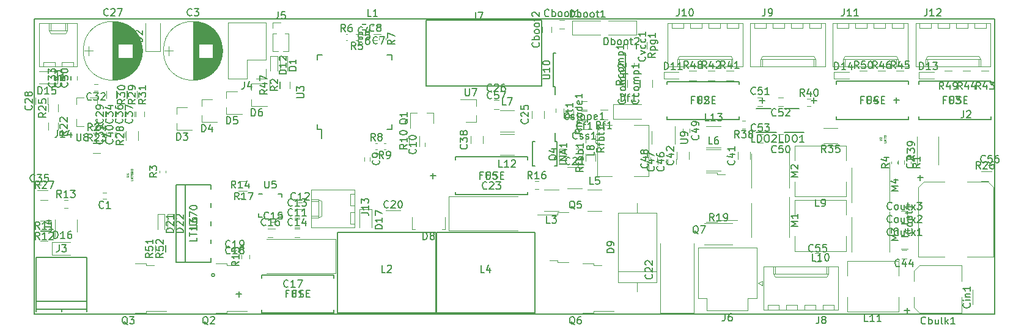
<source format=gbr>
G04 #@! TF.FileFunction,Legend,Top*
%FSLAX46Y46*%
G04 Gerber Fmt 4.6, Leading zero omitted, Abs format (unit mm)*
G04 Created by KiCad (PCBNEW 4.0.7) date 06/06/18 14:18:26*
%MOMM*%
%LPD*%
G01*
G04 APERTURE LIST*
%ADD10C,0.100000*%
%ADD11C,0.150000*%
%ADD12C,0.120000*%
%ADD13C,0.152400*%
%ADD14C,0.075000*%
G04 APERTURE END LIST*
D10*
D11*
X25000000Y-164000000D02*
X25000000Y-123000000D01*
X158000000Y-164000000D02*
X25000000Y-164000000D01*
X158000000Y-123000000D02*
X158000000Y-164000000D01*
X25000000Y-123000000D02*
X158000000Y-123000000D01*
D12*
X34480000Y-147190000D02*
X34980000Y-147190000D01*
X34980000Y-147990000D02*
X34480000Y-147990000D01*
X144640000Y-143170000D02*
X144640000Y-142670000D01*
X145440000Y-142670000D02*
X145440000Y-143170000D01*
X51040000Y-127450000D02*
G75*
G03X51040000Y-127450000I-4090000J0D01*
G01*
X46950000Y-123400000D02*
X46950000Y-131500000D01*
X46990000Y-123400000D02*
X46990000Y-131500000D01*
X47030000Y-123400000D02*
X47030000Y-131500000D01*
X47070000Y-123401000D02*
X47070000Y-131499000D01*
X47110000Y-123403000D02*
X47110000Y-131497000D01*
X47150000Y-123404000D02*
X47150000Y-131496000D01*
X47190000Y-123407000D02*
X47190000Y-131493000D01*
X47230000Y-123409000D02*
X47230000Y-131491000D01*
X47270000Y-123412000D02*
X47270000Y-131488000D01*
X47310000Y-123415000D02*
X47310000Y-131485000D01*
X47350000Y-123419000D02*
X47350000Y-131481000D01*
X47390000Y-123423000D02*
X47390000Y-131477000D01*
X47430000Y-123428000D02*
X47430000Y-131472000D01*
X47470000Y-123433000D02*
X47470000Y-131467000D01*
X47510000Y-123438000D02*
X47510000Y-131462000D01*
X47550000Y-123444000D02*
X47550000Y-131456000D01*
X47590000Y-123450000D02*
X47590000Y-131450000D01*
X47630000Y-123456000D02*
X47630000Y-131444000D01*
X47671000Y-123463000D02*
X47671000Y-131437000D01*
X47711000Y-123471000D02*
X47711000Y-131429000D01*
X47751000Y-123479000D02*
X47751000Y-126470000D01*
X47751000Y-128430000D02*
X47751000Y-131421000D01*
X47791000Y-123487000D02*
X47791000Y-126470000D01*
X47791000Y-128430000D02*
X47791000Y-131413000D01*
X47831000Y-123495000D02*
X47831000Y-126470000D01*
X47831000Y-128430000D02*
X47831000Y-131405000D01*
X47871000Y-123504000D02*
X47871000Y-126470000D01*
X47871000Y-128430000D02*
X47871000Y-131396000D01*
X47911000Y-123514000D02*
X47911000Y-126470000D01*
X47911000Y-128430000D02*
X47911000Y-131386000D01*
X47951000Y-123524000D02*
X47951000Y-126470000D01*
X47951000Y-128430000D02*
X47951000Y-131376000D01*
X47991000Y-123534000D02*
X47991000Y-126470000D01*
X47991000Y-128430000D02*
X47991000Y-131366000D01*
X48031000Y-123545000D02*
X48031000Y-126470000D01*
X48031000Y-128430000D02*
X48031000Y-131355000D01*
X48071000Y-123556000D02*
X48071000Y-126470000D01*
X48071000Y-128430000D02*
X48071000Y-131344000D01*
X48111000Y-123567000D02*
X48111000Y-126470000D01*
X48111000Y-128430000D02*
X48111000Y-131333000D01*
X48151000Y-123580000D02*
X48151000Y-126470000D01*
X48151000Y-128430000D02*
X48151000Y-131320000D01*
X48191000Y-123592000D02*
X48191000Y-126470000D01*
X48191000Y-128430000D02*
X48191000Y-131308000D01*
X48231000Y-123605000D02*
X48231000Y-126470000D01*
X48231000Y-128430000D02*
X48231000Y-131295000D01*
X48271000Y-123618000D02*
X48271000Y-126470000D01*
X48271000Y-128430000D02*
X48271000Y-131282000D01*
X48311000Y-123632000D02*
X48311000Y-126470000D01*
X48311000Y-128430000D02*
X48311000Y-131268000D01*
X48351000Y-123647000D02*
X48351000Y-126470000D01*
X48351000Y-128430000D02*
X48351000Y-131253000D01*
X48391000Y-123661000D02*
X48391000Y-126470000D01*
X48391000Y-128430000D02*
X48391000Y-131239000D01*
X48431000Y-123677000D02*
X48431000Y-126470000D01*
X48431000Y-128430000D02*
X48431000Y-131223000D01*
X48471000Y-123692000D02*
X48471000Y-126470000D01*
X48471000Y-128430000D02*
X48471000Y-131208000D01*
X48511000Y-123709000D02*
X48511000Y-126470000D01*
X48511000Y-128430000D02*
X48511000Y-131191000D01*
X48551000Y-123725000D02*
X48551000Y-126470000D01*
X48551000Y-128430000D02*
X48551000Y-131175000D01*
X48591000Y-123743000D02*
X48591000Y-126470000D01*
X48591000Y-128430000D02*
X48591000Y-131157000D01*
X48631000Y-123760000D02*
X48631000Y-126470000D01*
X48631000Y-128430000D02*
X48631000Y-131140000D01*
X48671000Y-123779000D02*
X48671000Y-126470000D01*
X48671000Y-128430000D02*
X48671000Y-131121000D01*
X48711000Y-123798000D02*
X48711000Y-126470000D01*
X48711000Y-128430000D02*
X48711000Y-131102000D01*
X48751000Y-123817000D02*
X48751000Y-126470000D01*
X48751000Y-128430000D02*
X48751000Y-131083000D01*
X48791000Y-123837000D02*
X48791000Y-126470000D01*
X48791000Y-128430000D02*
X48791000Y-131063000D01*
X48831000Y-123857000D02*
X48831000Y-126470000D01*
X48831000Y-128430000D02*
X48831000Y-131043000D01*
X48871000Y-123878000D02*
X48871000Y-126470000D01*
X48871000Y-128430000D02*
X48871000Y-131022000D01*
X48911000Y-123900000D02*
X48911000Y-126470000D01*
X48911000Y-128430000D02*
X48911000Y-131000000D01*
X48951000Y-123922000D02*
X48951000Y-126470000D01*
X48951000Y-128430000D02*
X48951000Y-130978000D01*
X48991000Y-123945000D02*
X48991000Y-126470000D01*
X48991000Y-128430000D02*
X48991000Y-130955000D01*
X49031000Y-123968000D02*
X49031000Y-126470000D01*
X49031000Y-128430000D02*
X49031000Y-130932000D01*
X49071000Y-123992000D02*
X49071000Y-126470000D01*
X49071000Y-128430000D02*
X49071000Y-130908000D01*
X49111000Y-124016000D02*
X49111000Y-126470000D01*
X49111000Y-128430000D02*
X49111000Y-130884000D01*
X49151000Y-124042000D02*
X49151000Y-126470000D01*
X49151000Y-128430000D02*
X49151000Y-130858000D01*
X49191000Y-124067000D02*
X49191000Y-126470000D01*
X49191000Y-128430000D02*
X49191000Y-130833000D01*
X49231000Y-124094000D02*
X49231000Y-126470000D01*
X49231000Y-128430000D02*
X49231000Y-130806000D01*
X49271000Y-124121000D02*
X49271000Y-126470000D01*
X49271000Y-128430000D02*
X49271000Y-130779000D01*
X49311000Y-124149000D02*
X49311000Y-126470000D01*
X49311000Y-128430000D02*
X49311000Y-130751000D01*
X49351000Y-124178000D02*
X49351000Y-126470000D01*
X49351000Y-128430000D02*
X49351000Y-130722000D01*
X49391000Y-124207000D02*
X49391000Y-126470000D01*
X49391000Y-128430000D02*
X49391000Y-130693000D01*
X49431000Y-124237000D02*
X49431000Y-126470000D01*
X49431000Y-128430000D02*
X49431000Y-130663000D01*
X49471000Y-124268000D02*
X49471000Y-126470000D01*
X49471000Y-128430000D02*
X49471000Y-130632000D01*
X49511000Y-124300000D02*
X49511000Y-126470000D01*
X49511000Y-128430000D02*
X49511000Y-130600000D01*
X49551000Y-124332000D02*
X49551000Y-126470000D01*
X49551000Y-128430000D02*
X49551000Y-130568000D01*
X49591000Y-124366000D02*
X49591000Y-126470000D01*
X49591000Y-128430000D02*
X49591000Y-130534000D01*
X49631000Y-124400000D02*
X49631000Y-126470000D01*
X49631000Y-128430000D02*
X49631000Y-130500000D01*
X49671000Y-124435000D02*
X49671000Y-126470000D01*
X49671000Y-128430000D02*
X49671000Y-130465000D01*
X49711000Y-124471000D02*
X49711000Y-130429000D01*
X49751000Y-124508000D02*
X49751000Y-130392000D01*
X49791000Y-124546000D02*
X49791000Y-130354000D01*
X49831000Y-124585000D02*
X49831000Y-130315000D01*
X49871000Y-124626000D02*
X49871000Y-130274000D01*
X49911000Y-124667000D02*
X49911000Y-130233000D01*
X49951000Y-124710000D02*
X49951000Y-130190000D01*
X49991000Y-124753000D02*
X49991000Y-130147000D01*
X50031000Y-124798000D02*
X50031000Y-130102000D01*
X50071000Y-124845000D02*
X50071000Y-130055000D01*
X50111000Y-124893000D02*
X50111000Y-130007000D01*
X50151000Y-124942000D02*
X50151000Y-129958000D01*
X50191000Y-124993000D02*
X50191000Y-129907000D01*
X50231000Y-125046000D02*
X50231000Y-129854000D01*
X50271000Y-125101000D02*
X50271000Y-129799000D01*
X50311000Y-125157000D02*
X50311000Y-129743000D01*
X50351000Y-125216000D02*
X50351000Y-129684000D01*
X50391000Y-125277000D02*
X50391000Y-129623000D01*
X50431000Y-125341000D02*
X50431000Y-129559000D01*
X50471000Y-125407000D02*
X50471000Y-129493000D01*
X50511000Y-125476000D02*
X50511000Y-129424000D01*
X50551000Y-125548000D02*
X50551000Y-129352000D01*
X50591000Y-125624000D02*
X50591000Y-129276000D01*
X50631000Y-125705000D02*
X50631000Y-129195000D01*
X50671000Y-125790000D02*
X50671000Y-129110000D01*
X50711000Y-125880000D02*
X50711000Y-129020000D01*
X50751000Y-125977000D02*
X50751000Y-128923000D01*
X50791000Y-126081000D02*
X50791000Y-128819000D01*
X50831000Y-126196000D02*
X50831000Y-128704000D01*
X50871000Y-126323000D02*
X50871000Y-128577000D01*
X50911000Y-126467000D02*
X50911000Y-128433000D01*
X50951000Y-126636000D02*
X50951000Y-128264000D01*
X50991000Y-126852000D02*
X50991000Y-128048000D01*
X51031000Y-127204000D02*
X51031000Y-127696000D01*
X43000000Y-127450000D02*
X44200000Y-127450000D01*
X43600000Y-126800000D02*
X43600000Y-128100000D01*
X70390000Y-123020000D02*
X70890000Y-123020000D01*
X70890000Y-123820000D02*
X70390000Y-123820000D01*
X70390000Y-123720000D02*
X70890000Y-123720000D01*
X70890000Y-124520000D02*
X70390000Y-124520000D01*
X70390000Y-124420000D02*
X70890000Y-124420000D01*
X70890000Y-125220000D02*
X70390000Y-125220000D01*
X72320000Y-123930000D02*
X73020000Y-123930000D01*
X73020000Y-125130000D02*
X72320000Y-125130000D01*
X72450000Y-125960000D02*
X71950000Y-125960000D01*
X71950000Y-125160000D02*
X72450000Y-125160000D01*
X70690000Y-142710000D02*
X70690000Y-142210000D01*
X71490000Y-142210000D02*
X71490000Y-142710000D01*
X79070000Y-140220000D02*
X79070000Y-140720000D01*
X78270000Y-140720000D02*
X78270000Y-140220000D01*
X61730000Y-152010000D02*
X61030000Y-152010000D01*
X61030000Y-150810000D02*
X61730000Y-150810000D01*
X62030000Y-148490000D02*
X61530000Y-148490000D01*
X61530000Y-149430000D02*
X62030000Y-149430000D01*
X61730000Y-150660000D02*
X61030000Y-150660000D01*
X61030000Y-149460000D02*
X61730000Y-149460000D01*
X61730000Y-153360000D02*
X61030000Y-153360000D01*
X61030000Y-152160000D02*
X61730000Y-152160000D01*
X58320000Y-151180000D02*
X57820000Y-151180000D01*
X57820000Y-152120000D02*
X58320000Y-152120000D01*
X58030000Y-153350000D02*
X57330000Y-153350000D01*
X57330000Y-152150000D02*
X58030000Y-152150000D01*
X66740000Y-158310000D02*
X57140000Y-158310000D01*
X66740000Y-153610000D02*
X57140000Y-153610000D01*
X66740000Y-158310000D02*
X66740000Y-153610000D01*
X52990000Y-155980000D02*
X52490000Y-155980000D01*
X52490000Y-156920000D02*
X52990000Y-156920000D01*
X52990000Y-155130000D02*
X52490000Y-155130000D01*
X52490000Y-156070000D02*
X52990000Y-156070000D01*
X111640000Y-163800000D02*
X111640000Y-154200000D01*
X116340000Y-163800000D02*
X116340000Y-154200000D01*
X111640000Y-163800000D02*
X116340000Y-163800000D01*
X82340000Y-147700000D02*
X91940000Y-147700000D01*
X82340000Y-152400000D02*
X91940000Y-152400000D01*
X82340000Y-147700000D02*
X82340000Y-152400000D01*
X89200000Y-134290000D02*
X88700000Y-134290000D01*
X88700000Y-133490000D02*
X89200000Y-133490000D01*
X39940000Y-127450000D02*
G75*
G03X39940000Y-127450000I-4090000J0D01*
G01*
X35850000Y-123400000D02*
X35850000Y-131500000D01*
X35890000Y-123400000D02*
X35890000Y-131500000D01*
X35930000Y-123400000D02*
X35930000Y-131500000D01*
X35970000Y-123401000D02*
X35970000Y-131499000D01*
X36010000Y-123403000D02*
X36010000Y-131497000D01*
X36050000Y-123404000D02*
X36050000Y-131496000D01*
X36090000Y-123407000D02*
X36090000Y-131493000D01*
X36130000Y-123409000D02*
X36130000Y-131491000D01*
X36170000Y-123412000D02*
X36170000Y-131488000D01*
X36210000Y-123415000D02*
X36210000Y-131485000D01*
X36250000Y-123419000D02*
X36250000Y-131481000D01*
X36290000Y-123423000D02*
X36290000Y-131477000D01*
X36330000Y-123428000D02*
X36330000Y-131472000D01*
X36370000Y-123433000D02*
X36370000Y-131467000D01*
X36410000Y-123438000D02*
X36410000Y-131462000D01*
X36450000Y-123444000D02*
X36450000Y-131456000D01*
X36490000Y-123450000D02*
X36490000Y-131450000D01*
X36530000Y-123456000D02*
X36530000Y-131444000D01*
X36571000Y-123463000D02*
X36571000Y-131437000D01*
X36611000Y-123471000D02*
X36611000Y-131429000D01*
X36651000Y-123479000D02*
X36651000Y-126470000D01*
X36651000Y-128430000D02*
X36651000Y-131421000D01*
X36691000Y-123487000D02*
X36691000Y-126470000D01*
X36691000Y-128430000D02*
X36691000Y-131413000D01*
X36731000Y-123495000D02*
X36731000Y-126470000D01*
X36731000Y-128430000D02*
X36731000Y-131405000D01*
X36771000Y-123504000D02*
X36771000Y-126470000D01*
X36771000Y-128430000D02*
X36771000Y-131396000D01*
X36811000Y-123514000D02*
X36811000Y-126470000D01*
X36811000Y-128430000D02*
X36811000Y-131386000D01*
X36851000Y-123524000D02*
X36851000Y-126470000D01*
X36851000Y-128430000D02*
X36851000Y-131376000D01*
X36891000Y-123534000D02*
X36891000Y-126470000D01*
X36891000Y-128430000D02*
X36891000Y-131366000D01*
X36931000Y-123545000D02*
X36931000Y-126470000D01*
X36931000Y-128430000D02*
X36931000Y-131355000D01*
X36971000Y-123556000D02*
X36971000Y-126470000D01*
X36971000Y-128430000D02*
X36971000Y-131344000D01*
X37011000Y-123567000D02*
X37011000Y-126470000D01*
X37011000Y-128430000D02*
X37011000Y-131333000D01*
X37051000Y-123580000D02*
X37051000Y-126470000D01*
X37051000Y-128430000D02*
X37051000Y-131320000D01*
X37091000Y-123592000D02*
X37091000Y-126470000D01*
X37091000Y-128430000D02*
X37091000Y-131308000D01*
X37131000Y-123605000D02*
X37131000Y-126470000D01*
X37131000Y-128430000D02*
X37131000Y-131295000D01*
X37171000Y-123618000D02*
X37171000Y-126470000D01*
X37171000Y-128430000D02*
X37171000Y-131282000D01*
X37211000Y-123632000D02*
X37211000Y-126470000D01*
X37211000Y-128430000D02*
X37211000Y-131268000D01*
X37251000Y-123647000D02*
X37251000Y-126470000D01*
X37251000Y-128430000D02*
X37251000Y-131253000D01*
X37291000Y-123661000D02*
X37291000Y-126470000D01*
X37291000Y-128430000D02*
X37291000Y-131239000D01*
X37331000Y-123677000D02*
X37331000Y-126470000D01*
X37331000Y-128430000D02*
X37331000Y-131223000D01*
X37371000Y-123692000D02*
X37371000Y-126470000D01*
X37371000Y-128430000D02*
X37371000Y-131208000D01*
X37411000Y-123709000D02*
X37411000Y-126470000D01*
X37411000Y-128430000D02*
X37411000Y-131191000D01*
X37451000Y-123725000D02*
X37451000Y-126470000D01*
X37451000Y-128430000D02*
X37451000Y-131175000D01*
X37491000Y-123743000D02*
X37491000Y-126470000D01*
X37491000Y-128430000D02*
X37491000Y-131157000D01*
X37531000Y-123760000D02*
X37531000Y-126470000D01*
X37531000Y-128430000D02*
X37531000Y-131140000D01*
X37571000Y-123779000D02*
X37571000Y-126470000D01*
X37571000Y-128430000D02*
X37571000Y-131121000D01*
X37611000Y-123798000D02*
X37611000Y-126470000D01*
X37611000Y-128430000D02*
X37611000Y-131102000D01*
X37651000Y-123817000D02*
X37651000Y-126470000D01*
X37651000Y-128430000D02*
X37651000Y-131083000D01*
X37691000Y-123837000D02*
X37691000Y-126470000D01*
X37691000Y-128430000D02*
X37691000Y-131063000D01*
X37731000Y-123857000D02*
X37731000Y-126470000D01*
X37731000Y-128430000D02*
X37731000Y-131043000D01*
X37771000Y-123878000D02*
X37771000Y-126470000D01*
X37771000Y-128430000D02*
X37771000Y-131022000D01*
X37811000Y-123900000D02*
X37811000Y-126470000D01*
X37811000Y-128430000D02*
X37811000Y-131000000D01*
X37851000Y-123922000D02*
X37851000Y-126470000D01*
X37851000Y-128430000D02*
X37851000Y-130978000D01*
X37891000Y-123945000D02*
X37891000Y-126470000D01*
X37891000Y-128430000D02*
X37891000Y-130955000D01*
X37931000Y-123968000D02*
X37931000Y-126470000D01*
X37931000Y-128430000D02*
X37931000Y-130932000D01*
X37971000Y-123992000D02*
X37971000Y-126470000D01*
X37971000Y-128430000D02*
X37971000Y-130908000D01*
X38011000Y-124016000D02*
X38011000Y-126470000D01*
X38011000Y-128430000D02*
X38011000Y-130884000D01*
X38051000Y-124042000D02*
X38051000Y-126470000D01*
X38051000Y-128430000D02*
X38051000Y-130858000D01*
X38091000Y-124067000D02*
X38091000Y-126470000D01*
X38091000Y-128430000D02*
X38091000Y-130833000D01*
X38131000Y-124094000D02*
X38131000Y-126470000D01*
X38131000Y-128430000D02*
X38131000Y-130806000D01*
X38171000Y-124121000D02*
X38171000Y-126470000D01*
X38171000Y-128430000D02*
X38171000Y-130779000D01*
X38211000Y-124149000D02*
X38211000Y-126470000D01*
X38211000Y-128430000D02*
X38211000Y-130751000D01*
X38251000Y-124178000D02*
X38251000Y-126470000D01*
X38251000Y-128430000D02*
X38251000Y-130722000D01*
X38291000Y-124207000D02*
X38291000Y-126470000D01*
X38291000Y-128430000D02*
X38291000Y-130693000D01*
X38331000Y-124237000D02*
X38331000Y-126470000D01*
X38331000Y-128430000D02*
X38331000Y-130663000D01*
X38371000Y-124268000D02*
X38371000Y-126470000D01*
X38371000Y-128430000D02*
X38371000Y-130632000D01*
X38411000Y-124300000D02*
X38411000Y-126470000D01*
X38411000Y-128430000D02*
X38411000Y-130600000D01*
X38451000Y-124332000D02*
X38451000Y-126470000D01*
X38451000Y-128430000D02*
X38451000Y-130568000D01*
X38491000Y-124366000D02*
X38491000Y-126470000D01*
X38491000Y-128430000D02*
X38491000Y-130534000D01*
X38531000Y-124400000D02*
X38531000Y-126470000D01*
X38531000Y-128430000D02*
X38531000Y-130500000D01*
X38571000Y-124435000D02*
X38571000Y-126470000D01*
X38571000Y-128430000D02*
X38571000Y-130465000D01*
X38611000Y-124471000D02*
X38611000Y-130429000D01*
X38651000Y-124508000D02*
X38651000Y-130392000D01*
X38691000Y-124546000D02*
X38691000Y-130354000D01*
X38731000Y-124585000D02*
X38731000Y-130315000D01*
X38771000Y-124626000D02*
X38771000Y-130274000D01*
X38811000Y-124667000D02*
X38811000Y-130233000D01*
X38851000Y-124710000D02*
X38851000Y-130190000D01*
X38891000Y-124753000D02*
X38891000Y-130147000D01*
X38931000Y-124798000D02*
X38931000Y-130102000D01*
X38971000Y-124845000D02*
X38971000Y-130055000D01*
X39011000Y-124893000D02*
X39011000Y-130007000D01*
X39051000Y-124942000D02*
X39051000Y-129958000D01*
X39091000Y-124993000D02*
X39091000Y-129907000D01*
X39131000Y-125046000D02*
X39131000Y-129854000D01*
X39171000Y-125101000D02*
X39171000Y-129799000D01*
X39211000Y-125157000D02*
X39211000Y-129743000D01*
X39251000Y-125216000D02*
X39251000Y-129684000D01*
X39291000Y-125277000D02*
X39291000Y-129623000D01*
X39331000Y-125341000D02*
X39331000Y-129559000D01*
X39371000Y-125407000D02*
X39371000Y-129493000D01*
X39411000Y-125476000D02*
X39411000Y-129424000D01*
X39451000Y-125548000D02*
X39451000Y-129352000D01*
X39491000Y-125624000D02*
X39491000Y-129276000D01*
X39531000Y-125705000D02*
X39531000Y-129195000D01*
X39571000Y-125790000D02*
X39571000Y-129110000D01*
X39611000Y-125880000D02*
X39611000Y-129020000D01*
X39651000Y-125977000D02*
X39651000Y-128923000D01*
X39691000Y-126081000D02*
X39691000Y-128819000D01*
X39731000Y-126196000D02*
X39731000Y-128704000D01*
X39771000Y-126323000D02*
X39771000Y-128577000D01*
X39811000Y-126467000D02*
X39811000Y-128433000D01*
X39851000Y-126636000D02*
X39851000Y-128264000D01*
X39891000Y-126852000D02*
X39891000Y-128048000D01*
X39931000Y-127204000D02*
X39931000Y-127696000D01*
X31900000Y-127450000D02*
X33100000Y-127450000D01*
X32500000Y-126800000D02*
X32500000Y-128100000D01*
X25130000Y-133900000D02*
X25130000Y-134900000D01*
X26830000Y-134900000D02*
X26830000Y-133900000D01*
X36170000Y-135890000D02*
X36170000Y-136590000D01*
X34970000Y-136590000D02*
X34970000Y-135890000D01*
X29980000Y-130950000D02*
X29980000Y-131450000D01*
X30920000Y-131450000D02*
X30920000Y-130950000D01*
X29130000Y-130950000D02*
X29130000Y-131450000D01*
X30070000Y-131450000D02*
X30070000Y-130950000D01*
X33270000Y-133040000D02*
X33770000Y-133040000D01*
X33770000Y-132100000D02*
X33270000Y-132100000D01*
X28280000Y-130950000D02*
X28280000Y-131450000D01*
X29220000Y-131450000D02*
X29220000Y-130950000D01*
X37520000Y-135890000D02*
X37520000Y-136590000D01*
X36320000Y-136590000D02*
X36320000Y-135890000D01*
X38870000Y-135890000D02*
X38870000Y-136590000D01*
X37670000Y-136590000D02*
X37670000Y-135890000D01*
X40220000Y-135890000D02*
X40220000Y-136590000D01*
X39020000Y-136590000D02*
X39020000Y-135890000D01*
X36170000Y-138740000D02*
X36170000Y-139440000D01*
X34970000Y-139440000D02*
X34970000Y-138740000D01*
X37520000Y-138740000D02*
X37520000Y-139440000D01*
X36320000Y-139440000D02*
X36320000Y-138740000D01*
X113850000Y-142500000D02*
X113850000Y-143200000D01*
X112650000Y-143200000D02*
X112650000Y-142500000D01*
X112500000Y-142500000D02*
X112500000Y-143200000D01*
X111300000Y-143200000D02*
X111300000Y-142500000D01*
X110330000Y-142200000D02*
X110330000Y-142700000D01*
X111270000Y-142700000D02*
X111270000Y-142200000D01*
X115760000Y-138780000D02*
X115760000Y-138280000D01*
X114820000Y-138280000D02*
X114820000Y-138780000D01*
X128010000Y-139040000D02*
X128710000Y-139040000D01*
X128710000Y-140240000D02*
X128010000Y-140240000D01*
X125850000Y-135140000D02*
X125150000Y-135140000D01*
X125150000Y-133940000D02*
X125850000Y-133940000D01*
X128000000Y-133940000D02*
X128700000Y-133940000D01*
X128700000Y-135140000D02*
X128000000Y-135140000D01*
X125860000Y-140240000D02*
X125160000Y-140240000D01*
X125160000Y-139040000D02*
X125860000Y-139040000D01*
X157570000Y-144180000D02*
X157070000Y-144180000D01*
X157070000Y-143380000D02*
X157570000Y-143380000D01*
X98420000Y-124350000D02*
X97720000Y-124350000D01*
X97720000Y-123150000D02*
X98420000Y-123150000D01*
X96570000Y-124150000D02*
X96570000Y-124850000D01*
X95370000Y-124850000D02*
X95370000Y-124150000D01*
X146840000Y-163050000D02*
X146840000Y-161630000D01*
X153440000Y-163810000D02*
X153440000Y-161630000D01*
X153440000Y-157210000D02*
X153440000Y-159390000D01*
X146840000Y-157970000D02*
X146840000Y-159390000D01*
X153440000Y-163810000D02*
X147600000Y-163810000D01*
X147600000Y-163810000D02*
X146840000Y-163050000D01*
X146840000Y-157970000D02*
X147600000Y-157210000D01*
X147600000Y-157210000D02*
X153440000Y-157210000D01*
X108890000Y-131510000D02*
X108890000Y-132510000D01*
X110590000Y-132510000D02*
X110590000Y-131510000D01*
X107060000Y-131510000D02*
X107060000Y-132510000D01*
X108760000Y-132510000D02*
X108760000Y-131510000D01*
X100790000Y-135790000D02*
X101490000Y-135790000D01*
X101490000Y-136990000D02*
X100790000Y-136990000D01*
X154920000Y-160650000D02*
X154920000Y-162650000D01*
X157880000Y-162650000D02*
X157880000Y-160650000D01*
X157040000Y-145610000D02*
X154150000Y-145610000D01*
X148140000Y-145610000D02*
X151030000Y-145610000D01*
X147380000Y-156030000D02*
X151030000Y-156030000D01*
X157800000Y-156030000D02*
X154150000Y-156030000D01*
X147380000Y-156030000D02*
X147380000Y-146370000D01*
X147380000Y-146370000D02*
X148140000Y-145610000D01*
X157040000Y-145610000D02*
X157800000Y-146370000D01*
X157800000Y-146370000D02*
X157800000Y-156030000D01*
X145990000Y-153280000D02*
X144990000Y-153280000D01*
X144990000Y-154980000D02*
X145990000Y-154980000D01*
X145990000Y-151480000D02*
X144990000Y-151480000D01*
X144990000Y-153180000D02*
X145990000Y-153180000D01*
X145990000Y-149680000D02*
X144990000Y-149680000D01*
X144990000Y-151380000D02*
X145990000Y-151380000D01*
X100780000Y-134430000D02*
X101480000Y-134430000D01*
X101480000Y-135630000D02*
X100780000Y-135630000D01*
X100790000Y-137150000D02*
X101490000Y-137150000D01*
X101490000Y-138350000D02*
X100790000Y-138350000D01*
X107080000Y-127210000D02*
X107080000Y-126510000D01*
X108280000Y-126510000D02*
X108280000Y-127210000D01*
X60040000Y-128150000D02*
X59040000Y-128150000D01*
X59040000Y-128150000D02*
X59040000Y-130250000D01*
X60040000Y-128150000D02*
X60040000Y-130250000D01*
X40400000Y-127500000D02*
X42400000Y-127500000D01*
X42400000Y-127500000D02*
X42400000Y-123650000D01*
X40400000Y-127500000D02*
X40400000Y-123650000D01*
X44670000Y-135310000D02*
X44670000Y-136240000D01*
X44670000Y-138470000D02*
X44670000Y-137540000D01*
X44670000Y-138470000D02*
X46830000Y-138470000D01*
X44670000Y-135310000D02*
X46130000Y-135310000D01*
X48130000Y-134160000D02*
X48130000Y-135090000D01*
X48130000Y-137320000D02*
X48130000Y-136390000D01*
X48130000Y-137320000D02*
X50290000Y-137320000D01*
X48130000Y-134160000D02*
X49590000Y-134160000D01*
X51580000Y-133060000D02*
X51580000Y-133990000D01*
X51580000Y-136220000D02*
X51580000Y-135290000D01*
X51580000Y-136220000D02*
X53740000Y-136220000D01*
X51580000Y-133060000D02*
X53040000Y-133060000D01*
X55030000Y-131970000D02*
X55030000Y-132900000D01*
X55030000Y-135130000D02*
X55030000Y-134200000D01*
X55030000Y-135130000D02*
X57190000Y-135130000D01*
X55030000Y-131970000D02*
X56490000Y-131970000D01*
X77330000Y-152250000D02*
X77680000Y-152250000D01*
X81480000Y-152250000D02*
X81830000Y-152250000D01*
X81830000Y-152250000D02*
X81830000Y-150500000D01*
X77330000Y-150500000D02*
X77330000Y-152250000D01*
X105825000Y-159555000D02*
X111155000Y-159555000D01*
X111155000Y-159555000D02*
X111155000Y-149905000D01*
X111155000Y-149905000D02*
X105825000Y-149905000D01*
X105825000Y-149905000D02*
X105825000Y-159555000D01*
X108490000Y-160870000D02*
X108490000Y-159555000D01*
X108490000Y-148590000D02*
X108490000Y-149905000D01*
X105825000Y-158065500D02*
X111155000Y-158065500D01*
X112140000Y-130350000D02*
X112140000Y-131350000D01*
X112140000Y-131350000D02*
X114240000Y-131350000D01*
X112140000Y-130350000D02*
X114240000Y-130350000D01*
X58690000Y-128150000D02*
X57690000Y-128150000D01*
X57690000Y-128150000D02*
X57690000Y-130250000D01*
X58690000Y-128150000D02*
X58690000Y-130250000D01*
X147500000Y-130350000D02*
X147500000Y-131350000D01*
X147500000Y-131350000D02*
X149600000Y-131350000D01*
X147500000Y-130350000D02*
X149600000Y-130350000D01*
X135740000Y-130350000D02*
X135740000Y-131350000D01*
X135740000Y-131350000D02*
X137840000Y-131350000D01*
X135740000Y-130350000D02*
X137840000Y-130350000D01*
X99520000Y-123250000D02*
X99520000Y-125250000D01*
X99520000Y-125250000D02*
X103370000Y-125250000D01*
X99520000Y-123250000D02*
X103370000Y-123250000D01*
X108360000Y-125250000D02*
X108360000Y-123250000D01*
X108360000Y-123250000D02*
X104510000Y-123250000D01*
X108360000Y-125250000D02*
X104510000Y-125250000D01*
X105170000Y-134890000D02*
X105170000Y-136890000D01*
X105170000Y-136890000D02*
X109020000Y-136890000D01*
X105170000Y-134890000D02*
X109020000Y-134890000D01*
D13*
X53700300Y-161210000D02*
X52938300Y-161210000D01*
X53319300Y-160829000D02*
X53319300Y-161591000D01*
X56468900Y-163851600D02*
X66451100Y-163851600D01*
X66451100Y-163851600D02*
X66451100Y-163447740D01*
X66451100Y-158568400D02*
X56468900Y-158568400D01*
X56468900Y-158568400D02*
X56468900Y-158972260D01*
X56468900Y-163447740D02*
X56468900Y-163851600D01*
X66451100Y-158972260D02*
X66451100Y-158568400D01*
X125389700Y-134340000D02*
X126151700Y-134340000D01*
X125770700Y-134721000D02*
X125770700Y-133959000D01*
X122621100Y-131698400D02*
X112638900Y-131698400D01*
X112638900Y-131698400D02*
X112638900Y-132102260D01*
X112638900Y-136981600D02*
X122621100Y-136981600D01*
X122621100Y-136981600D02*
X122621100Y-136577740D01*
X122621100Y-132102260D02*
X122621100Y-131698400D01*
X112638900Y-136577740D02*
X112638900Y-136981600D01*
X144750300Y-134320000D02*
X143988300Y-134320000D01*
X144369300Y-133939000D02*
X144369300Y-134701000D01*
X147518900Y-136961600D02*
X157501100Y-136961600D01*
X157501100Y-136961600D02*
X157501100Y-136557740D01*
X157501100Y-131678400D02*
X147518900Y-131678400D01*
X147518900Y-131678400D02*
X147518900Y-132082260D01*
X147518900Y-136557740D02*
X147518900Y-136961600D01*
X157501100Y-132082260D02*
X157501100Y-131678400D01*
X133320300Y-134330000D02*
X132558300Y-134330000D01*
X132939300Y-133949000D02*
X132939300Y-134711000D01*
X136088900Y-136971600D02*
X146071100Y-136971600D01*
X146071100Y-136971600D02*
X146071100Y-136567740D01*
X146071100Y-131688400D02*
X136088900Y-131688400D01*
X136088900Y-131688400D02*
X136088900Y-132092260D01*
X136088900Y-136567740D02*
X136088900Y-136971600D01*
X146071100Y-132092260D02*
X146071100Y-131688400D01*
D11*
X97345000Y-140055000D02*
X97120000Y-140055000D01*
X97345000Y-143405000D02*
X97045000Y-143405000D01*
X93995000Y-143405000D02*
X94295000Y-143405000D01*
X93995000Y-140055000D02*
X94295000Y-140055000D01*
X97345000Y-140055000D02*
X97345000Y-143405000D01*
X93995000Y-140055000D02*
X93995000Y-143405000D01*
X97120000Y-140055000D02*
X97120000Y-138830000D01*
D12*
X57020000Y-123540000D02*
X51820000Y-123540000D01*
X57020000Y-128680000D02*
X57020000Y-123540000D01*
X51820000Y-131280000D02*
X51820000Y-123540000D01*
X57020000Y-128680000D02*
X54420000Y-128680000D01*
X54420000Y-128680000D02*
X54420000Y-131280000D01*
X54420000Y-131280000D02*
X51820000Y-131280000D01*
X57020000Y-129950000D02*
X57020000Y-131280000D01*
X57020000Y-131280000D02*
X55690000Y-131280000D01*
X57980000Y-127485000D02*
X58782470Y-127485000D01*
X59397530Y-127485000D02*
X60200000Y-127485000D01*
X57980000Y-125010000D02*
X57980000Y-127485000D01*
X60200000Y-125010000D02*
X60200000Y-127485000D01*
X57980000Y-125010000D02*
X58526529Y-125010000D01*
X59653471Y-125010000D02*
X60200000Y-125010000D01*
X57980000Y-124250000D02*
X57980000Y-123490000D01*
X57980000Y-123490000D02*
X59090000Y-123490000D01*
X125020000Y-154780000D02*
X125020000Y-161820000D01*
X125020000Y-161820000D02*
X123820000Y-161820000D01*
X123820000Y-161820000D02*
X123820000Y-163520000D01*
X123820000Y-163520000D02*
X118120000Y-163520000D01*
X118120000Y-163520000D02*
X118120000Y-161820000D01*
X118120000Y-161820000D02*
X116920000Y-161820000D01*
X116920000Y-161820000D02*
X116920000Y-154780000D01*
X116920000Y-154780000D02*
X125020000Y-154780000D01*
X125220000Y-159700000D02*
X125820000Y-159400000D01*
X125820000Y-159400000D02*
X125820000Y-160000000D01*
X125820000Y-160000000D02*
X125220000Y-159700000D01*
D11*
X95230000Y-123150000D02*
X95230000Y-132350000D01*
X95230000Y-132350000D02*
X79230000Y-132350000D01*
X79230000Y-132350000D02*
X79230000Y-123150000D01*
X79230000Y-123150000D02*
X95230000Y-123150000D01*
D12*
X124150000Y-123630000D02*
X124150000Y-129630000D01*
X124150000Y-129630000D02*
X134510000Y-129630000D01*
X134510000Y-129630000D02*
X134510000Y-123630000D01*
X134510000Y-123630000D02*
X124150000Y-123630000D01*
X125520000Y-129630000D02*
X125520000Y-128630000D01*
X125520000Y-128630000D02*
X133140000Y-128630000D01*
X133140000Y-128630000D02*
X133140000Y-129630000D01*
X125520000Y-128630000D02*
X125770000Y-128200000D01*
X125770000Y-128200000D02*
X132890000Y-128200000D01*
X132890000Y-128200000D02*
X133140000Y-128630000D01*
X125770000Y-129630000D02*
X125770000Y-128630000D01*
X132890000Y-129630000D02*
X132890000Y-128630000D01*
X124720000Y-123630000D02*
X124720000Y-124250000D01*
X124720000Y-124250000D02*
X126320000Y-124250000D01*
X126320000Y-124250000D02*
X126320000Y-123630000D01*
X127260000Y-123630000D02*
X127260000Y-124250000D01*
X127260000Y-124250000D02*
X128860000Y-124250000D01*
X128860000Y-124250000D02*
X128860000Y-123630000D01*
X129800000Y-123630000D02*
X129800000Y-124250000D01*
X129800000Y-124250000D02*
X131400000Y-124250000D01*
X131400000Y-124250000D02*
X131400000Y-123630000D01*
X132340000Y-123630000D02*
X132340000Y-124250000D01*
X132340000Y-124250000D02*
X133940000Y-124250000D01*
X133940000Y-124250000D02*
X133940000Y-123630000D01*
X112710000Y-123630000D02*
X112710000Y-129630000D01*
X112710000Y-129630000D02*
X123070000Y-129630000D01*
X123070000Y-129630000D02*
X123070000Y-123630000D01*
X123070000Y-123630000D02*
X112710000Y-123630000D01*
X114080000Y-129630000D02*
X114080000Y-128630000D01*
X114080000Y-128630000D02*
X121700000Y-128630000D01*
X121700000Y-128630000D02*
X121700000Y-129630000D01*
X114080000Y-128630000D02*
X114330000Y-128200000D01*
X114330000Y-128200000D02*
X121450000Y-128200000D01*
X121450000Y-128200000D02*
X121700000Y-128630000D01*
X114330000Y-129630000D02*
X114330000Y-128630000D01*
X121450000Y-129630000D02*
X121450000Y-128630000D01*
X113280000Y-123630000D02*
X113280000Y-124250000D01*
X113280000Y-124250000D02*
X114880000Y-124250000D01*
X114880000Y-124250000D02*
X114880000Y-123630000D01*
X115820000Y-123630000D02*
X115820000Y-124250000D01*
X115820000Y-124250000D02*
X117420000Y-124250000D01*
X117420000Y-124250000D02*
X117420000Y-123630000D01*
X118360000Y-123630000D02*
X118360000Y-124250000D01*
X118360000Y-124250000D02*
X119960000Y-124250000D01*
X119960000Y-124250000D02*
X119960000Y-123630000D01*
X120900000Y-123630000D02*
X120900000Y-124250000D01*
X120900000Y-124250000D02*
X122500000Y-124250000D01*
X122500000Y-124250000D02*
X122500000Y-123630000D01*
X135580000Y-123630000D02*
X135580000Y-129630000D01*
X135580000Y-129630000D02*
X145940000Y-129630000D01*
X145940000Y-129630000D02*
X145940000Y-123630000D01*
X145940000Y-123630000D02*
X135580000Y-123630000D01*
X136950000Y-129630000D02*
X136950000Y-128630000D01*
X136950000Y-128630000D02*
X144570000Y-128630000D01*
X144570000Y-128630000D02*
X144570000Y-129630000D01*
X136950000Y-128630000D02*
X137200000Y-128200000D01*
X137200000Y-128200000D02*
X144320000Y-128200000D01*
X144320000Y-128200000D02*
X144570000Y-128630000D01*
X137200000Y-129630000D02*
X137200000Y-128630000D01*
X144320000Y-129630000D02*
X144320000Y-128630000D01*
X136150000Y-123630000D02*
X136150000Y-124250000D01*
X136150000Y-124250000D02*
X137750000Y-124250000D01*
X137750000Y-124250000D02*
X137750000Y-123630000D01*
X138690000Y-123630000D02*
X138690000Y-124250000D01*
X138690000Y-124250000D02*
X140290000Y-124250000D01*
X140290000Y-124250000D02*
X140290000Y-123630000D01*
X141230000Y-123630000D02*
X141230000Y-124250000D01*
X141230000Y-124250000D02*
X142830000Y-124250000D01*
X142830000Y-124250000D02*
X142830000Y-123630000D01*
X143770000Y-123630000D02*
X143770000Y-124250000D01*
X143770000Y-124250000D02*
X145370000Y-124250000D01*
X145370000Y-124250000D02*
X145370000Y-123630000D01*
X147030000Y-123630000D02*
X147030000Y-129630000D01*
X147030000Y-129630000D02*
X157390000Y-129630000D01*
X157390000Y-129630000D02*
X157390000Y-123630000D01*
X157390000Y-123630000D02*
X147030000Y-123630000D01*
X148400000Y-129630000D02*
X148400000Y-128630000D01*
X148400000Y-128630000D02*
X156020000Y-128630000D01*
X156020000Y-128630000D02*
X156020000Y-129630000D01*
X148400000Y-128630000D02*
X148650000Y-128200000D01*
X148650000Y-128200000D02*
X155770000Y-128200000D01*
X155770000Y-128200000D02*
X156020000Y-128630000D01*
X148650000Y-129630000D02*
X148650000Y-128630000D01*
X155770000Y-129630000D02*
X155770000Y-128630000D01*
X147600000Y-123630000D02*
X147600000Y-124250000D01*
X147600000Y-124250000D02*
X149200000Y-124250000D01*
X149200000Y-124250000D02*
X149200000Y-123630000D01*
X150140000Y-123630000D02*
X150140000Y-124250000D01*
X150140000Y-124250000D02*
X151740000Y-124250000D01*
X151740000Y-124250000D02*
X151740000Y-123630000D01*
X152680000Y-123630000D02*
X152680000Y-124250000D01*
X152680000Y-124250000D02*
X154280000Y-124250000D01*
X154280000Y-124250000D02*
X154280000Y-123630000D01*
X155220000Y-123630000D02*
X155220000Y-124250000D01*
X155220000Y-124250000D02*
X156820000Y-124250000D01*
X156820000Y-124250000D02*
X156820000Y-123630000D01*
X71940000Y-123030000D02*
X71700000Y-123030000D01*
X71700000Y-123910000D02*
X71940000Y-123910000D01*
D11*
X80560000Y-163850000D02*
X80560000Y-152650000D01*
X80560000Y-152650000D02*
X66960000Y-152650000D01*
X66960000Y-152650000D02*
X66960000Y-163850000D01*
X66960000Y-163850000D02*
X80560000Y-163850000D01*
D12*
X95590000Y-146720000D02*
X97590000Y-146720000D01*
X97590000Y-149680000D02*
X95590000Y-149680000D01*
D11*
X94290000Y-163850000D02*
X94290000Y-152650000D01*
X94290000Y-152650000D02*
X80690000Y-152650000D01*
X80690000Y-152650000D02*
X80690000Y-163850000D01*
X80690000Y-163850000D02*
X94290000Y-163850000D01*
D12*
X103570000Y-149680000D02*
X101570000Y-149680000D01*
X101570000Y-146720000D02*
X103570000Y-146720000D01*
X108000000Y-144850000D02*
X110050000Y-144850000D01*
X110050000Y-144850000D02*
X110050000Y-137750000D01*
X110050000Y-137750000D02*
X108000000Y-137750000D01*
X105000000Y-144850000D02*
X102950000Y-144850000D01*
X102950000Y-144850000D02*
X102950000Y-137750000D01*
X102950000Y-137750000D02*
X105000000Y-137750000D01*
X137400000Y-142650000D02*
X137400000Y-140600000D01*
X137400000Y-140600000D02*
X130300000Y-140600000D01*
X130300000Y-140600000D02*
X130300000Y-142650000D01*
X137400000Y-145650000D02*
X137400000Y-147700000D01*
X137400000Y-147700000D02*
X130300000Y-147700000D01*
X130300000Y-147700000D02*
X130300000Y-145650000D01*
X137400000Y-150200000D02*
X137400000Y-148150000D01*
X137400000Y-148150000D02*
X130300000Y-148150000D01*
X130300000Y-148150000D02*
X130300000Y-150200000D01*
X137400000Y-153200000D02*
X137400000Y-155250000D01*
X137400000Y-155250000D02*
X130300000Y-155250000D01*
X130300000Y-155250000D02*
X130300000Y-153200000D01*
X144650000Y-158650000D02*
X144650000Y-156600000D01*
X144650000Y-156600000D02*
X137550000Y-156600000D01*
X137550000Y-156600000D02*
X137550000Y-158650000D01*
X144650000Y-161650000D02*
X144650000Y-163700000D01*
X144650000Y-163700000D02*
X137550000Y-163700000D01*
X137550000Y-163700000D02*
X137550000Y-161650000D01*
D11*
X130885000Y-135440000D02*
X128835000Y-135440000D01*
X131590000Y-138740000D02*
X128835000Y-138740000D01*
X127035000Y-135440000D02*
X124985000Y-135440000D01*
X127740000Y-138740000D02*
X124985000Y-138740000D01*
D12*
X124300000Y-153360000D02*
X124300000Y-148560000D01*
X129500000Y-153360000D02*
X129500000Y-147760000D01*
X124300000Y-146510000D02*
X124300000Y-141710000D01*
X129500000Y-146510000D02*
X129500000Y-140910000D01*
X138190000Y-155350000D02*
X138190000Y-150550000D01*
X143390000Y-155350000D02*
X143390000Y-149750000D01*
X138190000Y-148500000D02*
X138190000Y-143700000D01*
X143390000Y-148500000D02*
X143390000Y-142900000D01*
X80220000Y-136040000D02*
X79290000Y-136040000D01*
X77060000Y-136040000D02*
X77990000Y-136040000D01*
X77060000Y-136040000D02*
X77060000Y-138200000D01*
X80220000Y-136040000D02*
X80220000Y-137500000D01*
X50110000Y-163850000D02*
X51610000Y-163850000D01*
X51610000Y-163850000D02*
X51610000Y-163580000D01*
X51610000Y-163580000D02*
X54440000Y-163580000D01*
X50110000Y-156950000D02*
X51610000Y-156950000D01*
X51610000Y-156950000D02*
X51610000Y-157220000D01*
X51610000Y-157220000D02*
X52710000Y-157220000D01*
X38960000Y-163850000D02*
X40460000Y-163850000D01*
X40460000Y-163850000D02*
X40460000Y-163580000D01*
X40460000Y-163580000D02*
X43290000Y-163580000D01*
X38960000Y-156950000D02*
X40460000Y-156950000D01*
X40460000Y-156950000D02*
X40460000Y-157220000D01*
X40460000Y-157220000D02*
X41560000Y-157220000D01*
X100900000Y-141040000D02*
X99970000Y-141040000D01*
X97740000Y-141040000D02*
X98670000Y-141040000D01*
X97740000Y-141040000D02*
X97740000Y-143200000D01*
X100900000Y-141040000D02*
X100900000Y-142500000D01*
X98970000Y-149900000D02*
X97470000Y-149900000D01*
X97470000Y-149900000D02*
X97470000Y-150170000D01*
X97470000Y-150170000D02*
X94640000Y-150170000D01*
X98970000Y-156800000D02*
X97470000Y-156800000D01*
X97470000Y-156800000D02*
X97470000Y-156530000D01*
X97470000Y-156530000D02*
X96370000Y-156530000D01*
X100910000Y-163850000D02*
X102410000Y-163850000D01*
X102410000Y-163850000D02*
X102410000Y-163580000D01*
X102410000Y-163580000D02*
X105240000Y-163580000D01*
X100910000Y-156950000D02*
X102410000Y-156950000D01*
X102410000Y-156950000D02*
X102410000Y-157220000D01*
X102410000Y-157220000D02*
X103510000Y-157220000D01*
X118010000Y-151250000D02*
X119510000Y-151250000D01*
X119510000Y-151250000D02*
X119510000Y-150980000D01*
X119510000Y-150980000D02*
X122340000Y-150980000D01*
X118010000Y-144350000D02*
X119510000Y-144350000D01*
X119510000Y-144350000D02*
X119510000Y-144620000D01*
X119510000Y-144620000D02*
X120610000Y-144620000D01*
X146350000Y-143070000D02*
X146350000Y-142830000D01*
X145470000Y-142830000D02*
X145470000Y-143070000D01*
X60370000Y-131700000D02*
X60370000Y-132700000D01*
X59010000Y-132700000D02*
X59010000Y-131700000D01*
X42300000Y-144100000D02*
X42300000Y-144340000D01*
X43180000Y-144340000D02*
X43180000Y-144100000D01*
X143680000Y-142840000D02*
X143680000Y-143080000D01*
X144560000Y-143080000D02*
X144560000Y-142840000D01*
X69530000Y-126000000D02*
X69770000Y-126000000D01*
X69770000Y-125120000D02*
X69530000Y-125120000D01*
X68350000Y-125140000D02*
X68110000Y-125140000D01*
X68110000Y-126020000D02*
X68350000Y-126020000D01*
X73630000Y-125900000D02*
X73630000Y-125660000D01*
X72750000Y-125660000D02*
X72750000Y-125900000D01*
X72470000Y-140270000D02*
X72230000Y-140270000D01*
X72230000Y-141150000D02*
X72470000Y-141150000D01*
X73390000Y-141140000D02*
X73630000Y-141140000D01*
X73630000Y-140260000D02*
X73390000Y-140260000D01*
X78270000Y-139300000D02*
X78270000Y-140300000D01*
X76910000Y-140300000D02*
X76910000Y-139300000D01*
X26850000Y-153870000D02*
X25850000Y-153870000D01*
X25850000Y-152510000D02*
X26850000Y-152510000D01*
X25850000Y-151060000D02*
X26850000Y-151060000D01*
X26850000Y-152420000D02*
X25850000Y-152420000D01*
X29600000Y-148170000D02*
X29100000Y-148170000D01*
X29100000Y-149230000D02*
X29600000Y-149230000D01*
X53750000Y-146880000D02*
X53250000Y-146880000D01*
X53250000Y-147940000D02*
X53750000Y-147940000D01*
X53710000Y-155800000D02*
X53710000Y-156300000D01*
X54770000Y-156300000D02*
X54770000Y-155800000D01*
X94820000Y-145570000D02*
X94320000Y-145570000D01*
X94320000Y-146630000D02*
X94820000Y-146630000D01*
X53450000Y-145530000D02*
X54450000Y-145530000D01*
X54450000Y-146890000D02*
X53450000Y-146890000D01*
X121690000Y-154330000D02*
X117790000Y-154330000D01*
X117790000Y-151370000D02*
X121690000Y-151370000D01*
X26920000Y-138450000D02*
X26920000Y-137450000D01*
X28280000Y-137450000D02*
X28280000Y-138450000D01*
X34120000Y-141660000D02*
X33120000Y-141660000D01*
X33120000Y-140300000D02*
X34120000Y-140300000D01*
X34120000Y-140210000D02*
X33120000Y-140210000D01*
X33120000Y-138850000D02*
X34120000Y-138850000D01*
X28280000Y-134900000D02*
X28280000Y-135900000D01*
X26920000Y-135900000D02*
X26920000Y-134900000D01*
X157150000Y-145530000D02*
X156150000Y-145530000D01*
X156150000Y-144170000D02*
X157150000Y-144170000D01*
X39400000Y-138640000D02*
X39400000Y-139840000D01*
X37640000Y-139840000D02*
X37640000Y-138640000D01*
X36390000Y-134040000D02*
X36390000Y-133040000D01*
X37750000Y-133040000D02*
X37750000Y-134040000D01*
X34940000Y-134040000D02*
X34940000Y-133040000D01*
X36300000Y-133040000D02*
X36300000Y-134040000D01*
X37840000Y-134040000D02*
X37840000Y-133040000D01*
X39200000Y-133040000D02*
X39200000Y-134040000D01*
X134260000Y-138170000D02*
X136260000Y-138170000D01*
X136260000Y-140310000D02*
X134260000Y-140310000D01*
X122980000Y-138240000D02*
X123480000Y-138240000D01*
X123480000Y-137180000D02*
X122980000Y-137180000D01*
X150170000Y-139370000D02*
X150170000Y-143270000D01*
X147210000Y-143270000D02*
X147210000Y-139370000D01*
X132520000Y-134100000D02*
X132020000Y-134100000D01*
X132020000Y-135160000D02*
X132520000Y-135160000D01*
X121790000Y-131580000D02*
X120790000Y-131580000D01*
X120790000Y-130220000D02*
X121790000Y-130220000D01*
X119240000Y-131580000D02*
X118240000Y-131580000D01*
X118240000Y-130220000D02*
X119240000Y-130220000D01*
X156150000Y-130210000D02*
X157150000Y-130210000D01*
X157150000Y-131570000D02*
X156150000Y-131570000D01*
X153600000Y-130210000D02*
X154600000Y-130210000D01*
X154600000Y-131570000D02*
X153600000Y-131570000D01*
X145390000Y-131580000D02*
X144390000Y-131580000D01*
X144390000Y-130220000D02*
X145390000Y-130220000D01*
X142840000Y-131580000D02*
X141840000Y-131580000D01*
X141840000Y-130220000D02*
X142840000Y-130220000D01*
X58920000Y-131700000D02*
X58920000Y-132700000D01*
X57560000Y-132700000D02*
X57560000Y-131700000D01*
X116690000Y-131580000D02*
X115690000Y-131580000D01*
X115690000Y-130220000D02*
X116690000Y-130220000D01*
X151050000Y-130210000D02*
X152050000Y-130210000D01*
X152050000Y-131570000D02*
X151050000Y-131570000D01*
X140290000Y-131580000D02*
X139290000Y-131580000D01*
X139290000Y-130220000D02*
X140290000Y-130220000D01*
X106960000Y-129150000D02*
X106960000Y-129650000D01*
X108020000Y-129650000D02*
X108020000Y-129150000D01*
X103360000Y-135660000D02*
X104360000Y-135660000D01*
X104360000Y-137020000D02*
X103360000Y-137020000D01*
X102680000Y-141750000D02*
X102680000Y-142750000D01*
X101320000Y-142750000D02*
X101320000Y-141750000D01*
X101320000Y-140200000D02*
X101320000Y-139200000D01*
X102680000Y-139200000D02*
X102680000Y-140200000D01*
X98280000Y-136690000D02*
X98280000Y-135690000D01*
X99640000Y-135690000D02*
X99640000Y-136690000D01*
X108410000Y-127200000D02*
X108410000Y-126200000D01*
X109770000Y-126200000D02*
X109770000Y-127200000D01*
X98280000Y-135990000D02*
X98280000Y-135490000D01*
X97220000Y-135490000D02*
X97220000Y-135990000D01*
D11*
X64155000Y-138365000D02*
X64730000Y-138365000D01*
X64155000Y-128015000D02*
X64830000Y-128015000D01*
X74505000Y-128015000D02*
X73830000Y-128015000D01*
X74505000Y-138365000D02*
X73830000Y-138365000D01*
X64155000Y-138365000D02*
X64155000Y-137690000D01*
X74505000Y-138365000D02*
X74505000Y-137690000D01*
X74505000Y-128015000D02*
X74505000Y-128690000D01*
X64155000Y-128015000D02*
X64155000Y-128690000D01*
X64730000Y-138365000D02*
X64730000Y-139640000D01*
D12*
X30910000Y-152610000D02*
X30910000Y-150850000D01*
X27840000Y-150850000D02*
X27840000Y-153280000D01*
D11*
X59275000Y-147285000D02*
X59275000Y-147785000D01*
X56025000Y-150535000D02*
X56025000Y-150035000D01*
X59275000Y-150535000D02*
X59275000Y-150035000D01*
X56025000Y-147285000D02*
X56525000Y-147285000D01*
X56025000Y-150535000D02*
X56525000Y-150535000D01*
X59275000Y-150535000D02*
X58775000Y-150535000D01*
X59275000Y-147285000D02*
X58775000Y-147285000D01*
D13*
X45914000Y-156680500D02*
X45914000Y-146139500D01*
X49470000Y-156807500D02*
X49470000Y-156251240D01*
X49470000Y-146012500D02*
X44644000Y-146012500D01*
X44644000Y-146012500D02*
X44644000Y-156807500D01*
X44644000Y-156807500D02*
X49470000Y-156807500D01*
X49470000Y-154188760D02*
X49470000Y-153679470D01*
X49470000Y-151680530D02*
X49470000Y-151139470D01*
X49470000Y-149140530D02*
X49470000Y-148599470D01*
X49470000Y-146600530D02*
X49470000Y-146012500D01*
X49927200Y-158585500D02*
G75*
G03X49927200Y-158585500I-203200J0D01*
G01*
D12*
X86180000Y-137340000D02*
X86180000Y-136410000D01*
X86180000Y-134180000D02*
X86180000Y-135110000D01*
X86180000Y-134180000D02*
X84020000Y-134180000D01*
X86180000Y-137340000D02*
X84720000Y-137340000D01*
D10*
X33835800Y-138000000D02*
G75*
G03X33835800Y-138000000I-50000J0D01*
G01*
X33685800Y-137400000D02*
X33685800Y-136900000D01*
X33205800Y-137880000D02*
X33685800Y-137400000D01*
X32705800Y-137880000D02*
X33205800Y-137880000D01*
X33685800Y-133920000D02*
X32685800Y-133920000D01*
X33685800Y-134900000D02*
X33685800Y-133920000D01*
X30854200Y-133920000D02*
X31864200Y-133920000D01*
X30854200Y-134900000D02*
X30854200Y-133920000D01*
X30854200Y-137880000D02*
X30854200Y-136900000D01*
X31864200Y-137880000D02*
X30854200Y-137880000D01*
D12*
X110490000Y-138600000D02*
X110490000Y-140400000D01*
X113710000Y-140400000D02*
X113710000Y-137950000D01*
D11*
X96845000Y-132435000D02*
X97070000Y-132435000D01*
X96845000Y-127785000D02*
X97170000Y-127785000D01*
X106845800Y-127785000D02*
X106520800Y-127785000D01*
X106845800Y-132435000D02*
X106520800Y-132435000D01*
X96845000Y-132435000D02*
X96845000Y-127785000D01*
X106845800Y-132435000D02*
X106845800Y-127785000D01*
X97070000Y-132435000D02*
X97070000Y-133510000D01*
D12*
X25930000Y-146850000D02*
X25430000Y-146850000D01*
X25430000Y-146050000D02*
X25930000Y-146050000D01*
D13*
X80570300Y-144800000D02*
X79808300Y-144800000D01*
X80189300Y-144419000D02*
X80189300Y-145181000D01*
X83338900Y-147441600D02*
X93321100Y-147441600D01*
X93321100Y-147441600D02*
X93321100Y-147037740D01*
X93321100Y-142158400D02*
X83338900Y-142158400D01*
X83338900Y-142158400D02*
X83338900Y-142562260D01*
X83338900Y-147037740D02*
X83338900Y-147441600D01*
X93321100Y-142562260D02*
X93321100Y-142158400D01*
D12*
X26850000Y-148200000D02*
X25850000Y-148200000D01*
X25850000Y-146840000D02*
X26850000Y-146840000D01*
X69350000Y-146730000D02*
X63350000Y-146730000D01*
X63350000Y-146730000D02*
X63350000Y-152010000D01*
X63350000Y-152010000D02*
X69350000Y-152010000D01*
X69350000Y-152010000D02*
X69350000Y-146730000D01*
X63350000Y-148100000D02*
X64350000Y-148100000D01*
X64350000Y-148100000D02*
X64350000Y-150640000D01*
X64350000Y-150640000D02*
X63350000Y-150640000D01*
X64350000Y-148100000D02*
X64780000Y-148350000D01*
X64780000Y-148350000D02*
X64780000Y-150390000D01*
X64780000Y-150390000D02*
X64350000Y-150640000D01*
X63350000Y-148350000D02*
X64350000Y-148350000D01*
X63350000Y-150390000D02*
X64350000Y-150390000D01*
X69350000Y-147300000D02*
X68730000Y-147300000D01*
X68730000Y-147300000D02*
X68730000Y-148900000D01*
X68730000Y-148900000D02*
X69350000Y-148900000D01*
X69350000Y-149840000D02*
X68730000Y-149840000D01*
X68730000Y-149840000D02*
X68730000Y-151440000D01*
X68730000Y-151440000D02*
X69350000Y-151440000D01*
X30920000Y-129620000D02*
X30920000Y-123620000D01*
X30920000Y-123620000D02*
X25640000Y-123620000D01*
X25640000Y-123620000D02*
X25640000Y-129620000D01*
X25640000Y-129620000D02*
X30920000Y-129620000D01*
X29550000Y-123620000D02*
X29550000Y-124620000D01*
X29550000Y-124620000D02*
X27010000Y-124620000D01*
X27010000Y-124620000D02*
X27010000Y-123620000D01*
X29550000Y-124620000D02*
X29300000Y-125050000D01*
X29300000Y-125050000D02*
X27260000Y-125050000D01*
X27260000Y-125050000D02*
X27010000Y-124620000D01*
X29300000Y-123620000D02*
X29300000Y-124620000D01*
X27260000Y-123620000D02*
X27260000Y-124620000D01*
X30350000Y-129620000D02*
X30350000Y-129000000D01*
X30350000Y-129000000D02*
X28750000Y-129000000D01*
X28750000Y-129000000D02*
X28750000Y-129620000D01*
X27810000Y-129620000D02*
X27810000Y-129000000D01*
X27810000Y-129000000D02*
X26210000Y-129000000D01*
X26210000Y-129000000D02*
X26210000Y-129620000D01*
D11*
X28750000Y-163300000D02*
X28750000Y-163700000D01*
X25250000Y-162200000D02*
X32250000Y-162200000D01*
X25250000Y-163300000D02*
X32250000Y-163300000D01*
X25250000Y-156100000D02*
X25250000Y-163700000D01*
X32250000Y-163700000D02*
X32250000Y-156100000D01*
X32250000Y-156100000D02*
X25250000Y-156100000D01*
D12*
X28200000Y-132000000D02*
X28200000Y-130300000D01*
X28200000Y-130300000D02*
X25650000Y-130300000D01*
X28200000Y-132000000D02*
X25650000Y-132000000D01*
X27400000Y-154050000D02*
X27400000Y-155750000D01*
X27400000Y-155750000D02*
X29950000Y-155750000D01*
X27400000Y-154050000D02*
X29950000Y-154050000D01*
X71730000Y-149450000D02*
X70030000Y-149450000D01*
X70030000Y-149450000D02*
X70030000Y-152000000D01*
X71730000Y-149450000D02*
X71730000Y-152000000D01*
X43040000Y-150140000D02*
X42040000Y-150140000D01*
X42040000Y-150140000D02*
X42040000Y-152240000D01*
X43040000Y-150140000D02*
X43040000Y-152240000D01*
X44390000Y-150150000D02*
X43390000Y-150150000D01*
X43390000Y-150150000D02*
X43390000Y-152250000D01*
X44390000Y-150150000D02*
X44390000Y-152250000D01*
X43070000Y-154390000D02*
X43070000Y-155390000D01*
X41710000Y-155390000D02*
X41710000Y-154390000D01*
X44520000Y-154400000D02*
X44520000Y-155400000D01*
X43160000Y-155400000D02*
X43160000Y-154400000D01*
X75670000Y-149570000D02*
X73670000Y-149570000D01*
X73670000Y-152530000D02*
X75670000Y-152530000D01*
X100820000Y-143570000D02*
X98820000Y-143570000D01*
X98820000Y-146530000D02*
X100820000Y-146530000D01*
X136320000Y-163370000D02*
X136320000Y-157370000D01*
X136320000Y-157370000D02*
X125960000Y-157370000D01*
X125960000Y-157370000D02*
X125960000Y-163370000D01*
X125960000Y-163370000D02*
X136320000Y-163370000D01*
X134950000Y-157370000D02*
X134950000Y-158370000D01*
X134950000Y-158370000D02*
X127330000Y-158370000D01*
X127330000Y-158370000D02*
X127330000Y-157370000D01*
X134950000Y-158370000D02*
X134700000Y-158800000D01*
X134700000Y-158800000D02*
X127580000Y-158800000D01*
X127580000Y-158800000D02*
X127330000Y-158370000D01*
X134700000Y-157370000D02*
X134700000Y-158370000D01*
X127580000Y-157370000D02*
X127580000Y-158370000D01*
X135750000Y-163370000D02*
X135750000Y-162750000D01*
X135750000Y-162750000D02*
X134150000Y-162750000D01*
X134150000Y-162750000D02*
X134150000Y-163370000D01*
X133210000Y-163370000D02*
X133210000Y-162750000D01*
X133210000Y-162750000D02*
X131610000Y-162750000D01*
X131610000Y-162750000D02*
X131610000Y-163370000D01*
X130670000Y-163370000D02*
X130670000Y-162750000D01*
X130670000Y-162750000D02*
X129070000Y-162750000D01*
X129070000Y-162750000D02*
X129070000Y-163370000D01*
X128130000Y-163370000D02*
X128130000Y-162750000D01*
X128130000Y-162750000D02*
X126530000Y-162750000D01*
X126530000Y-162750000D02*
X126530000Y-163370000D01*
X93850000Y-135780000D02*
X93850000Y-136780000D01*
X95550000Y-136780000D02*
X95550000Y-135780000D01*
X85400000Y-139310000D02*
X85400000Y-140310000D01*
X87100000Y-140310000D02*
X87100000Y-139310000D01*
X122430000Y-141510000D02*
X122430000Y-142510000D01*
X124130000Y-142510000D02*
X124130000Y-141510000D01*
X113980000Y-141500000D02*
X113980000Y-142500000D01*
X115680000Y-142500000D02*
X115680000Y-141500000D01*
X145790000Y-156300000D02*
X145090000Y-156300000D01*
X145090000Y-155100000D02*
X145790000Y-155100000D01*
X133120000Y-155530000D02*
X133820000Y-155530000D01*
X133820000Y-156730000D02*
X133120000Y-156730000D01*
X88620000Y-134310000D02*
X89320000Y-134310000D01*
X89320000Y-135510000D02*
X88620000Y-135510000D01*
X120050000Y-144130000D02*
X118050000Y-144130000D01*
X118050000Y-141170000D02*
X120050000Y-141170000D01*
X91470000Y-138690000D02*
X89470000Y-138690000D01*
X89470000Y-135730000D02*
X91470000Y-135730000D01*
X89470000Y-138980000D02*
X91470000Y-138980000D01*
X91470000Y-141940000D02*
X89470000Y-141940000D01*
X120050000Y-140880000D02*
X118050000Y-140880000D01*
X118050000Y-137920000D02*
X120050000Y-137920000D01*
D11*
X34563334Y-149217143D02*
X34515715Y-149264762D01*
X34372858Y-149312381D01*
X34277620Y-149312381D01*
X34134762Y-149264762D01*
X34039524Y-149169524D01*
X33991905Y-149074286D01*
X33944286Y-148883810D01*
X33944286Y-148740952D01*
X33991905Y-148550476D01*
X34039524Y-148455238D01*
X34134762Y-148360000D01*
X34277620Y-148312381D01*
X34372858Y-148312381D01*
X34515715Y-148360000D01*
X34563334Y-148407619D01*
X35515715Y-149312381D02*
X34944286Y-149312381D01*
X35230000Y-149312381D02*
X35230000Y-148312381D01*
X35134762Y-148455238D01*
X35039524Y-148550476D01*
X34944286Y-148598095D01*
X146667143Y-143086666D02*
X146714762Y-143134285D01*
X146762381Y-143277142D01*
X146762381Y-143372380D01*
X146714762Y-143515238D01*
X146619524Y-143610476D01*
X146524286Y-143658095D01*
X146333810Y-143705714D01*
X146190952Y-143705714D01*
X146000476Y-143658095D01*
X145905238Y-143610476D01*
X145810000Y-143515238D01*
X145762381Y-143372380D01*
X145762381Y-143277142D01*
X145810000Y-143134285D01*
X145857619Y-143086666D01*
X145857619Y-142705714D02*
X145810000Y-142658095D01*
X145762381Y-142562857D01*
X145762381Y-142324761D01*
X145810000Y-142229523D01*
X145857619Y-142181904D01*
X145952857Y-142134285D01*
X146048095Y-142134285D01*
X146190952Y-142181904D01*
X146762381Y-142753333D01*
X146762381Y-142134285D01*
X46783334Y-122497143D02*
X46735715Y-122544762D01*
X46592858Y-122592381D01*
X46497620Y-122592381D01*
X46354762Y-122544762D01*
X46259524Y-122449524D01*
X46211905Y-122354286D01*
X46164286Y-122163810D01*
X46164286Y-122020952D01*
X46211905Y-121830476D01*
X46259524Y-121735238D01*
X46354762Y-121640000D01*
X46497620Y-121592381D01*
X46592858Y-121592381D01*
X46735715Y-121640000D01*
X46783334Y-121687619D01*
X47116667Y-121592381D02*
X47735715Y-121592381D01*
X47402381Y-121973333D01*
X47545239Y-121973333D01*
X47640477Y-122020952D01*
X47688096Y-122068571D01*
X47735715Y-122163810D01*
X47735715Y-122401905D01*
X47688096Y-122497143D01*
X47640477Y-122544762D01*
X47545239Y-122592381D01*
X47259524Y-122592381D01*
X47164286Y-122544762D01*
X47116667Y-122497143D01*
X70473334Y-125047143D02*
X70425715Y-125094762D01*
X70282858Y-125142381D01*
X70187620Y-125142381D01*
X70044762Y-125094762D01*
X69949524Y-124999524D01*
X69901905Y-124904286D01*
X69854286Y-124713810D01*
X69854286Y-124570952D01*
X69901905Y-124380476D01*
X69949524Y-124285238D01*
X70044762Y-124190000D01*
X70187620Y-124142381D01*
X70282858Y-124142381D01*
X70425715Y-124190000D01*
X70473334Y-124237619D01*
X71330477Y-124475714D02*
X71330477Y-125142381D01*
X71092381Y-124094762D02*
X70854286Y-124809048D01*
X71473334Y-124809048D01*
X70473334Y-125747143D02*
X70425715Y-125794762D01*
X70282858Y-125842381D01*
X70187620Y-125842381D01*
X70044762Y-125794762D01*
X69949524Y-125699524D01*
X69901905Y-125604286D01*
X69854286Y-125413810D01*
X69854286Y-125270952D01*
X69901905Y-125080476D01*
X69949524Y-124985238D01*
X70044762Y-124890000D01*
X70187620Y-124842381D01*
X70282858Y-124842381D01*
X70425715Y-124890000D01*
X70473334Y-124937619D01*
X71378096Y-124842381D02*
X70901905Y-124842381D01*
X70854286Y-125318571D01*
X70901905Y-125270952D01*
X70997143Y-125223333D01*
X71235239Y-125223333D01*
X71330477Y-125270952D01*
X71378096Y-125318571D01*
X71425715Y-125413810D01*
X71425715Y-125651905D01*
X71378096Y-125747143D01*
X71330477Y-125794762D01*
X71235239Y-125842381D01*
X70997143Y-125842381D01*
X70901905Y-125794762D01*
X70854286Y-125747143D01*
X70473334Y-126447143D02*
X70425715Y-126494762D01*
X70282858Y-126542381D01*
X70187620Y-126542381D01*
X70044762Y-126494762D01*
X69949524Y-126399524D01*
X69901905Y-126304286D01*
X69854286Y-126113810D01*
X69854286Y-125970952D01*
X69901905Y-125780476D01*
X69949524Y-125685238D01*
X70044762Y-125590000D01*
X70187620Y-125542381D01*
X70282858Y-125542381D01*
X70425715Y-125590000D01*
X70473334Y-125637619D01*
X71330477Y-125542381D02*
X71140000Y-125542381D01*
X71044762Y-125590000D01*
X70997143Y-125637619D01*
X70901905Y-125780476D01*
X70854286Y-125970952D01*
X70854286Y-126351905D01*
X70901905Y-126447143D01*
X70949524Y-126494762D01*
X71044762Y-126542381D01*
X71235239Y-126542381D01*
X71330477Y-126494762D01*
X71378096Y-126447143D01*
X71425715Y-126351905D01*
X71425715Y-126113810D01*
X71378096Y-126018571D01*
X71330477Y-125970952D01*
X71235239Y-125923333D01*
X71044762Y-125923333D01*
X70949524Y-125970952D01*
X70901905Y-126018571D01*
X70854286Y-126113810D01*
X72503334Y-126387143D02*
X72455715Y-126434762D01*
X72312858Y-126482381D01*
X72217620Y-126482381D01*
X72074762Y-126434762D01*
X71979524Y-126339524D01*
X71931905Y-126244286D01*
X71884286Y-126053810D01*
X71884286Y-125910952D01*
X71931905Y-125720476D01*
X71979524Y-125625238D01*
X72074762Y-125530000D01*
X72217620Y-125482381D01*
X72312858Y-125482381D01*
X72455715Y-125530000D01*
X72503334Y-125577619D01*
X72836667Y-125482381D02*
X73503334Y-125482381D01*
X73074762Y-126482381D01*
X72033334Y-124647143D02*
X71985715Y-124694762D01*
X71842858Y-124742381D01*
X71747620Y-124742381D01*
X71604762Y-124694762D01*
X71509524Y-124599524D01*
X71461905Y-124504286D01*
X71414286Y-124313810D01*
X71414286Y-124170952D01*
X71461905Y-123980476D01*
X71509524Y-123885238D01*
X71604762Y-123790000D01*
X71747620Y-123742381D01*
X71842858Y-123742381D01*
X71985715Y-123790000D01*
X72033334Y-123837619D01*
X72604762Y-124170952D02*
X72509524Y-124123333D01*
X72461905Y-124075714D01*
X72414286Y-123980476D01*
X72414286Y-123932857D01*
X72461905Y-123837619D01*
X72509524Y-123790000D01*
X72604762Y-123742381D01*
X72795239Y-123742381D01*
X72890477Y-123790000D01*
X72938096Y-123837619D01*
X72985715Y-123932857D01*
X72985715Y-123980476D01*
X72938096Y-124075714D01*
X72890477Y-124123333D01*
X72795239Y-124170952D01*
X72604762Y-124170952D01*
X72509524Y-124218571D01*
X72461905Y-124266190D01*
X72414286Y-124361429D01*
X72414286Y-124551905D01*
X72461905Y-124647143D01*
X72509524Y-124694762D01*
X72604762Y-124742381D01*
X72795239Y-124742381D01*
X72890477Y-124694762D01*
X72938096Y-124647143D01*
X72985715Y-124551905D01*
X72985715Y-124361429D01*
X72938096Y-124266190D01*
X72890477Y-124218571D01*
X72795239Y-124170952D01*
X72717143Y-142626666D02*
X72764762Y-142674285D01*
X72812381Y-142817142D01*
X72812381Y-142912380D01*
X72764762Y-143055238D01*
X72669524Y-143150476D01*
X72574286Y-143198095D01*
X72383810Y-143245714D01*
X72240952Y-143245714D01*
X72050476Y-143198095D01*
X71955238Y-143150476D01*
X71860000Y-143055238D01*
X71812381Y-142912380D01*
X71812381Y-142817142D01*
X71860000Y-142674285D01*
X71907619Y-142626666D01*
X72812381Y-142150476D02*
X72812381Y-141960000D01*
X72764762Y-141864761D01*
X72717143Y-141817142D01*
X72574286Y-141721904D01*
X72383810Y-141674285D01*
X72002857Y-141674285D01*
X71907619Y-141721904D01*
X71860000Y-141769523D01*
X71812381Y-141864761D01*
X71812381Y-142055238D01*
X71860000Y-142150476D01*
X71907619Y-142198095D01*
X72002857Y-142245714D01*
X72240952Y-142245714D01*
X72336190Y-142198095D01*
X72383810Y-142150476D01*
X72431429Y-142055238D01*
X72431429Y-141864761D01*
X72383810Y-141769523D01*
X72336190Y-141721904D01*
X72240952Y-141674285D01*
X77757143Y-141112857D02*
X77804762Y-141160476D01*
X77852381Y-141303333D01*
X77852381Y-141398571D01*
X77804762Y-141541429D01*
X77709524Y-141636667D01*
X77614286Y-141684286D01*
X77423810Y-141731905D01*
X77280952Y-141731905D01*
X77090476Y-141684286D01*
X76995238Y-141636667D01*
X76900000Y-141541429D01*
X76852381Y-141398571D01*
X76852381Y-141303333D01*
X76900000Y-141160476D01*
X76947619Y-141112857D01*
X77852381Y-140160476D02*
X77852381Y-140731905D01*
X77852381Y-140446191D02*
X76852381Y-140446191D01*
X76995238Y-140541429D01*
X77090476Y-140636667D01*
X77138095Y-140731905D01*
X76852381Y-139541429D02*
X76852381Y-139446190D01*
X76900000Y-139350952D01*
X76947619Y-139303333D01*
X77042857Y-139255714D01*
X77233333Y-139208095D01*
X77471429Y-139208095D01*
X77661905Y-139255714D01*
X77757143Y-139303333D01*
X77804762Y-139350952D01*
X77852381Y-139446190D01*
X77852381Y-139541429D01*
X77804762Y-139636667D01*
X77757143Y-139684286D01*
X77661905Y-139731905D01*
X77471429Y-139779524D01*
X77233333Y-139779524D01*
X77042857Y-139731905D01*
X76947619Y-139684286D01*
X76900000Y-139636667D01*
X76852381Y-139541429D01*
X60737143Y-150267143D02*
X60689524Y-150314762D01*
X60546667Y-150362381D01*
X60451429Y-150362381D01*
X60308571Y-150314762D01*
X60213333Y-150219524D01*
X60165714Y-150124286D01*
X60118095Y-149933810D01*
X60118095Y-149790952D01*
X60165714Y-149600476D01*
X60213333Y-149505238D01*
X60308571Y-149410000D01*
X60451429Y-149362381D01*
X60546667Y-149362381D01*
X60689524Y-149410000D01*
X60737143Y-149457619D01*
X61689524Y-150362381D02*
X61118095Y-150362381D01*
X61403809Y-150362381D02*
X61403809Y-149362381D01*
X61308571Y-149505238D01*
X61213333Y-149600476D01*
X61118095Y-149648095D01*
X62641905Y-150362381D02*
X62070476Y-150362381D01*
X62356190Y-150362381D02*
X62356190Y-149362381D01*
X62260952Y-149505238D01*
X62165714Y-149600476D01*
X62070476Y-149648095D01*
X61137143Y-148047143D02*
X61089524Y-148094762D01*
X60946667Y-148142381D01*
X60851429Y-148142381D01*
X60708571Y-148094762D01*
X60613333Y-147999524D01*
X60565714Y-147904286D01*
X60518095Y-147713810D01*
X60518095Y-147570952D01*
X60565714Y-147380476D01*
X60613333Y-147285238D01*
X60708571Y-147190000D01*
X60851429Y-147142381D01*
X60946667Y-147142381D01*
X61089524Y-147190000D01*
X61137143Y-147237619D01*
X62089524Y-148142381D02*
X61518095Y-148142381D01*
X61803809Y-148142381D02*
X61803809Y-147142381D01*
X61708571Y-147285238D01*
X61613333Y-147380476D01*
X61518095Y-147428095D01*
X62470476Y-147237619D02*
X62518095Y-147190000D01*
X62613333Y-147142381D01*
X62851429Y-147142381D01*
X62946667Y-147190000D01*
X62994286Y-147237619D01*
X63041905Y-147332857D01*
X63041905Y-147428095D01*
X62994286Y-147570952D01*
X62422857Y-148142381D01*
X63041905Y-148142381D01*
X60737143Y-148917143D02*
X60689524Y-148964762D01*
X60546667Y-149012381D01*
X60451429Y-149012381D01*
X60308571Y-148964762D01*
X60213333Y-148869524D01*
X60165714Y-148774286D01*
X60118095Y-148583810D01*
X60118095Y-148440952D01*
X60165714Y-148250476D01*
X60213333Y-148155238D01*
X60308571Y-148060000D01*
X60451429Y-148012381D01*
X60546667Y-148012381D01*
X60689524Y-148060000D01*
X60737143Y-148107619D01*
X61689524Y-149012381D02*
X61118095Y-149012381D01*
X61403809Y-149012381D02*
X61403809Y-148012381D01*
X61308571Y-148155238D01*
X61213333Y-148250476D01*
X61118095Y-148298095D01*
X62022857Y-148012381D02*
X62641905Y-148012381D01*
X62308571Y-148393333D01*
X62451429Y-148393333D01*
X62546667Y-148440952D01*
X62594286Y-148488571D01*
X62641905Y-148583810D01*
X62641905Y-148821905D01*
X62594286Y-148917143D01*
X62546667Y-148964762D01*
X62451429Y-149012381D01*
X62165714Y-149012381D01*
X62070476Y-148964762D01*
X62022857Y-148917143D01*
X60737143Y-151617143D02*
X60689524Y-151664762D01*
X60546667Y-151712381D01*
X60451429Y-151712381D01*
X60308571Y-151664762D01*
X60213333Y-151569524D01*
X60165714Y-151474286D01*
X60118095Y-151283810D01*
X60118095Y-151140952D01*
X60165714Y-150950476D01*
X60213333Y-150855238D01*
X60308571Y-150760000D01*
X60451429Y-150712381D01*
X60546667Y-150712381D01*
X60689524Y-150760000D01*
X60737143Y-150807619D01*
X61689524Y-151712381D02*
X61118095Y-151712381D01*
X61403809Y-151712381D02*
X61403809Y-150712381D01*
X61308571Y-150855238D01*
X61213333Y-150950476D01*
X61118095Y-150998095D01*
X62546667Y-151045714D02*
X62546667Y-151712381D01*
X62308571Y-150664762D02*
X62070476Y-151379048D01*
X62689524Y-151379048D01*
X57427143Y-150737143D02*
X57379524Y-150784762D01*
X57236667Y-150832381D01*
X57141429Y-150832381D01*
X56998571Y-150784762D01*
X56903333Y-150689524D01*
X56855714Y-150594286D01*
X56808095Y-150403810D01*
X56808095Y-150260952D01*
X56855714Y-150070476D01*
X56903333Y-149975238D01*
X56998571Y-149880000D01*
X57141429Y-149832381D01*
X57236667Y-149832381D01*
X57379524Y-149880000D01*
X57427143Y-149927619D01*
X58379524Y-150832381D02*
X57808095Y-150832381D01*
X58093809Y-150832381D02*
X58093809Y-149832381D01*
X57998571Y-149975238D01*
X57903333Y-150070476D01*
X57808095Y-150118095D01*
X59284286Y-149832381D02*
X58808095Y-149832381D01*
X58760476Y-150308571D01*
X58808095Y-150260952D01*
X58903333Y-150213333D01*
X59141429Y-150213333D01*
X59236667Y-150260952D01*
X59284286Y-150308571D01*
X59331905Y-150403810D01*
X59331905Y-150641905D01*
X59284286Y-150737143D01*
X59236667Y-150784762D01*
X59141429Y-150832381D01*
X58903333Y-150832381D01*
X58808095Y-150784762D01*
X58760476Y-150737143D01*
X57037143Y-151607143D02*
X56989524Y-151654762D01*
X56846667Y-151702381D01*
X56751429Y-151702381D01*
X56608571Y-151654762D01*
X56513333Y-151559524D01*
X56465714Y-151464286D01*
X56418095Y-151273810D01*
X56418095Y-151130952D01*
X56465714Y-150940476D01*
X56513333Y-150845238D01*
X56608571Y-150750000D01*
X56751429Y-150702381D01*
X56846667Y-150702381D01*
X56989524Y-150750000D01*
X57037143Y-150797619D01*
X57989524Y-151702381D02*
X57418095Y-151702381D01*
X57703809Y-151702381D02*
X57703809Y-150702381D01*
X57608571Y-150845238D01*
X57513333Y-150940476D01*
X57418095Y-150988095D01*
X58846667Y-150702381D02*
X58656190Y-150702381D01*
X58560952Y-150750000D01*
X58513333Y-150797619D01*
X58418095Y-150940476D01*
X58370476Y-151130952D01*
X58370476Y-151511905D01*
X58418095Y-151607143D01*
X58465714Y-151654762D01*
X58560952Y-151702381D01*
X58751429Y-151702381D01*
X58846667Y-151654762D01*
X58894286Y-151607143D01*
X58941905Y-151511905D01*
X58941905Y-151273810D01*
X58894286Y-151178571D01*
X58846667Y-151130952D01*
X58751429Y-151083333D01*
X58560952Y-151083333D01*
X58465714Y-151130952D01*
X58418095Y-151178571D01*
X58370476Y-151273810D01*
X60147143Y-160167143D02*
X60099524Y-160214762D01*
X59956667Y-160262381D01*
X59861429Y-160262381D01*
X59718571Y-160214762D01*
X59623333Y-160119524D01*
X59575714Y-160024286D01*
X59528095Y-159833810D01*
X59528095Y-159690952D01*
X59575714Y-159500476D01*
X59623333Y-159405238D01*
X59718571Y-159310000D01*
X59861429Y-159262381D01*
X59956667Y-159262381D01*
X60099524Y-159310000D01*
X60147143Y-159357619D01*
X61099524Y-160262381D02*
X60528095Y-160262381D01*
X60813809Y-160262381D02*
X60813809Y-159262381D01*
X60718571Y-159405238D01*
X60623333Y-159500476D01*
X60528095Y-159548095D01*
X61432857Y-159262381D02*
X62099524Y-159262381D01*
X61670952Y-160262381D01*
X52097143Y-155537143D02*
X52049524Y-155584762D01*
X51906667Y-155632381D01*
X51811429Y-155632381D01*
X51668571Y-155584762D01*
X51573333Y-155489524D01*
X51525714Y-155394286D01*
X51478095Y-155203810D01*
X51478095Y-155060952D01*
X51525714Y-154870476D01*
X51573333Y-154775238D01*
X51668571Y-154680000D01*
X51811429Y-154632381D01*
X51906667Y-154632381D01*
X52049524Y-154680000D01*
X52097143Y-154727619D01*
X53049524Y-155632381D02*
X52478095Y-155632381D01*
X52763809Y-155632381D02*
X52763809Y-154632381D01*
X52668571Y-154775238D01*
X52573333Y-154870476D01*
X52478095Y-154918095D01*
X53620952Y-155060952D02*
X53525714Y-155013333D01*
X53478095Y-154965714D01*
X53430476Y-154870476D01*
X53430476Y-154822857D01*
X53478095Y-154727619D01*
X53525714Y-154680000D01*
X53620952Y-154632381D01*
X53811429Y-154632381D01*
X53906667Y-154680000D01*
X53954286Y-154727619D01*
X54001905Y-154822857D01*
X54001905Y-154870476D01*
X53954286Y-154965714D01*
X53906667Y-155013333D01*
X53811429Y-155060952D01*
X53620952Y-155060952D01*
X53525714Y-155108571D01*
X53478095Y-155156190D01*
X53430476Y-155251429D01*
X53430476Y-155441905D01*
X53478095Y-155537143D01*
X53525714Y-155584762D01*
X53620952Y-155632381D01*
X53811429Y-155632381D01*
X53906667Y-155584762D01*
X53954286Y-155537143D01*
X54001905Y-155441905D01*
X54001905Y-155251429D01*
X53954286Y-155156190D01*
X53906667Y-155108571D01*
X53811429Y-155060952D01*
X52097143Y-154687143D02*
X52049524Y-154734762D01*
X51906667Y-154782381D01*
X51811429Y-154782381D01*
X51668571Y-154734762D01*
X51573333Y-154639524D01*
X51525714Y-154544286D01*
X51478095Y-154353810D01*
X51478095Y-154210952D01*
X51525714Y-154020476D01*
X51573333Y-153925238D01*
X51668571Y-153830000D01*
X51811429Y-153782381D01*
X51906667Y-153782381D01*
X52049524Y-153830000D01*
X52097143Y-153877619D01*
X53049524Y-154782381D02*
X52478095Y-154782381D01*
X52763809Y-154782381D02*
X52763809Y-153782381D01*
X52668571Y-153925238D01*
X52573333Y-154020476D01*
X52478095Y-154068095D01*
X53525714Y-154782381D02*
X53716190Y-154782381D01*
X53811429Y-154734762D01*
X53859048Y-154687143D01*
X53954286Y-154544286D01*
X54001905Y-154353810D01*
X54001905Y-153972857D01*
X53954286Y-153877619D01*
X53906667Y-153830000D01*
X53811429Y-153782381D01*
X53620952Y-153782381D01*
X53525714Y-153830000D01*
X53478095Y-153877619D01*
X53430476Y-153972857D01*
X53430476Y-154210952D01*
X53478095Y-154306190D01*
X53525714Y-154353810D01*
X53620952Y-154401429D01*
X53811429Y-154401429D01*
X53906667Y-154353810D01*
X53954286Y-154306190D01*
X54001905Y-154210952D01*
X110497143Y-158492857D02*
X110544762Y-158540476D01*
X110592381Y-158683333D01*
X110592381Y-158778571D01*
X110544762Y-158921429D01*
X110449524Y-159016667D01*
X110354286Y-159064286D01*
X110163810Y-159111905D01*
X110020952Y-159111905D01*
X109830476Y-159064286D01*
X109735238Y-159016667D01*
X109640000Y-158921429D01*
X109592381Y-158778571D01*
X109592381Y-158683333D01*
X109640000Y-158540476D01*
X109687619Y-158492857D01*
X109687619Y-158111905D02*
X109640000Y-158064286D01*
X109592381Y-157969048D01*
X109592381Y-157730952D01*
X109640000Y-157635714D01*
X109687619Y-157588095D01*
X109782857Y-157540476D01*
X109878095Y-157540476D01*
X110020952Y-157588095D01*
X110592381Y-158159524D01*
X110592381Y-157540476D01*
X109687619Y-157159524D02*
X109640000Y-157111905D01*
X109592381Y-157016667D01*
X109592381Y-156778571D01*
X109640000Y-156683333D01*
X109687619Y-156635714D01*
X109782857Y-156588095D01*
X109878095Y-156588095D01*
X110020952Y-156635714D01*
X110592381Y-157207143D01*
X110592381Y-156588095D01*
X87647143Y-146557143D02*
X87599524Y-146604762D01*
X87456667Y-146652381D01*
X87361429Y-146652381D01*
X87218571Y-146604762D01*
X87123333Y-146509524D01*
X87075714Y-146414286D01*
X87028095Y-146223810D01*
X87028095Y-146080952D01*
X87075714Y-145890476D01*
X87123333Y-145795238D01*
X87218571Y-145700000D01*
X87361429Y-145652381D01*
X87456667Y-145652381D01*
X87599524Y-145700000D01*
X87647143Y-145747619D01*
X88028095Y-145747619D02*
X88075714Y-145700000D01*
X88170952Y-145652381D01*
X88409048Y-145652381D01*
X88504286Y-145700000D01*
X88551905Y-145747619D01*
X88599524Y-145842857D01*
X88599524Y-145938095D01*
X88551905Y-146080952D01*
X87980476Y-146652381D01*
X88599524Y-146652381D01*
X88932857Y-145652381D02*
X89551905Y-145652381D01*
X89218571Y-146033333D01*
X89361429Y-146033333D01*
X89456667Y-146080952D01*
X89504286Y-146128571D01*
X89551905Y-146223810D01*
X89551905Y-146461905D01*
X89504286Y-146557143D01*
X89456667Y-146604762D01*
X89361429Y-146652381D01*
X89075714Y-146652381D01*
X88980476Y-146604762D01*
X88932857Y-146557143D01*
X88307143Y-132977143D02*
X88259524Y-133024762D01*
X88116667Y-133072381D01*
X88021429Y-133072381D01*
X87878571Y-133024762D01*
X87783333Y-132929524D01*
X87735714Y-132834286D01*
X87688095Y-132643810D01*
X87688095Y-132500952D01*
X87735714Y-132310476D01*
X87783333Y-132215238D01*
X87878571Y-132120000D01*
X88021429Y-132072381D01*
X88116667Y-132072381D01*
X88259524Y-132120000D01*
X88307143Y-132167619D01*
X88688095Y-132167619D02*
X88735714Y-132120000D01*
X88830952Y-132072381D01*
X89069048Y-132072381D01*
X89164286Y-132120000D01*
X89211905Y-132167619D01*
X89259524Y-132262857D01*
X89259524Y-132358095D01*
X89211905Y-132500952D01*
X88640476Y-133072381D01*
X89259524Y-133072381D01*
X90116667Y-132072381D02*
X89926190Y-132072381D01*
X89830952Y-132120000D01*
X89783333Y-132167619D01*
X89688095Y-132310476D01*
X89640476Y-132500952D01*
X89640476Y-132881905D01*
X89688095Y-132977143D01*
X89735714Y-133024762D01*
X89830952Y-133072381D01*
X90021429Y-133072381D01*
X90116667Y-133024762D01*
X90164286Y-132977143D01*
X90211905Y-132881905D01*
X90211905Y-132643810D01*
X90164286Y-132548571D01*
X90116667Y-132500952D01*
X90021429Y-132453333D01*
X89830952Y-132453333D01*
X89735714Y-132500952D01*
X89688095Y-132548571D01*
X89640476Y-132643810D01*
X35207143Y-122497143D02*
X35159524Y-122544762D01*
X35016667Y-122592381D01*
X34921429Y-122592381D01*
X34778571Y-122544762D01*
X34683333Y-122449524D01*
X34635714Y-122354286D01*
X34588095Y-122163810D01*
X34588095Y-122020952D01*
X34635714Y-121830476D01*
X34683333Y-121735238D01*
X34778571Y-121640000D01*
X34921429Y-121592381D01*
X35016667Y-121592381D01*
X35159524Y-121640000D01*
X35207143Y-121687619D01*
X35588095Y-121687619D02*
X35635714Y-121640000D01*
X35730952Y-121592381D01*
X35969048Y-121592381D01*
X36064286Y-121640000D01*
X36111905Y-121687619D01*
X36159524Y-121782857D01*
X36159524Y-121878095D01*
X36111905Y-122020952D01*
X35540476Y-122592381D01*
X36159524Y-122592381D01*
X36492857Y-121592381D02*
X37159524Y-121592381D01*
X36730952Y-122592381D01*
X24587143Y-135042857D02*
X24634762Y-135090476D01*
X24682381Y-135233333D01*
X24682381Y-135328571D01*
X24634762Y-135471429D01*
X24539524Y-135566667D01*
X24444286Y-135614286D01*
X24253810Y-135661905D01*
X24110952Y-135661905D01*
X23920476Y-135614286D01*
X23825238Y-135566667D01*
X23730000Y-135471429D01*
X23682381Y-135328571D01*
X23682381Y-135233333D01*
X23730000Y-135090476D01*
X23777619Y-135042857D01*
X23777619Y-134661905D02*
X23730000Y-134614286D01*
X23682381Y-134519048D01*
X23682381Y-134280952D01*
X23730000Y-134185714D01*
X23777619Y-134138095D01*
X23872857Y-134090476D01*
X23968095Y-134090476D01*
X24110952Y-134138095D01*
X24682381Y-134709524D01*
X24682381Y-134090476D01*
X24110952Y-133519048D02*
X24063333Y-133614286D01*
X24015714Y-133661905D01*
X23920476Y-133709524D01*
X23872857Y-133709524D01*
X23777619Y-133661905D01*
X23730000Y-133614286D01*
X23682381Y-133519048D01*
X23682381Y-133328571D01*
X23730000Y-133233333D01*
X23777619Y-133185714D01*
X23872857Y-133138095D01*
X23920476Y-133138095D01*
X24015714Y-133185714D01*
X24063333Y-133233333D01*
X24110952Y-133328571D01*
X24110952Y-133519048D01*
X24158571Y-133614286D01*
X24206190Y-133661905D01*
X24301429Y-133709524D01*
X24491905Y-133709524D01*
X24587143Y-133661905D01*
X24634762Y-133614286D01*
X24682381Y-133519048D01*
X24682381Y-133328571D01*
X24634762Y-133233333D01*
X24587143Y-133185714D01*
X24491905Y-133138095D01*
X24301429Y-133138095D01*
X24206190Y-133185714D01*
X24158571Y-133233333D01*
X24110952Y-133328571D01*
X34427143Y-136882857D02*
X34474762Y-136930476D01*
X34522381Y-137073333D01*
X34522381Y-137168571D01*
X34474762Y-137311429D01*
X34379524Y-137406667D01*
X34284286Y-137454286D01*
X34093810Y-137501905D01*
X33950952Y-137501905D01*
X33760476Y-137454286D01*
X33665238Y-137406667D01*
X33570000Y-137311429D01*
X33522381Y-137168571D01*
X33522381Y-137073333D01*
X33570000Y-136930476D01*
X33617619Y-136882857D01*
X33617619Y-136501905D02*
X33570000Y-136454286D01*
X33522381Y-136359048D01*
X33522381Y-136120952D01*
X33570000Y-136025714D01*
X33617619Y-135978095D01*
X33712857Y-135930476D01*
X33808095Y-135930476D01*
X33950952Y-135978095D01*
X34522381Y-136549524D01*
X34522381Y-135930476D01*
X34522381Y-135454286D02*
X34522381Y-135263810D01*
X34474762Y-135168571D01*
X34427143Y-135120952D01*
X34284286Y-135025714D01*
X34093810Y-134978095D01*
X33712857Y-134978095D01*
X33617619Y-135025714D01*
X33570000Y-135073333D01*
X33522381Y-135168571D01*
X33522381Y-135359048D01*
X33570000Y-135454286D01*
X33617619Y-135501905D01*
X33712857Y-135549524D01*
X33950952Y-135549524D01*
X34046190Y-135501905D01*
X34093810Y-135454286D01*
X34141429Y-135359048D01*
X34141429Y-135168571D01*
X34093810Y-135073333D01*
X34046190Y-135025714D01*
X33950952Y-134978095D01*
X29537143Y-131842857D02*
X29584762Y-131890476D01*
X29632381Y-132033333D01*
X29632381Y-132128571D01*
X29584762Y-132271429D01*
X29489524Y-132366667D01*
X29394286Y-132414286D01*
X29203810Y-132461905D01*
X29060952Y-132461905D01*
X28870476Y-132414286D01*
X28775238Y-132366667D01*
X28680000Y-132271429D01*
X28632381Y-132128571D01*
X28632381Y-132033333D01*
X28680000Y-131890476D01*
X28727619Y-131842857D01*
X28632381Y-131509524D02*
X28632381Y-130890476D01*
X29013333Y-131223810D01*
X29013333Y-131080952D01*
X29060952Y-130985714D01*
X29108571Y-130938095D01*
X29203810Y-130890476D01*
X29441905Y-130890476D01*
X29537143Y-130938095D01*
X29584762Y-130985714D01*
X29632381Y-131080952D01*
X29632381Y-131366667D01*
X29584762Y-131461905D01*
X29537143Y-131509524D01*
X28632381Y-130271429D02*
X28632381Y-130176190D01*
X28680000Y-130080952D01*
X28727619Y-130033333D01*
X28822857Y-129985714D01*
X29013333Y-129938095D01*
X29251429Y-129938095D01*
X29441905Y-129985714D01*
X29537143Y-130033333D01*
X29584762Y-130080952D01*
X29632381Y-130176190D01*
X29632381Y-130271429D01*
X29584762Y-130366667D01*
X29537143Y-130414286D01*
X29441905Y-130461905D01*
X29251429Y-130509524D01*
X29013333Y-130509524D01*
X28822857Y-130461905D01*
X28727619Y-130414286D01*
X28680000Y-130366667D01*
X28632381Y-130271429D01*
X28687143Y-131842857D02*
X28734762Y-131890476D01*
X28782381Y-132033333D01*
X28782381Y-132128571D01*
X28734762Y-132271429D01*
X28639524Y-132366667D01*
X28544286Y-132414286D01*
X28353810Y-132461905D01*
X28210952Y-132461905D01*
X28020476Y-132414286D01*
X27925238Y-132366667D01*
X27830000Y-132271429D01*
X27782381Y-132128571D01*
X27782381Y-132033333D01*
X27830000Y-131890476D01*
X27877619Y-131842857D01*
X27782381Y-131509524D02*
X27782381Y-130890476D01*
X28163333Y-131223810D01*
X28163333Y-131080952D01*
X28210952Y-130985714D01*
X28258571Y-130938095D01*
X28353810Y-130890476D01*
X28591905Y-130890476D01*
X28687143Y-130938095D01*
X28734762Y-130985714D01*
X28782381Y-131080952D01*
X28782381Y-131366667D01*
X28734762Y-131461905D01*
X28687143Y-131509524D01*
X28782381Y-129938095D02*
X28782381Y-130509524D01*
X28782381Y-130223810D02*
X27782381Y-130223810D01*
X27925238Y-130319048D01*
X28020476Y-130414286D01*
X28068095Y-130509524D01*
X32877143Y-134197143D02*
X32829524Y-134244762D01*
X32686667Y-134292381D01*
X32591429Y-134292381D01*
X32448571Y-134244762D01*
X32353333Y-134149524D01*
X32305714Y-134054286D01*
X32258095Y-133863810D01*
X32258095Y-133720952D01*
X32305714Y-133530476D01*
X32353333Y-133435238D01*
X32448571Y-133340000D01*
X32591429Y-133292381D01*
X32686667Y-133292381D01*
X32829524Y-133340000D01*
X32877143Y-133387619D01*
X33210476Y-133292381D02*
X33829524Y-133292381D01*
X33496190Y-133673333D01*
X33639048Y-133673333D01*
X33734286Y-133720952D01*
X33781905Y-133768571D01*
X33829524Y-133863810D01*
X33829524Y-134101905D01*
X33781905Y-134197143D01*
X33734286Y-134244762D01*
X33639048Y-134292381D01*
X33353333Y-134292381D01*
X33258095Y-134244762D01*
X33210476Y-134197143D01*
X34210476Y-133387619D02*
X34258095Y-133340000D01*
X34353333Y-133292381D01*
X34591429Y-133292381D01*
X34686667Y-133340000D01*
X34734286Y-133387619D01*
X34781905Y-133482857D01*
X34781905Y-133578095D01*
X34734286Y-133720952D01*
X34162857Y-134292381D01*
X34781905Y-134292381D01*
X27837143Y-131842857D02*
X27884762Y-131890476D01*
X27932381Y-132033333D01*
X27932381Y-132128571D01*
X27884762Y-132271429D01*
X27789524Y-132366667D01*
X27694286Y-132414286D01*
X27503810Y-132461905D01*
X27360952Y-132461905D01*
X27170476Y-132414286D01*
X27075238Y-132366667D01*
X26980000Y-132271429D01*
X26932381Y-132128571D01*
X26932381Y-132033333D01*
X26980000Y-131890476D01*
X27027619Y-131842857D01*
X26932381Y-131509524D02*
X26932381Y-130890476D01*
X27313333Y-131223810D01*
X27313333Y-131080952D01*
X27360952Y-130985714D01*
X27408571Y-130938095D01*
X27503810Y-130890476D01*
X27741905Y-130890476D01*
X27837143Y-130938095D01*
X27884762Y-130985714D01*
X27932381Y-131080952D01*
X27932381Y-131366667D01*
X27884762Y-131461905D01*
X27837143Y-131509524D01*
X26932381Y-130557143D02*
X26932381Y-129938095D01*
X27313333Y-130271429D01*
X27313333Y-130128571D01*
X27360952Y-130033333D01*
X27408571Y-129985714D01*
X27503810Y-129938095D01*
X27741905Y-129938095D01*
X27837143Y-129985714D01*
X27884762Y-130033333D01*
X27932381Y-130128571D01*
X27932381Y-130414286D01*
X27884762Y-130509524D01*
X27837143Y-130557143D01*
X35777143Y-136882857D02*
X35824762Y-136930476D01*
X35872381Y-137073333D01*
X35872381Y-137168571D01*
X35824762Y-137311429D01*
X35729524Y-137406667D01*
X35634286Y-137454286D01*
X35443810Y-137501905D01*
X35300952Y-137501905D01*
X35110476Y-137454286D01*
X35015238Y-137406667D01*
X34920000Y-137311429D01*
X34872381Y-137168571D01*
X34872381Y-137073333D01*
X34920000Y-136930476D01*
X34967619Y-136882857D01*
X34872381Y-136549524D02*
X34872381Y-135930476D01*
X35253333Y-136263810D01*
X35253333Y-136120952D01*
X35300952Y-136025714D01*
X35348571Y-135978095D01*
X35443810Y-135930476D01*
X35681905Y-135930476D01*
X35777143Y-135978095D01*
X35824762Y-136025714D01*
X35872381Y-136120952D01*
X35872381Y-136406667D01*
X35824762Y-136501905D01*
X35777143Y-136549524D01*
X35205714Y-135073333D02*
X35872381Y-135073333D01*
X34824762Y-135311429D02*
X35539048Y-135549524D01*
X35539048Y-134930476D01*
X37127143Y-136882857D02*
X37174762Y-136930476D01*
X37222381Y-137073333D01*
X37222381Y-137168571D01*
X37174762Y-137311429D01*
X37079524Y-137406667D01*
X36984286Y-137454286D01*
X36793810Y-137501905D01*
X36650952Y-137501905D01*
X36460476Y-137454286D01*
X36365238Y-137406667D01*
X36270000Y-137311429D01*
X36222381Y-137168571D01*
X36222381Y-137073333D01*
X36270000Y-136930476D01*
X36317619Y-136882857D01*
X36222381Y-136549524D02*
X36222381Y-135930476D01*
X36603333Y-136263810D01*
X36603333Y-136120952D01*
X36650952Y-136025714D01*
X36698571Y-135978095D01*
X36793810Y-135930476D01*
X37031905Y-135930476D01*
X37127143Y-135978095D01*
X37174762Y-136025714D01*
X37222381Y-136120952D01*
X37222381Y-136406667D01*
X37174762Y-136501905D01*
X37127143Y-136549524D01*
X36222381Y-135073333D02*
X36222381Y-135263810D01*
X36270000Y-135359048D01*
X36317619Y-135406667D01*
X36460476Y-135501905D01*
X36650952Y-135549524D01*
X37031905Y-135549524D01*
X37127143Y-135501905D01*
X37174762Y-135454286D01*
X37222381Y-135359048D01*
X37222381Y-135168571D01*
X37174762Y-135073333D01*
X37127143Y-135025714D01*
X37031905Y-134978095D01*
X36793810Y-134978095D01*
X36698571Y-135025714D01*
X36650952Y-135073333D01*
X36603333Y-135168571D01*
X36603333Y-135359048D01*
X36650952Y-135454286D01*
X36698571Y-135501905D01*
X36793810Y-135549524D01*
X38477143Y-136882857D02*
X38524762Y-136930476D01*
X38572381Y-137073333D01*
X38572381Y-137168571D01*
X38524762Y-137311429D01*
X38429524Y-137406667D01*
X38334286Y-137454286D01*
X38143810Y-137501905D01*
X38000952Y-137501905D01*
X37810476Y-137454286D01*
X37715238Y-137406667D01*
X37620000Y-137311429D01*
X37572381Y-137168571D01*
X37572381Y-137073333D01*
X37620000Y-136930476D01*
X37667619Y-136882857D01*
X37572381Y-136549524D02*
X37572381Y-135930476D01*
X37953333Y-136263810D01*
X37953333Y-136120952D01*
X38000952Y-136025714D01*
X38048571Y-135978095D01*
X38143810Y-135930476D01*
X38381905Y-135930476D01*
X38477143Y-135978095D01*
X38524762Y-136025714D01*
X38572381Y-136120952D01*
X38572381Y-136406667D01*
X38524762Y-136501905D01*
X38477143Y-136549524D01*
X37572381Y-135597143D02*
X37572381Y-134930476D01*
X38572381Y-135359048D01*
X34427143Y-139732857D02*
X34474762Y-139780476D01*
X34522381Y-139923333D01*
X34522381Y-140018571D01*
X34474762Y-140161429D01*
X34379524Y-140256667D01*
X34284286Y-140304286D01*
X34093810Y-140351905D01*
X33950952Y-140351905D01*
X33760476Y-140304286D01*
X33665238Y-140256667D01*
X33570000Y-140161429D01*
X33522381Y-140018571D01*
X33522381Y-139923333D01*
X33570000Y-139780476D01*
X33617619Y-139732857D01*
X33522381Y-139399524D02*
X33522381Y-138780476D01*
X33903333Y-139113810D01*
X33903333Y-138970952D01*
X33950952Y-138875714D01*
X33998571Y-138828095D01*
X34093810Y-138780476D01*
X34331905Y-138780476D01*
X34427143Y-138828095D01*
X34474762Y-138875714D01*
X34522381Y-138970952D01*
X34522381Y-139256667D01*
X34474762Y-139351905D01*
X34427143Y-139399524D01*
X34522381Y-138304286D02*
X34522381Y-138113810D01*
X34474762Y-138018571D01*
X34427143Y-137970952D01*
X34284286Y-137875714D01*
X34093810Y-137828095D01*
X33712857Y-137828095D01*
X33617619Y-137875714D01*
X33570000Y-137923333D01*
X33522381Y-138018571D01*
X33522381Y-138209048D01*
X33570000Y-138304286D01*
X33617619Y-138351905D01*
X33712857Y-138399524D01*
X33950952Y-138399524D01*
X34046190Y-138351905D01*
X34093810Y-138304286D01*
X34141429Y-138209048D01*
X34141429Y-138018571D01*
X34093810Y-137923333D01*
X34046190Y-137875714D01*
X33950952Y-137828095D01*
X35777143Y-139732857D02*
X35824762Y-139780476D01*
X35872381Y-139923333D01*
X35872381Y-140018571D01*
X35824762Y-140161429D01*
X35729524Y-140256667D01*
X35634286Y-140304286D01*
X35443810Y-140351905D01*
X35300952Y-140351905D01*
X35110476Y-140304286D01*
X35015238Y-140256667D01*
X34920000Y-140161429D01*
X34872381Y-140018571D01*
X34872381Y-139923333D01*
X34920000Y-139780476D01*
X34967619Y-139732857D01*
X35205714Y-138875714D02*
X35872381Y-138875714D01*
X34824762Y-139113810D02*
X35539048Y-139351905D01*
X35539048Y-138732857D01*
X34872381Y-138161429D02*
X34872381Y-138066190D01*
X34920000Y-137970952D01*
X34967619Y-137923333D01*
X35062857Y-137875714D01*
X35253333Y-137828095D01*
X35491429Y-137828095D01*
X35681905Y-137875714D01*
X35777143Y-137923333D01*
X35824762Y-137970952D01*
X35872381Y-138066190D01*
X35872381Y-138161429D01*
X35824762Y-138256667D01*
X35777143Y-138304286D01*
X35681905Y-138351905D01*
X35491429Y-138399524D01*
X35253333Y-138399524D01*
X35062857Y-138351905D01*
X34967619Y-138304286D01*
X34920000Y-138256667D01*
X34872381Y-138161429D01*
X112107143Y-143492857D02*
X112154762Y-143540476D01*
X112202381Y-143683333D01*
X112202381Y-143778571D01*
X112154762Y-143921429D01*
X112059524Y-144016667D01*
X111964286Y-144064286D01*
X111773810Y-144111905D01*
X111630952Y-144111905D01*
X111440476Y-144064286D01*
X111345238Y-144016667D01*
X111250000Y-143921429D01*
X111202381Y-143778571D01*
X111202381Y-143683333D01*
X111250000Y-143540476D01*
X111297619Y-143492857D01*
X111535714Y-142635714D02*
X112202381Y-142635714D01*
X111154762Y-142873810D02*
X111869048Y-143111905D01*
X111869048Y-142492857D01*
X111202381Y-141683333D02*
X111202381Y-141873810D01*
X111250000Y-141969048D01*
X111297619Y-142016667D01*
X111440476Y-142111905D01*
X111630952Y-142159524D01*
X112011905Y-142159524D01*
X112107143Y-142111905D01*
X112154762Y-142064286D01*
X112202381Y-141969048D01*
X112202381Y-141778571D01*
X112154762Y-141683333D01*
X112107143Y-141635714D01*
X112011905Y-141588095D01*
X111773810Y-141588095D01*
X111678571Y-141635714D01*
X111630952Y-141683333D01*
X111583333Y-141778571D01*
X111583333Y-141969048D01*
X111630952Y-142064286D01*
X111678571Y-142111905D01*
X111773810Y-142159524D01*
X110757143Y-143492857D02*
X110804762Y-143540476D01*
X110852381Y-143683333D01*
X110852381Y-143778571D01*
X110804762Y-143921429D01*
X110709524Y-144016667D01*
X110614286Y-144064286D01*
X110423810Y-144111905D01*
X110280952Y-144111905D01*
X110090476Y-144064286D01*
X109995238Y-144016667D01*
X109900000Y-143921429D01*
X109852381Y-143778571D01*
X109852381Y-143683333D01*
X109900000Y-143540476D01*
X109947619Y-143492857D01*
X110185714Y-142635714D02*
X110852381Y-142635714D01*
X109804762Y-142873810D02*
X110519048Y-143111905D01*
X110519048Y-142492857D01*
X109852381Y-142207143D02*
X109852381Y-141540476D01*
X110852381Y-141969048D01*
X109887143Y-143092857D02*
X109934762Y-143140476D01*
X109982381Y-143283333D01*
X109982381Y-143378571D01*
X109934762Y-143521429D01*
X109839524Y-143616667D01*
X109744286Y-143664286D01*
X109553810Y-143711905D01*
X109410952Y-143711905D01*
X109220476Y-143664286D01*
X109125238Y-143616667D01*
X109030000Y-143521429D01*
X108982381Y-143378571D01*
X108982381Y-143283333D01*
X109030000Y-143140476D01*
X109077619Y-143092857D01*
X109315714Y-142235714D02*
X109982381Y-142235714D01*
X108934762Y-142473810D02*
X109649048Y-142711905D01*
X109649048Y-142092857D01*
X109410952Y-141569048D02*
X109363333Y-141664286D01*
X109315714Y-141711905D01*
X109220476Y-141759524D01*
X109172857Y-141759524D01*
X109077619Y-141711905D01*
X109030000Y-141664286D01*
X108982381Y-141569048D01*
X108982381Y-141378571D01*
X109030000Y-141283333D01*
X109077619Y-141235714D01*
X109172857Y-141188095D01*
X109220476Y-141188095D01*
X109315714Y-141235714D01*
X109363333Y-141283333D01*
X109410952Y-141378571D01*
X109410952Y-141569048D01*
X109458571Y-141664286D01*
X109506190Y-141711905D01*
X109601429Y-141759524D01*
X109791905Y-141759524D01*
X109887143Y-141711905D01*
X109934762Y-141664286D01*
X109982381Y-141569048D01*
X109982381Y-141378571D01*
X109934762Y-141283333D01*
X109887143Y-141235714D01*
X109791905Y-141188095D01*
X109601429Y-141188095D01*
X109506190Y-141235714D01*
X109458571Y-141283333D01*
X109410952Y-141378571D01*
X116917143Y-139172857D02*
X116964762Y-139220476D01*
X117012381Y-139363333D01*
X117012381Y-139458571D01*
X116964762Y-139601429D01*
X116869524Y-139696667D01*
X116774286Y-139744286D01*
X116583810Y-139791905D01*
X116440952Y-139791905D01*
X116250476Y-139744286D01*
X116155238Y-139696667D01*
X116060000Y-139601429D01*
X116012381Y-139458571D01*
X116012381Y-139363333D01*
X116060000Y-139220476D01*
X116107619Y-139172857D01*
X116345714Y-138315714D02*
X117012381Y-138315714D01*
X115964762Y-138553810D02*
X116679048Y-138791905D01*
X116679048Y-138172857D01*
X117012381Y-137744286D02*
X117012381Y-137553810D01*
X116964762Y-137458571D01*
X116917143Y-137410952D01*
X116774286Y-137315714D01*
X116583810Y-137268095D01*
X116202857Y-137268095D01*
X116107619Y-137315714D01*
X116060000Y-137363333D01*
X116012381Y-137458571D01*
X116012381Y-137649048D01*
X116060000Y-137744286D01*
X116107619Y-137791905D01*
X116202857Y-137839524D01*
X116440952Y-137839524D01*
X116536190Y-137791905D01*
X116583810Y-137744286D01*
X116631429Y-137649048D01*
X116631429Y-137458571D01*
X116583810Y-137363333D01*
X116536190Y-137315714D01*
X116440952Y-137268095D01*
X127717143Y-141497143D02*
X127669524Y-141544762D01*
X127526667Y-141592381D01*
X127431429Y-141592381D01*
X127288571Y-141544762D01*
X127193333Y-141449524D01*
X127145714Y-141354286D01*
X127098095Y-141163810D01*
X127098095Y-141020952D01*
X127145714Y-140830476D01*
X127193333Y-140735238D01*
X127288571Y-140640000D01*
X127431429Y-140592381D01*
X127526667Y-140592381D01*
X127669524Y-140640000D01*
X127717143Y-140687619D01*
X128621905Y-140592381D02*
X128145714Y-140592381D01*
X128098095Y-141068571D01*
X128145714Y-141020952D01*
X128240952Y-140973333D01*
X128479048Y-140973333D01*
X128574286Y-141020952D01*
X128621905Y-141068571D01*
X128669524Y-141163810D01*
X128669524Y-141401905D01*
X128621905Y-141497143D01*
X128574286Y-141544762D01*
X128479048Y-141592381D01*
X128240952Y-141592381D01*
X128145714Y-141544762D01*
X128098095Y-141497143D01*
X129288571Y-140592381D02*
X129383810Y-140592381D01*
X129479048Y-140640000D01*
X129526667Y-140687619D01*
X129574286Y-140782857D01*
X129621905Y-140973333D01*
X129621905Y-141211429D01*
X129574286Y-141401905D01*
X129526667Y-141497143D01*
X129479048Y-141544762D01*
X129383810Y-141592381D01*
X129288571Y-141592381D01*
X129193333Y-141544762D01*
X129145714Y-141497143D01*
X129098095Y-141401905D01*
X129050476Y-141211429D01*
X129050476Y-140973333D01*
X129098095Y-140782857D01*
X129145714Y-140687619D01*
X129193333Y-140640000D01*
X129288571Y-140592381D01*
X124857143Y-133397143D02*
X124809524Y-133444762D01*
X124666667Y-133492381D01*
X124571429Y-133492381D01*
X124428571Y-133444762D01*
X124333333Y-133349524D01*
X124285714Y-133254286D01*
X124238095Y-133063810D01*
X124238095Y-132920952D01*
X124285714Y-132730476D01*
X124333333Y-132635238D01*
X124428571Y-132540000D01*
X124571429Y-132492381D01*
X124666667Y-132492381D01*
X124809524Y-132540000D01*
X124857143Y-132587619D01*
X125761905Y-132492381D02*
X125285714Y-132492381D01*
X125238095Y-132968571D01*
X125285714Y-132920952D01*
X125380952Y-132873333D01*
X125619048Y-132873333D01*
X125714286Y-132920952D01*
X125761905Y-132968571D01*
X125809524Y-133063810D01*
X125809524Y-133301905D01*
X125761905Y-133397143D01*
X125714286Y-133444762D01*
X125619048Y-133492381D01*
X125380952Y-133492381D01*
X125285714Y-133444762D01*
X125238095Y-133397143D01*
X126761905Y-133492381D02*
X126190476Y-133492381D01*
X126476190Y-133492381D02*
X126476190Y-132492381D01*
X126380952Y-132635238D01*
X126285714Y-132730476D01*
X126190476Y-132778095D01*
X127707143Y-136397143D02*
X127659524Y-136444762D01*
X127516667Y-136492381D01*
X127421429Y-136492381D01*
X127278571Y-136444762D01*
X127183333Y-136349524D01*
X127135714Y-136254286D01*
X127088095Y-136063810D01*
X127088095Y-135920952D01*
X127135714Y-135730476D01*
X127183333Y-135635238D01*
X127278571Y-135540000D01*
X127421429Y-135492381D01*
X127516667Y-135492381D01*
X127659524Y-135540000D01*
X127707143Y-135587619D01*
X128611905Y-135492381D02*
X128135714Y-135492381D01*
X128088095Y-135968571D01*
X128135714Y-135920952D01*
X128230952Y-135873333D01*
X128469048Y-135873333D01*
X128564286Y-135920952D01*
X128611905Y-135968571D01*
X128659524Y-136063810D01*
X128659524Y-136301905D01*
X128611905Y-136397143D01*
X128564286Y-136444762D01*
X128469048Y-136492381D01*
X128230952Y-136492381D01*
X128135714Y-136444762D01*
X128088095Y-136397143D01*
X129040476Y-135587619D02*
X129088095Y-135540000D01*
X129183333Y-135492381D01*
X129421429Y-135492381D01*
X129516667Y-135540000D01*
X129564286Y-135587619D01*
X129611905Y-135682857D01*
X129611905Y-135778095D01*
X129564286Y-135920952D01*
X128992857Y-136492381D01*
X129611905Y-136492381D01*
X124867143Y-138497143D02*
X124819524Y-138544762D01*
X124676667Y-138592381D01*
X124581429Y-138592381D01*
X124438571Y-138544762D01*
X124343333Y-138449524D01*
X124295714Y-138354286D01*
X124248095Y-138163810D01*
X124248095Y-138020952D01*
X124295714Y-137830476D01*
X124343333Y-137735238D01*
X124438571Y-137640000D01*
X124581429Y-137592381D01*
X124676667Y-137592381D01*
X124819524Y-137640000D01*
X124867143Y-137687619D01*
X125771905Y-137592381D02*
X125295714Y-137592381D01*
X125248095Y-138068571D01*
X125295714Y-138020952D01*
X125390952Y-137973333D01*
X125629048Y-137973333D01*
X125724286Y-138020952D01*
X125771905Y-138068571D01*
X125819524Y-138163810D01*
X125819524Y-138401905D01*
X125771905Y-138497143D01*
X125724286Y-138544762D01*
X125629048Y-138592381D01*
X125390952Y-138592381D01*
X125295714Y-138544762D01*
X125248095Y-138497143D01*
X126152857Y-137592381D02*
X126771905Y-137592381D01*
X126438571Y-137973333D01*
X126581429Y-137973333D01*
X126676667Y-138020952D01*
X126724286Y-138068571D01*
X126771905Y-138163810D01*
X126771905Y-138401905D01*
X126724286Y-138497143D01*
X126676667Y-138544762D01*
X126581429Y-138592381D01*
X126295714Y-138592381D01*
X126200476Y-138544762D01*
X126152857Y-138497143D01*
X156677143Y-142867143D02*
X156629524Y-142914762D01*
X156486667Y-142962381D01*
X156391429Y-142962381D01*
X156248571Y-142914762D01*
X156153333Y-142819524D01*
X156105714Y-142724286D01*
X156058095Y-142533810D01*
X156058095Y-142390952D01*
X156105714Y-142200476D01*
X156153333Y-142105238D01*
X156248571Y-142010000D01*
X156391429Y-141962381D01*
X156486667Y-141962381D01*
X156629524Y-142010000D01*
X156677143Y-142057619D01*
X157581905Y-141962381D02*
X157105714Y-141962381D01*
X157058095Y-142438571D01*
X157105714Y-142390952D01*
X157200952Y-142343333D01*
X157439048Y-142343333D01*
X157534286Y-142390952D01*
X157581905Y-142438571D01*
X157629524Y-142533810D01*
X157629524Y-142771905D01*
X157581905Y-142867143D01*
X157534286Y-142914762D01*
X157439048Y-142962381D01*
X157200952Y-142962381D01*
X157105714Y-142914762D01*
X157058095Y-142867143D01*
X158486667Y-141962381D02*
X158296190Y-141962381D01*
X158200952Y-142010000D01*
X158153333Y-142057619D01*
X158058095Y-142200476D01*
X158010476Y-142390952D01*
X158010476Y-142771905D01*
X158058095Y-142867143D01*
X158105714Y-142914762D01*
X158200952Y-142962381D01*
X158391429Y-142962381D01*
X158486667Y-142914762D01*
X158534286Y-142867143D01*
X158581905Y-142771905D01*
X158581905Y-142533810D01*
X158534286Y-142438571D01*
X158486667Y-142390952D01*
X158391429Y-142343333D01*
X158200952Y-142343333D01*
X158105714Y-142390952D01*
X158058095Y-142438571D01*
X158010476Y-142533810D01*
X96260476Y-122607143D02*
X96212857Y-122654762D01*
X96070000Y-122702381D01*
X95974762Y-122702381D01*
X95831904Y-122654762D01*
X95736666Y-122559524D01*
X95689047Y-122464286D01*
X95641428Y-122273810D01*
X95641428Y-122130952D01*
X95689047Y-121940476D01*
X95736666Y-121845238D01*
X95831904Y-121750000D01*
X95974762Y-121702381D01*
X96070000Y-121702381D01*
X96212857Y-121750000D01*
X96260476Y-121797619D01*
X96689047Y-122702381D02*
X96689047Y-121702381D01*
X96689047Y-122083333D02*
X96784285Y-122035714D01*
X96974762Y-122035714D01*
X97070000Y-122083333D01*
X97117619Y-122130952D01*
X97165238Y-122226190D01*
X97165238Y-122511905D01*
X97117619Y-122607143D01*
X97070000Y-122654762D01*
X96974762Y-122702381D01*
X96784285Y-122702381D01*
X96689047Y-122654762D01*
X97736666Y-122702381D02*
X97641428Y-122654762D01*
X97593809Y-122607143D01*
X97546190Y-122511905D01*
X97546190Y-122226190D01*
X97593809Y-122130952D01*
X97641428Y-122083333D01*
X97736666Y-122035714D01*
X97879524Y-122035714D01*
X97974762Y-122083333D01*
X98022381Y-122130952D01*
X98070000Y-122226190D01*
X98070000Y-122511905D01*
X98022381Y-122607143D01*
X97974762Y-122654762D01*
X97879524Y-122702381D01*
X97736666Y-122702381D01*
X98641428Y-122702381D02*
X98546190Y-122654762D01*
X98498571Y-122607143D01*
X98450952Y-122511905D01*
X98450952Y-122226190D01*
X98498571Y-122130952D01*
X98546190Y-122083333D01*
X98641428Y-122035714D01*
X98784286Y-122035714D01*
X98879524Y-122083333D01*
X98927143Y-122130952D01*
X98974762Y-122226190D01*
X98974762Y-122511905D01*
X98927143Y-122607143D01*
X98879524Y-122654762D01*
X98784286Y-122702381D01*
X98641428Y-122702381D01*
X99260476Y-122035714D02*
X99641428Y-122035714D01*
X99403333Y-121702381D02*
X99403333Y-122559524D01*
X99450952Y-122654762D01*
X99546190Y-122702381D01*
X99641428Y-122702381D01*
X100498572Y-122702381D02*
X99927143Y-122702381D01*
X100212857Y-122702381D02*
X100212857Y-121702381D01*
X100117619Y-121845238D01*
X100022381Y-121940476D01*
X99927143Y-121988095D01*
X94827143Y-126309524D02*
X94874762Y-126357143D01*
X94922381Y-126500000D01*
X94922381Y-126595238D01*
X94874762Y-126738096D01*
X94779524Y-126833334D01*
X94684286Y-126880953D01*
X94493810Y-126928572D01*
X94350952Y-126928572D01*
X94160476Y-126880953D01*
X94065238Y-126833334D01*
X93970000Y-126738096D01*
X93922381Y-126595238D01*
X93922381Y-126500000D01*
X93970000Y-126357143D01*
X94017619Y-126309524D01*
X94922381Y-125880953D02*
X93922381Y-125880953D01*
X94303333Y-125880953D02*
X94255714Y-125785715D01*
X94255714Y-125595238D01*
X94303333Y-125500000D01*
X94350952Y-125452381D01*
X94446190Y-125404762D01*
X94731905Y-125404762D01*
X94827143Y-125452381D01*
X94874762Y-125500000D01*
X94922381Y-125595238D01*
X94922381Y-125785715D01*
X94874762Y-125880953D01*
X94922381Y-124833334D02*
X94874762Y-124928572D01*
X94827143Y-124976191D01*
X94731905Y-125023810D01*
X94446190Y-125023810D01*
X94350952Y-124976191D01*
X94303333Y-124928572D01*
X94255714Y-124833334D01*
X94255714Y-124690476D01*
X94303333Y-124595238D01*
X94350952Y-124547619D01*
X94446190Y-124500000D01*
X94731905Y-124500000D01*
X94827143Y-124547619D01*
X94874762Y-124595238D01*
X94922381Y-124690476D01*
X94922381Y-124833334D01*
X94922381Y-123928572D02*
X94874762Y-124023810D01*
X94827143Y-124071429D01*
X94731905Y-124119048D01*
X94446190Y-124119048D01*
X94350952Y-124071429D01*
X94303333Y-124023810D01*
X94255714Y-123928572D01*
X94255714Y-123785714D01*
X94303333Y-123690476D01*
X94350952Y-123642857D01*
X94446190Y-123595238D01*
X94731905Y-123595238D01*
X94827143Y-123642857D01*
X94874762Y-123690476D01*
X94922381Y-123785714D01*
X94922381Y-123928572D01*
X94255714Y-123309524D02*
X94255714Y-122928572D01*
X93922381Y-123166667D02*
X94779524Y-123166667D01*
X94874762Y-123119048D01*
X94922381Y-123023810D01*
X94922381Y-122928572D01*
X94017619Y-122642857D02*
X93970000Y-122595238D01*
X93922381Y-122500000D01*
X93922381Y-122261904D01*
X93970000Y-122166666D01*
X94017619Y-122119047D01*
X94112857Y-122071428D01*
X94208095Y-122071428D01*
X94350952Y-122119047D01*
X94922381Y-122690476D01*
X94922381Y-122071428D01*
X148401905Y-165297143D02*
X148354286Y-165344762D01*
X148211429Y-165392381D01*
X148116191Y-165392381D01*
X147973333Y-165344762D01*
X147878095Y-165249524D01*
X147830476Y-165154286D01*
X147782857Y-164963810D01*
X147782857Y-164820952D01*
X147830476Y-164630476D01*
X147878095Y-164535238D01*
X147973333Y-164440000D01*
X148116191Y-164392381D01*
X148211429Y-164392381D01*
X148354286Y-164440000D01*
X148401905Y-164487619D01*
X148830476Y-165392381D02*
X148830476Y-164392381D01*
X148830476Y-164773333D02*
X148925714Y-164725714D01*
X149116191Y-164725714D01*
X149211429Y-164773333D01*
X149259048Y-164820952D01*
X149306667Y-164916190D01*
X149306667Y-165201905D01*
X149259048Y-165297143D01*
X149211429Y-165344762D01*
X149116191Y-165392381D01*
X148925714Y-165392381D01*
X148830476Y-165344762D01*
X150163810Y-164725714D02*
X150163810Y-165392381D01*
X149735238Y-164725714D02*
X149735238Y-165249524D01*
X149782857Y-165344762D01*
X149878095Y-165392381D01*
X150020953Y-165392381D01*
X150116191Y-165344762D01*
X150163810Y-165297143D01*
X150782857Y-165392381D02*
X150687619Y-165344762D01*
X150640000Y-165249524D01*
X150640000Y-164392381D01*
X151163810Y-165392381D02*
X151163810Y-164392381D01*
X151259048Y-165011429D02*
X151544763Y-165392381D01*
X151544763Y-164725714D02*
X151163810Y-165106667D01*
X152497144Y-165392381D02*
X151925715Y-165392381D01*
X152211429Y-165392381D02*
X152211429Y-164392381D01*
X152116191Y-164535238D01*
X152020953Y-164630476D01*
X151925715Y-164678095D01*
X145479048Y-163491429D02*
X146240953Y-163491429D01*
X145860001Y-163872381D02*
X145860001Y-163110476D01*
X108597143Y-134176666D02*
X108644762Y-134224285D01*
X108692381Y-134367142D01*
X108692381Y-134462380D01*
X108644762Y-134605238D01*
X108549524Y-134700476D01*
X108454286Y-134748095D01*
X108263810Y-134795714D01*
X108120952Y-134795714D01*
X107930476Y-134748095D01*
X107835238Y-134700476D01*
X107740000Y-134605238D01*
X107692381Y-134462380D01*
X107692381Y-134367142D01*
X107740000Y-134224285D01*
X107787619Y-134176666D01*
X108644762Y-133319523D02*
X108692381Y-133414761D01*
X108692381Y-133605238D01*
X108644762Y-133700476D01*
X108597143Y-133748095D01*
X108501905Y-133795714D01*
X108216190Y-133795714D01*
X108120952Y-133748095D01*
X108073333Y-133700476D01*
X108025714Y-133605238D01*
X108025714Y-133414761D01*
X108073333Y-133319523D01*
X108692381Y-132748095D02*
X108644762Y-132843333D01*
X108597143Y-132890952D01*
X108501905Y-132938571D01*
X108216190Y-132938571D01*
X108120952Y-132890952D01*
X108073333Y-132843333D01*
X108025714Y-132748095D01*
X108025714Y-132605237D01*
X108073333Y-132509999D01*
X108120952Y-132462380D01*
X108216190Y-132414761D01*
X108501905Y-132414761D01*
X108597143Y-132462380D01*
X108644762Y-132509999D01*
X108692381Y-132605237D01*
X108692381Y-132748095D01*
X108692381Y-131986190D02*
X108025714Y-131986190D01*
X108120952Y-131986190D02*
X108073333Y-131938571D01*
X108025714Y-131843333D01*
X108025714Y-131700475D01*
X108073333Y-131605237D01*
X108168571Y-131557618D01*
X108692381Y-131557618D01*
X108168571Y-131557618D02*
X108073333Y-131509999D01*
X108025714Y-131414761D01*
X108025714Y-131271904D01*
X108073333Y-131176666D01*
X108168571Y-131129047D01*
X108692381Y-131129047D01*
X108025714Y-130652857D02*
X109025714Y-130652857D01*
X108073333Y-130652857D02*
X108025714Y-130557619D01*
X108025714Y-130367142D01*
X108073333Y-130271904D01*
X108120952Y-130224285D01*
X108216190Y-130176666D01*
X108501905Y-130176666D01*
X108597143Y-130224285D01*
X108644762Y-130271904D01*
X108692381Y-130367142D01*
X108692381Y-130557619D01*
X108644762Y-130652857D01*
X108692381Y-129224285D02*
X108692381Y-129795714D01*
X108692381Y-129510000D02*
X107692381Y-129510000D01*
X107835238Y-129605238D01*
X107930476Y-129700476D01*
X107978095Y-129795714D01*
X106767143Y-134176666D02*
X106814762Y-134224285D01*
X106862381Y-134367142D01*
X106862381Y-134462380D01*
X106814762Y-134605238D01*
X106719524Y-134700476D01*
X106624286Y-134748095D01*
X106433810Y-134795714D01*
X106290952Y-134795714D01*
X106100476Y-134748095D01*
X106005238Y-134700476D01*
X105910000Y-134605238D01*
X105862381Y-134462380D01*
X105862381Y-134367142D01*
X105910000Y-134224285D01*
X105957619Y-134176666D01*
X106814762Y-133319523D02*
X106862381Y-133414761D01*
X106862381Y-133605238D01*
X106814762Y-133700476D01*
X106767143Y-133748095D01*
X106671905Y-133795714D01*
X106386190Y-133795714D01*
X106290952Y-133748095D01*
X106243333Y-133700476D01*
X106195714Y-133605238D01*
X106195714Y-133414761D01*
X106243333Y-133319523D01*
X106862381Y-132748095D02*
X106814762Y-132843333D01*
X106767143Y-132890952D01*
X106671905Y-132938571D01*
X106386190Y-132938571D01*
X106290952Y-132890952D01*
X106243333Y-132843333D01*
X106195714Y-132748095D01*
X106195714Y-132605237D01*
X106243333Y-132509999D01*
X106290952Y-132462380D01*
X106386190Y-132414761D01*
X106671905Y-132414761D01*
X106767143Y-132462380D01*
X106814762Y-132509999D01*
X106862381Y-132605237D01*
X106862381Y-132748095D01*
X106862381Y-131986190D02*
X106195714Y-131986190D01*
X106290952Y-131986190D02*
X106243333Y-131938571D01*
X106195714Y-131843333D01*
X106195714Y-131700475D01*
X106243333Y-131605237D01*
X106338571Y-131557618D01*
X106862381Y-131557618D01*
X106338571Y-131557618D02*
X106243333Y-131509999D01*
X106195714Y-131414761D01*
X106195714Y-131271904D01*
X106243333Y-131176666D01*
X106338571Y-131129047D01*
X106862381Y-131129047D01*
X106195714Y-130652857D02*
X107195714Y-130652857D01*
X106243333Y-130652857D02*
X106195714Y-130557619D01*
X106195714Y-130367142D01*
X106243333Y-130271904D01*
X106290952Y-130224285D01*
X106386190Y-130176666D01*
X106671905Y-130176666D01*
X106767143Y-130224285D01*
X106814762Y-130271904D01*
X106862381Y-130367142D01*
X106862381Y-130557619D01*
X106814762Y-130652857D01*
X105957619Y-129795714D02*
X105910000Y-129748095D01*
X105862381Y-129652857D01*
X105862381Y-129414761D01*
X105910000Y-129319523D01*
X105957619Y-129271904D01*
X106052857Y-129224285D01*
X106148095Y-129224285D01*
X106290952Y-129271904D01*
X106862381Y-129843333D01*
X106862381Y-129224285D01*
X100687619Y-138247143D02*
X100640000Y-138294762D01*
X100497143Y-138342381D01*
X100401905Y-138342381D01*
X100259047Y-138294762D01*
X100163809Y-138199524D01*
X100116190Y-138104286D01*
X100068571Y-137913810D01*
X100068571Y-137770952D01*
X100116190Y-137580476D01*
X100163809Y-137485238D01*
X100259047Y-137390000D01*
X100401905Y-137342381D01*
X100497143Y-137342381D01*
X100640000Y-137390000D01*
X100687619Y-137437619D01*
X100973333Y-137675714D02*
X101354285Y-137675714D01*
X101116190Y-138342381D02*
X101116190Y-137485238D01*
X101163809Y-137390000D01*
X101259047Y-137342381D01*
X101354285Y-137342381D01*
X102211429Y-138342381D02*
X101640000Y-138342381D01*
X101925714Y-138342381D02*
X101925714Y-137342381D01*
X101830476Y-137485238D01*
X101735238Y-137580476D01*
X101640000Y-137628095D01*
X154507143Y-162507142D02*
X154554762Y-162554761D01*
X154602381Y-162697618D01*
X154602381Y-162792856D01*
X154554762Y-162935714D01*
X154459524Y-163030952D01*
X154364286Y-163078571D01*
X154173810Y-163126190D01*
X154030952Y-163126190D01*
X153840476Y-163078571D01*
X153745238Y-163030952D01*
X153650000Y-162935714D01*
X153602381Y-162792856D01*
X153602381Y-162697618D01*
X153650000Y-162554761D01*
X153697619Y-162507142D01*
X154602381Y-162078571D02*
X153935714Y-162078571D01*
X153602381Y-162078571D02*
X153650000Y-162126190D01*
X153697619Y-162078571D01*
X153650000Y-162030952D01*
X153602381Y-162078571D01*
X153697619Y-162078571D01*
X153935714Y-161602381D02*
X154602381Y-161602381D01*
X154030952Y-161602381D02*
X153983333Y-161554762D01*
X153935714Y-161459524D01*
X153935714Y-161316666D01*
X153983333Y-161221428D01*
X154078571Y-161173809D01*
X154602381Y-161173809D01*
X154602381Y-160173809D02*
X154602381Y-160745238D01*
X154602381Y-160459524D02*
X153602381Y-160459524D01*
X153745238Y-160554762D01*
X153840476Y-160650000D01*
X153888095Y-160745238D01*
X146487143Y-152177143D02*
X146534762Y-152224762D01*
X146582381Y-152367619D01*
X146582381Y-152462857D01*
X146534762Y-152605715D01*
X146439524Y-152700953D01*
X146344286Y-152748572D01*
X146153810Y-152796191D01*
X146010952Y-152796191D01*
X145820476Y-152748572D01*
X145725238Y-152700953D01*
X145630000Y-152605715D01*
X145582381Y-152462857D01*
X145582381Y-152367619D01*
X145630000Y-152224762D01*
X145677619Y-152177143D01*
X146582381Y-151605715D02*
X146534762Y-151700953D01*
X146487143Y-151748572D01*
X146391905Y-151796191D01*
X146106190Y-151796191D01*
X146010952Y-151748572D01*
X145963333Y-151700953D01*
X145915714Y-151605715D01*
X145915714Y-151462857D01*
X145963333Y-151367619D01*
X146010952Y-151320000D01*
X146106190Y-151272381D01*
X146391905Y-151272381D01*
X146487143Y-151320000D01*
X146534762Y-151367619D01*
X146582381Y-151462857D01*
X146582381Y-151605715D01*
X145915714Y-150415238D02*
X146582381Y-150415238D01*
X145915714Y-150843810D02*
X146439524Y-150843810D01*
X146534762Y-150796191D01*
X146582381Y-150700953D01*
X146582381Y-150558095D01*
X146534762Y-150462857D01*
X146487143Y-150415238D01*
X145915714Y-150081905D02*
X145915714Y-149700953D01*
X145582381Y-149939048D02*
X146439524Y-149939048D01*
X146534762Y-149891429D01*
X146582381Y-149796191D01*
X146582381Y-149700953D01*
X146582381Y-148843809D02*
X146582381Y-149415238D01*
X146582381Y-149129524D02*
X145582381Y-149129524D01*
X145725238Y-149224762D01*
X145820476Y-149320000D01*
X145868095Y-149415238D01*
X147691429Y-145420952D02*
X147691429Y-144659047D01*
X148072381Y-145039999D02*
X147310476Y-145039999D01*
X143728095Y-152987143D02*
X143680476Y-153034762D01*
X143537619Y-153082381D01*
X143442381Y-153082381D01*
X143299523Y-153034762D01*
X143204285Y-152939524D01*
X143156666Y-152844286D01*
X143109047Y-152653810D01*
X143109047Y-152510952D01*
X143156666Y-152320476D01*
X143204285Y-152225238D01*
X143299523Y-152130000D01*
X143442381Y-152082381D01*
X143537619Y-152082381D01*
X143680476Y-152130000D01*
X143728095Y-152177619D01*
X144299523Y-153082381D02*
X144204285Y-153034762D01*
X144156666Y-152987143D01*
X144109047Y-152891905D01*
X144109047Y-152606190D01*
X144156666Y-152510952D01*
X144204285Y-152463333D01*
X144299523Y-152415714D01*
X144442381Y-152415714D01*
X144537619Y-152463333D01*
X144585238Y-152510952D01*
X144632857Y-152606190D01*
X144632857Y-152891905D01*
X144585238Y-152987143D01*
X144537619Y-153034762D01*
X144442381Y-153082381D01*
X144299523Y-153082381D01*
X145490000Y-152415714D02*
X145490000Y-153082381D01*
X145061428Y-152415714D02*
X145061428Y-152939524D01*
X145109047Y-153034762D01*
X145204285Y-153082381D01*
X145347143Y-153082381D01*
X145442381Y-153034762D01*
X145490000Y-152987143D01*
X145823333Y-152415714D02*
X146204285Y-152415714D01*
X145966190Y-152082381D02*
X145966190Y-152939524D01*
X146013809Y-153034762D01*
X146109047Y-153082381D01*
X146204285Y-153082381D01*
X146442381Y-153082381D02*
X146966191Y-152415714D01*
X146442381Y-152415714D02*
X146966191Y-153082381D01*
X147870953Y-153082381D02*
X147299524Y-153082381D01*
X147585238Y-153082381D02*
X147585238Y-152082381D01*
X147490000Y-152225238D01*
X147394762Y-152320476D01*
X147299524Y-152368095D01*
X143728095Y-151187143D02*
X143680476Y-151234762D01*
X143537619Y-151282381D01*
X143442381Y-151282381D01*
X143299523Y-151234762D01*
X143204285Y-151139524D01*
X143156666Y-151044286D01*
X143109047Y-150853810D01*
X143109047Y-150710952D01*
X143156666Y-150520476D01*
X143204285Y-150425238D01*
X143299523Y-150330000D01*
X143442381Y-150282381D01*
X143537619Y-150282381D01*
X143680476Y-150330000D01*
X143728095Y-150377619D01*
X144299523Y-151282381D02*
X144204285Y-151234762D01*
X144156666Y-151187143D01*
X144109047Y-151091905D01*
X144109047Y-150806190D01*
X144156666Y-150710952D01*
X144204285Y-150663333D01*
X144299523Y-150615714D01*
X144442381Y-150615714D01*
X144537619Y-150663333D01*
X144585238Y-150710952D01*
X144632857Y-150806190D01*
X144632857Y-151091905D01*
X144585238Y-151187143D01*
X144537619Y-151234762D01*
X144442381Y-151282381D01*
X144299523Y-151282381D01*
X145490000Y-150615714D02*
X145490000Y-151282381D01*
X145061428Y-150615714D02*
X145061428Y-151139524D01*
X145109047Y-151234762D01*
X145204285Y-151282381D01*
X145347143Y-151282381D01*
X145442381Y-151234762D01*
X145490000Y-151187143D01*
X145823333Y-150615714D02*
X146204285Y-150615714D01*
X145966190Y-150282381D02*
X145966190Y-151139524D01*
X146013809Y-151234762D01*
X146109047Y-151282381D01*
X146204285Y-151282381D01*
X146442381Y-151282381D02*
X146966191Y-150615714D01*
X146442381Y-150615714D02*
X146966191Y-151282381D01*
X147299524Y-150377619D02*
X147347143Y-150330000D01*
X147442381Y-150282381D01*
X147680477Y-150282381D01*
X147775715Y-150330000D01*
X147823334Y-150377619D01*
X147870953Y-150472857D01*
X147870953Y-150568095D01*
X147823334Y-150710952D01*
X147251905Y-151282381D01*
X147870953Y-151282381D01*
X143728095Y-149387143D02*
X143680476Y-149434762D01*
X143537619Y-149482381D01*
X143442381Y-149482381D01*
X143299523Y-149434762D01*
X143204285Y-149339524D01*
X143156666Y-149244286D01*
X143109047Y-149053810D01*
X143109047Y-148910952D01*
X143156666Y-148720476D01*
X143204285Y-148625238D01*
X143299523Y-148530000D01*
X143442381Y-148482381D01*
X143537619Y-148482381D01*
X143680476Y-148530000D01*
X143728095Y-148577619D01*
X144299523Y-149482381D02*
X144204285Y-149434762D01*
X144156666Y-149387143D01*
X144109047Y-149291905D01*
X144109047Y-149006190D01*
X144156666Y-148910952D01*
X144204285Y-148863333D01*
X144299523Y-148815714D01*
X144442381Y-148815714D01*
X144537619Y-148863333D01*
X144585238Y-148910952D01*
X144632857Y-149006190D01*
X144632857Y-149291905D01*
X144585238Y-149387143D01*
X144537619Y-149434762D01*
X144442381Y-149482381D01*
X144299523Y-149482381D01*
X145490000Y-148815714D02*
X145490000Y-149482381D01*
X145061428Y-148815714D02*
X145061428Y-149339524D01*
X145109047Y-149434762D01*
X145204285Y-149482381D01*
X145347143Y-149482381D01*
X145442381Y-149434762D01*
X145490000Y-149387143D01*
X145823333Y-148815714D02*
X146204285Y-148815714D01*
X145966190Y-148482381D02*
X145966190Y-149339524D01*
X146013809Y-149434762D01*
X146109047Y-149482381D01*
X146204285Y-149482381D01*
X146442381Y-149482381D02*
X146966191Y-148815714D01*
X146442381Y-148815714D02*
X146966191Y-149482381D01*
X147251905Y-148482381D02*
X147870953Y-148482381D01*
X147537619Y-148863333D01*
X147680477Y-148863333D01*
X147775715Y-148910952D01*
X147823334Y-148958571D01*
X147870953Y-149053810D01*
X147870953Y-149291905D01*
X147823334Y-149387143D01*
X147775715Y-149434762D01*
X147680477Y-149482381D01*
X147394762Y-149482381D01*
X147299524Y-149434762D01*
X147251905Y-149387143D01*
X98963333Y-136887143D02*
X98915714Y-136934762D01*
X98772857Y-136982381D01*
X98677619Y-136982381D01*
X98534761Y-136934762D01*
X98439523Y-136839524D01*
X98391904Y-136744286D01*
X98344285Y-136553810D01*
X98344285Y-136410952D01*
X98391904Y-136220476D01*
X98439523Y-136125238D01*
X98534761Y-136030000D01*
X98677619Y-135982381D01*
X98772857Y-135982381D01*
X98915714Y-136030000D01*
X98963333Y-136077619D01*
X99344285Y-136934762D02*
X99439523Y-136982381D01*
X99629999Y-136982381D01*
X99725238Y-136934762D01*
X99772857Y-136839524D01*
X99772857Y-136791905D01*
X99725238Y-136696667D01*
X99629999Y-136649048D01*
X99487142Y-136649048D01*
X99391904Y-136601429D01*
X99344285Y-136506190D01*
X99344285Y-136458571D01*
X99391904Y-136363333D01*
X99487142Y-136315714D01*
X99629999Y-136315714D01*
X99725238Y-136363333D01*
X100344285Y-136982381D02*
X100249047Y-136934762D01*
X100201428Y-136839524D01*
X100201428Y-135982381D01*
X100868095Y-136982381D02*
X100772857Y-136934762D01*
X100725238Y-136887143D01*
X100677619Y-136791905D01*
X100677619Y-136506190D01*
X100725238Y-136410952D01*
X100772857Y-136363333D01*
X100868095Y-136315714D01*
X101010953Y-136315714D01*
X101106191Y-136363333D01*
X101153810Y-136410952D01*
X101201429Y-136506190D01*
X101201429Y-136791905D01*
X101153810Y-136887143D01*
X101106191Y-136934762D01*
X101010953Y-136982381D01*
X100868095Y-136982381D01*
X101630000Y-136315714D02*
X101630000Y-137315714D01*
X101630000Y-136363333D02*
X101725238Y-136315714D01*
X101915715Y-136315714D01*
X102010953Y-136363333D01*
X102058572Y-136410952D01*
X102106191Y-136506190D01*
X102106191Y-136791905D01*
X102058572Y-136887143D01*
X102010953Y-136934762D01*
X101915715Y-136982381D01*
X101725238Y-136982381D01*
X101630000Y-136934762D01*
X102915715Y-136934762D02*
X102820477Y-136982381D01*
X102630000Y-136982381D01*
X102534762Y-136934762D01*
X102487143Y-136839524D01*
X102487143Y-136458571D01*
X102534762Y-136363333D01*
X102630000Y-136315714D01*
X102820477Y-136315714D01*
X102915715Y-136363333D01*
X102963334Y-136458571D01*
X102963334Y-136553810D01*
X102487143Y-136649048D01*
X103915715Y-136982381D02*
X103344286Y-136982381D01*
X103630000Y-136982381D02*
X103630000Y-135982381D01*
X103534762Y-136125238D01*
X103439524Y-136220476D01*
X103344286Y-136268095D01*
X100163810Y-139607143D02*
X100116191Y-139654762D01*
X99973334Y-139702381D01*
X99878096Y-139702381D01*
X99735238Y-139654762D01*
X99640000Y-139559524D01*
X99592381Y-139464286D01*
X99544762Y-139273810D01*
X99544762Y-139130952D01*
X99592381Y-138940476D01*
X99640000Y-138845238D01*
X99735238Y-138750000D01*
X99878096Y-138702381D01*
X99973334Y-138702381D01*
X100116191Y-138750000D01*
X100163810Y-138797619D01*
X100544762Y-139654762D02*
X100640000Y-139702381D01*
X100830476Y-139702381D01*
X100925715Y-139654762D01*
X100973334Y-139559524D01*
X100973334Y-139511905D01*
X100925715Y-139416667D01*
X100830476Y-139369048D01*
X100687619Y-139369048D01*
X100592381Y-139321429D01*
X100544762Y-139226190D01*
X100544762Y-139178571D01*
X100592381Y-139083333D01*
X100687619Y-139035714D01*
X100830476Y-139035714D01*
X100925715Y-139083333D01*
X101354286Y-139654762D02*
X101449524Y-139702381D01*
X101640000Y-139702381D01*
X101735239Y-139654762D01*
X101782858Y-139559524D01*
X101782858Y-139511905D01*
X101735239Y-139416667D01*
X101640000Y-139369048D01*
X101497143Y-139369048D01*
X101401905Y-139321429D01*
X101354286Y-139226190D01*
X101354286Y-139178571D01*
X101401905Y-139083333D01*
X101497143Y-139035714D01*
X101640000Y-139035714D01*
X101735239Y-139083333D01*
X102735239Y-139702381D02*
X102163810Y-139702381D01*
X102449524Y-139702381D02*
X102449524Y-138702381D01*
X102354286Y-138845238D01*
X102259048Y-138940476D01*
X102163810Y-138988095D01*
X109537143Y-128264762D02*
X109584762Y-128312381D01*
X109632381Y-128455238D01*
X109632381Y-128550476D01*
X109584762Y-128693334D01*
X109489524Y-128788572D01*
X109394286Y-128836191D01*
X109203810Y-128883810D01*
X109060952Y-128883810D01*
X108870476Y-128836191D01*
X108775238Y-128788572D01*
X108680000Y-128693334D01*
X108632381Y-128550476D01*
X108632381Y-128455238D01*
X108680000Y-128312381D01*
X108727619Y-128264762D01*
X108965714Y-127931429D02*
X109632381Y-127693334D01*
X108965714Y-127455238D01*
X109584762Y-126645714D02*
X109632381Y-126740952D01*
X109632381Y-126931429D01*
X109584762Y-127026667D01*
X109537143Y-127074286D01*
X109441905Y-127121905D01*
X109156190Y-127121905D01*
X109060952Y-127074286D01*
X109013333Y-127026667D01*
X108965714Y-126931429D01*
X108965714Y-126740952D01*
X109013333Y-126645714D01*
X109584762Y-125788571D02*
X109632381Y-125883809D01*
X109632381Y-126074286D01*
X109584762Y-126169524D01*
X109537143Y-126217143D01*
X109441905Y-126264762D01*
X109156190Y-126264762D01*
X109060952Y-126217143D01*
X109013333Y-126169524D01*
X108965714Y-126074286D01*
X108965714Y-125883809D01*
X109013333Y-125788571D01*
X109632381Y-124836190D02*
X109632381Y-125407619D01*
X109632381Y-125121905D02*
X108632381Y-125121905D01*
X108775238Y-125217143D01*
X108870476Y-125312381D01*
X108918095Y-125407619D01*
X61242381Y-130188095D02*
X60242381Y-130188095D01*
X60242381Y-129950000D01*
X60290000Y-129807142D01*
X60385238Y-129711904D01*
X60480476Y-129664285D01*
X60670952Y-129616666D01*
X60813810Y-129616666D01*
X61004286Y-129664285D01*
X61099524Y-129711904D01*
X61194762Y-129807142D01*
X61242381Y-129950000D01*
X61242381Y-130188095D01*
X61242381Y-128664285D02*
X61242381Y-129235714D01*
X61242381Y-128950000D02*
X60242381Y-128950000D01*
X60385238Y-129045238D01*
X60480476Y-129140476D01*
X60528095Y-129235714D01*
X39947381Y-126165095D02*
X38947381Y-126165095D01*
X38947381Y-125927000D01*
X38995000Y-125784142D01*
X39090238Y-125688904D01*
X39185476Y-125641285D01*
X39375952Y-125593666D01*
X39518810Y-125593666D01*
X39709286Y-125641285D01*
X39804524Y-125688904D01*
X39899762Y-125784142D01*
X39947381Y-125927000D01*
X39947381Y-126165095D01*
X39042619Y-125212714D02*
X38995000Y-125165095D01*
X38947381Y-125069857D01*
X38947381Y-124831761D01*
X38995000Y-124736523D01*
X39042619Y-124688904D01*
X39137857Y-124641285D01*
X39233095Y-124641285D01*
X39375952Y-124688904D01*
X39947381Y-125260333D01*
X39947381Y-124641285D01*
X44691905Y-139842381D02*
X44691905Y-138842381D01*
X44930000Y-138842381D01*
X45072858Y-138890000D01*
X45168096Y-138985238D01*
X45215715Y-139080476D01*
X45263334Y-139270952D01*
X45263334Y-139413810D01*
X45215715Y-139604286D01*
X45168096Y-139699524D01*
X45072858Y-139794762D01*
X44930000Y-139842381D01*
X44691905Y-139842381D01*
X45596667Y-138842381D02*
X46215715Y-138842381D01*
X45882381Y-139223333D01*
X46025239Y-139223333D01*
X46120477Y-139270952D01*
X46168096Y-139318571D01*
X46215715Y-139413810D01*
X46215715Y-139651905D01*
X46168096Y-139747143D01*
X46120477Y-139794762D01*
X46025239Y-139842381D01*
X45739524Y-139842381D01*
X45644286Y-139794762D01*
X45596667Y-139747143D01*
X48151905Y-138692381D02*
X48151905Y-137692381D01*
X48390000Y-137692381D01*
X48532858Y-137740000D01*
X48628096Y-137835238D01*
X48675715Y-137930476D01*
X48723334Y-138120952D01*
X48723334Y-138263810D01*
X48675715Y-138454286D01*
X48628096Y-138549524D01*
X48532858Y-138644762D01*
X48390000Y-138692381D01*
X48151905Y-138692381D01*
X49580477Y-138025714D02*
X49580477Y-138692381D01*
X49342381Y-137644762D02*
X49104286Y-138359048D01*
X49723334Y-138359048D01*
X51601905Y-137592381D02*
X51601905Y-136592381D01*
X51840000Y-136592381D01*
X51982858Y-136640000D01*
X52078096Y-136735238D01*
X52125715Y-136830476D01*
X52173334Y-137020952D01*
X52173334Y-137163810D01*
X52125715Y-137354286D01*
X52078096Y-137449524D01*
X51982858Y-137544762D01*
X51840000Y-137592381D01*
X51601905Y-137592381D01*
X53078096Y-136592381D02*
X52601905Y-136592381D01*
X52554286Y-137068571D01*
X52601905Y-137020952D01*
X52697143Y-136973333D01*
X52935239Y-136973333D01*
X53030477Y-137020952D01*
X53078096Y-137068571D01*
X53125715Y-137163810D01*
X53125715Y-137401905D01*
X53078096Y-137497143D01*
X53030477Y-137544762D01*
X52935239Y-137592381D01*
X52697143Y-137592381D01*
X52601905Y-137544762D01*
X52554286Y-137497143D01*
X55051905Y-136502381D02*
X55051905Y-135502381D01*
X55290000Y-135502381D01*
X55432858Y-135550000D01*
X55528096Y-135645238D01*
X55575715Y-135740476D01*
X55623334Y-135930952D01*
X55623334Y-136073810D01*
X55575715Y-136264286D01*
X55528096Y-136359524D01*
X55432858Y-136454762D01*
X55290000Y-136502381D01*
X55051905Y-136502381D01*
X56480477Y-135502381D02*
X56290000Y-135502381D01*
X56194762Y-135550000D01*
X56147143Y-135597619D01*
X56051905Y-135740476D01*
X56004286Y-135930952D01*
X56004286Y-136311905D01*
X56051905Y-136407143D01*
X56099524Y-136454762D01*
X56194762Y-136502381D01*
X56385239Y-136502381D01*
X56480477Y-136454762D01*
X56528096Y-136407143D01*
X56575715Y-136311905D01*
X56575715Y-136073810D01*
X56528096Y-135978571D01*
X56480477Y-135930952D01*
X56385239Y-135883333D01*
X56194762Y-135883333D01*
X56099524Y-135930952D01*
X56051905Y-135978571D01*
X56004286Y-136073810D01*
X78841905Y-153662381D02*
X78841905Y-152662381D01*
X79080000Y-152662381D01*
X79222858Y-152710000D01*
X79318096Y-152805238D01*
X79365715Y-152900476D01*
X79413334Y-153090952D01*
X79413334Y-153233810D01*
X79365715Y-153424286D01*
X79318096Y-153519524D01*
X79222858Y-153614762D01*
X79080000Y-153662381D01*
X78841905Y-153662381D01*
X79984762Y-153090952D02*
X79889524Y-153043333D01*
X79841905Y-152995714D01*
X79794286Y-152900476D01*
X79794286Y-152852857D01*
X79841905Y-152757619D01*
X79889524Y-152710000D01*
X79984762Y-152662381D01*
X80175239Y-152662381D01*
X80270477Y-152710000D01*
X80318096Y-152757619D01*
X80365715Y-152852857D01*
X80365715Y-152900476D01*
X80318096Y-152995714D01*
X80270477Y-153043333D01*
X80175239Y-153090952D01*
X79984762Y-153090952D01*
X79889524Y-153138571D01*
X79841905Y-153186190D01*
X79794286Y-153281429D01*
X79794286Y-153471905D01*
X79841905Y-153567143D01*
X79889524Y-153614762D01*
X79984762Y-153662381D01*
X80175239Y-153662381D01*
X80270477Y-153614762D01*
X80318096Y-153567143D01*
X80365715Y-153471905D01*
X80365715Y-153281429D01*
X80318096Y-153186190D01*
X80270477Y-153138571D01*
X80175239Y-153090952D01*
X105277381Y-155468095D02*
X104277381Y-155468095D01*
X104277381Y-155230000D01*
X104325000Y-155087142D01*
X104420238Y-154991904D01*
X104515476Y-154944285D01*
X104705952Y-154896666D01*
X104848810Y-154896666D01*
X105039286Y-154944285D01*
X105134524Y-154991904D01*
X105229762Y-155087142D01*
X105277381Y-155230000D01*
X105277381Y-155468095D01*
X105277381Y-154420476D02*
X105277381Y-154230000D01*
X105229762Y-154134761D01*
X105182143Y-154087142D01*
X105039286Y-153991904D01*
X104848810Y-153944285D01*
X104467857Y-153944285D01*
X104372619Y-153991904D01*
X104325000Y-154039523D01*
X104277381Y-154134761D01*
X104277381Y-154325238D01*
X104325000Y-154420476D01*
X104372619Y-154468095D01*
X104467857Y-154515714D01*
X104705952Y-154515714D01*
X104801190Y-154468095D01*
X104848810Y-154420476D01*
X104896429Y-154325238D01*
X104896429Y-154134761D01*
X104848810Y-154039523D01*
X104801190Y-153991904D01*
X104705952Y-153944285D01*
X112225714Y-130052381D02*
X112225714Y-129052381D01*
X112463809Y-129052381D01*
X112606667Y-129100000D01*
X112701905Y-129195238D01*
X112749524Y-129290476D01*
X112797143Y-129480952D01*
X112797143Y-129623810D01*
X112749524Y-129814286D01*
X112701905Y-129909524D01*
X112606667Y-130004762D01*
X112463809Y-130052381D01*
X112225714Y-130052381D01*
X113749524Y-130052381D02*
X113178095Y-130052381D01*
X113463809Y-130052381D02*
X113463809Y-129052381D01*
X113368571Y-129195238D01*
X113273333Y-129290476D01*
X113178095Y-129338095D01*
X114701905Y-130052381D02*
X114130476Y-130052381D01*
X114416190Y-130052381D02*
X114416190Y-129052381D01*
X114320952Y-129195238D01*
X114225714Y-129290476D01*
X114130476Y-129338095D01*
X59892381Y-130664286D02*
X58892381Y-130664286D01*
X58892381Y-130426191D01*
X58940000Y-130283333D01*
X59035238Y-130188095D01*
X59130476Y-130140476D01*
X59320952Y-130092857D01*
X59463810Y-130092857D01*
X59654286Y-130140476D01*
X59749524Y-130188095D01*
X59844762Y-130283333D01*
X59892381Y-130426191D01*
X59892381Y-130664286D01*
X59892381Y-129140476D02*
X59892381Y-129711905D01*
X59892381Y-129426191D02*
X58892381Y-129426191D01*
X59035238Y-129521429D01*
X59130476Y-129616667D01*
X59178095Y-129711905D01*
X58987619Y-128759524D02*
X58940000Y-128711905D01*
X58892381Y-128616667D01*
X58892381Y-128378571D01*
X58940000Y-128283333D01*
X58987619Y-128235714D01*
X59082857Y-128188095D01*
X59178095Y-128188095D01*
X59320952Y-128235714D01*
X59892381Y-128807143D01*
X59892381Y-128188095D01*
X147585714Y-130052381D02*
X147585714Y-129052381D01*
X147823809Y-129052381D01*
X147966667Y-129100000D01*
X148061905Y-129195238D01*
X148109524Y-129290476D01*
X148157143Y-129480952D01*
X148157143Y-129623810D01*
X148109524Y-129814286D01*
X148061905Y-129909524D01*
X147966667Y-130004762D01*
X147823809Y-130052381D01*
X147585714Y-130052381D01*
X149109524Y-130052381D02*
X148538095Y-130052381D01*
X148823809Y-130052381D02*
X148823809Y-129052381D01*
X148728571Y-129195238D01*
X148633333Y-129290476D01*
X148538095Y-129338095D01*
X149442857Y-129052381D02*
X150061905Y-129052381D01*
X149728571Y-129433333D01*
X149871429Y-129433333D01*
X149966667Y-129480952D01*
X150014286Y-129528571D01*
X150061905Y-129623810D01*
X150061905Y-129861905D01*
X150014286Y-129957143D01*
X149966667Y-130004762D01*
X149871429Y-130052381D01*
X149585714Y-130052381D01*
X149490476Y-130004762D01*
X149442857Y-129957143D01*
X135825714Y-130052381D02*
X135825714Y-129052381D01*
X136063809Y-129052381D01*
X136206667Y-129100000D01*
X136301905Y-129195238D01*
X136349524Y-129290476D01*
X136397143Y-129480952D01*
X136397143Y-129623810D01*
X136349524Y-129814286D01*
X136301905Y-129909524D01*
X136206667Y-130004762D01*
X136063809Y-130052381D01*
X135825714Y-130052381D01*
X137349524Y-130052381D02*
X136778095Y-130052381D01*
X137063809Y-130052381D02*
X137063809Y-129052381D01*
X136968571Y-129195238D01*
X136873333Y-129290476D01*
X136778095Y-129338095D01*
X138206667Y-129385714D02*
X138206667Y-130052381D01*
X137968571Y-129004762D02*
X137730476Y-129719048D01*
X138349524Y-129719048D01*
X99212047Y-122797381D02*
X99212047Y-121797381D01*
X99450142Y-121797381D01*
X99593000Y-121845000D01*
X99688238Y-121940238D01*
X99735857Y-122035476D01*
X99783476Y-122225952D01*
X99783476Y-122368810D01*
X99735857Y-122559286D01*
X99688238Y-122654524D01*
X99593000Y-122749762D01*
X99450142Y-122797381D01*
X99212047Y-122797381D01*
X100212047Y-122797381D02*
X100212047Y-121797381D01*
X100212047Y-122178333D02*
X100307285Y-122130714D01*
X100497762Y-122130714D01*
X100593000Y-122178333D01*
X100640619Y-122225952D01*
X100688238Y-122321190D01*
X100688238Y-122606905D01*
X100640619Y-122702143D01*
X100593000Y-122749762D01*
X100497762Y-122797381D01*
X100307285Y-122797381D01*
X100212047Y-122749762D01*
X101259666Y-122797381D02*
X101164428Y-122749762D01*
X101116809Y-122702143D01*
X101069190Y-122606905D01*
X101069190Y-122321190D01*
X101116809Y-122225952D01*
X101164428Y-122178333D01*
X101259666Y-122130714D01*
X101402524Y-122130714D01*
X101497762Y-122178333D01*
X101545381Y-122225952D01*
X101593000Y-122321190D01*
X101593000Y-122606905D01*
X101545381Y-122702143D01*
X101497762Y-122749762D01*
X101402524Y-122797381D01*
X101259666Y-122797381D01*
X102164428Y-122797381D02*
X102069190Y-122749762D01*
X102021571Y-122702143D01*
X101973952Y-122606905D01*
X101973952Y-122321190D01*
X102021571Y-122225952D01*
X102069190Y-122178333D01*
X102164428Y-122130714D01*
X102307286Y-122130714D01*
X102402524Y-122178333D01*
X102450143Y-122225952D01*
X102497762Y-122321190D01*
X102497762Y-122606905D01*
X102450143Y-122702143D01*
X102402524Y-122749762D01*
X102307286Y-122797381D01*
X102164428Y-122797381D01*
X102783476Y-122130714D02*
X103164428Y-122130714D01*
X102926333Y-121797381D02*
X102926333Y-122654524D01*
X102973952Y-122749762D01*
X103069190Y-122797381D01*
X103164428Y-122797381D01*
X104021572Y-122797381D02*
X103450143Y-122797381D01*
X103735857Y-122797381D02*
X103735857Y-121797381D01*
X103640619Y-121940238D01*
X103545381Y-122035476D01*
X103450143Y-122083095D01*
X103906047Y-126607381D02*
X103906047Y-125607381D01*
X104144142Y-125607381D01*
X104287000Y-125655000D01*
X104382238Y-125750238D01*
X104429857Y-125845476D01*
X104477476Y-126035952D01*
X104477476Y-126178810D01*
X104429857Y-126369286D01*
X104382238Y-126464524D01*
X104287000Y-126559762D01*
X104144142Y-126607381D01*
X103906047Y-126607381D01*
X104906047Y-126607381D02*
X104906047Y-125607381D01*
X104906047Y-125988333D02*
X105001285Y-125940714D01*
X105191762Y-125940714D01*
X105287000Y-125988333D01*
X105334619Y-126035952D01*
X105382238Y-126131190D01*
X105382238Y-126416905D01*
X105334619Y-126512143D01*
X105287000Y-126559762D01*
X105191762Y-126607381D01*
X105001285Y-126607381D01*
X104906047Y-126559762D01*
X105953666Y-126607381D02*
X105858428Y-126559762D01*
X105810809Y-126512143D01*
X105763190Y-126416905D01*
X105763190Y-126131190D01*
X105810809Y-126035952D01*
X105858428Y-125988333D01*
X105953666Y-125940714D01*
X106096524Y-125940714D01*
X106191762Y-125988333D01*
X106239381Y-126035952D01*
X106287000Y-126131190D01*
X106287000Y-126416905D01*
X106239381Y-126512143D01*
X106191762Y-126559762D01*
X106096524Y-126607381D01*
X105953666Y-126607381D01*
X106858428Y-126607381D02*
X106763190Y-126559762D01*
X106715571Y-126512143D01*
X106667952Y-126416905D01*
X106667952Y-126131190D01*
X106715571Y-126035952D01*
X106763190Y-125988333D01*
X106858428Y-125940714D01*
X107001286Y-125940714D01*
X107096524Y-125988333D01*
X107144143Y-126035952D01*
X107191762Y-126131190D01*
X107191762Y-126416905D01*
X107144143Y-126512143D01*
X107096524Y-126559762D01*
X107001286Y-126607381D01*
X106858428Y-126607381D01*
X107477476Y-125940714D02*
X107858428Y-125940714D01*
X107620333Y-125607381D02*
X107620333Y-126464524D01*
X107667952Y-126559762D01*
X107763190Y-126607381D01*
X107858428Y-126607381D01*
X108144143Y-125702619D02*
X108191762Y-125655000D01*
X108287000Y-125607381D01*
X108525096Y-125607381D01*
X108620334Y-125655000D01*
X108667953Y-125702619D01*
X108715572Y-125797857D01*
X108715572Y-125893095D01*
X108667953Y-126035952D01*
X108096524Y-126607381D01*
X108715572Y-126607381D01*
X106219190Y-134437381D02*
X106219190Y-133437381D01*
X106457285Y-133437381D01*
X106600143Y-133485000D01*
X106695381Y-133580238D01*
X106743000Y-133675476D01*
X106790619Y-133865952D01*
X106790619Y-134008810D01*
X106743000Y-134199286D01*
X106695381Y-134294524D01*
X106600143Y-134389762D01*
X106457285Y-134437381D01*
X106219190Y-134437381D01*
X107076333Y-133770714D02*
X107457285Y-133770714D01*
X107219190Y-134437381D02*
X107219190Y-133580238D01*
X107266809Y-133485000D01*
X107362047Y-133437381D01*
X107457285Y-133437381D01*
X108314429Y-134437381D02*
X107743000Y-134437381D01*
X108028714Y-134437381D02*
X108028714Y-133437381D01*
X107933476Y-133580238D01*
X107838238Y-133675476D01*
X107743000Y-133723095D01*
X61126667Y-161138571D02*
X60793333Y-161138571D01*
X60793333Y-161662381D02*
X60793333Y-160662381D01*
X61269524Y-160662381D01*
X62174286Y-161662381D02*
X61602857Y-161662381D01*
X61888571Y-161662381D02*
X61888571Y-160662381D01*
X61793333Y-160805238D01*
X61698095Y-160900476D01*
X61602857Y-160948095D01*
X60150477Y-161138571D02*
X59817143Y-161138571D01*
X59817143Y-161662381D02*
X59817143Y-160662381D01*
X60293334Y-160662381D01*
X60674286Y-160662381D02*
X60674286Y-161471905D01*
X60721905Y-161567143D01*
X60769524Y-161614762D01*
X60864762Y-161662381D01*
X61055239Y-161662381D01*
X61150477Y-161614762D01*
X61198096Y-161567143D01*
X61245715Y-161471905D01*
X61245715Y-160662381D01*
X61674286Y-161614762D02*
X61817143Y-161662381D01*
X62055239Y-161662381D01*
X62150477Y-161614762D01*
X62198096Y-161567143D01*
X62245715Y-161471905D01*
X62245715Y-161376667D01*
X62198096Y-161281429D01*
X62150477Y-161233810D01*
X62055239Y-161186190D01*
X61864762Y-161138571D01*
X61769524Y-161090952D01*
X61721905Y-161043333D01*
X61674286Y-160948095D01*
X61674286Y-160852857D01*
X61721905Y-160757619D01*
X61769524Y-160710000D01*
X61864762Y-160662381D01*
X62102858Y-160662381D01*
X62245715Y-160710000D01*
X62674286Y-161138571D02*
X63007620Y-161138571D01*
X63150477Y-161662381D02*
X62674286Y-161662381D01*
X62674286Y-160662381D01*
X63150477Y-160662381D01*
X117296667Y-134268571D02*
X116963333Y-134268571D01*
X116963333Y-134792381D02*
X116963333Y-133792381D01*
X117439524Y-133792381D01*
X117772857Y-133887619D02*
X117820476Y-133840000D01*
X117915714Y-133792381D01*
X118153810Y-133792381D01*
X118249048Y-133840000D01*
X118296667Y-133887619D01*
X118344286Y-133982857D01*
X118344286Y-134078095D01*
X118296667Y-134220952D01*
X117725238Y-134792381D01*
X118344286Y-134792381D01*
X116320477Y-134268571D02*
X115987143Y-134268571D01*
X115987143Y-134792381D02*
X115987143Y-133792381D01*
X116463334Y-133792381D01*
X116844286Y-133792381D02*
X116844286Y-134601905D01*
X116891905Y-134697143D01*
X116939524Y-134744762D01*
X117034762Y-134792381D01*
X117225239Y-134792381D01*
X117320477Y-134744762D01*
X117368096Y-134697143D01*
X117415715Y-134601905D01*
X117415715Y-133792381D01*
X117844286Y-134744762D02*
X117987143Y-134792381D01*
X118225239Y-134792381D01*
X118320477Y-134744762D01*
X118368096Y-134697143D01*
X118415715Y-134601905D01*
X118415715Y-134506667D01*
X118368096Y-134411429D01*
X118320477Y-134363810D01*
X118225239Y-134316190D01*
X118034762Y-134268571D01*
X117939524Y-134220952D01*
X117891905Y-134173333D01*
X117844286Y-134078095D01*
X117844286Y-133982857D01*
X117891905Y-133887619D01*
X117939524Y-133840000D01*
X118034762Y-133792381D01*
X118272858Y-133792381D01*
X118415715Y-133840000D01*
X118844286Y-134268571D02*
X119177620Y-134268571D01*
X119320477Y-134792381D02*
X118844286Y-134792381D01*
X118844286Y-133792381D01*
X119320477Y-133792381D01*
X152176667Y-134248571D02*
X151843333Y-134248571D01*
X151843333Y-134772381D02*
X151843333Y-133772381D01*
X152319524Y-133772381D01*
X152605238Y-133772381D02*
X153224286Y-133772381D01*
X152890952Y-134153333D01*
X153033810Y-134153333D01*
X153129048Y-134200952D01*
X153176667Y-134248571D01*
X153224286Y-134343810D01*
X153224286Y-134581905D01*
X153176667Y-134677143D01*
X153129048Y-134724762D01*
X153033810Y-134772381D01*
X152748095Y-134772381D01*
X152652857Y-134724762D01*
X152605238Y-134677143D01*
X151200477Y-134248571D02*
X150867143Y-134248571D01*
X150867143Y-134772381D02*
X150867143Y-133772381D01*
X151343334Y-133772381D01*
X151724286Y-133772381D02*
X151724286Y-134581905D01*
X151771905Y-134677143D01*
X151819524Y-134724762D01*
X151914762Y-134772381D01*
X152105239Y-134772381D01*
X152200477Y-134724762D01*
X152248096Y-134677143D01*
X152295715Y-134581905D01*
X152295715Y-133772381D01*
X152724286Y-134724762D02*
X152867143Y-134772381D01*
X153105239Y-134772381D01*
X153200477Y-134724762D01*
X153248096Y-134677143D01*
X153295715Y-134581905D01*
X153295715Y-134486667D01*
X153248096Y-134391429D01*
X153200477Y-134343810D01*
X153105239Y-134296190D01*
X152914762Y-134248571D01*
X152819524Y-134200952D01*
X152771905Y-134153333D01*
X152724286Y-134058095D01*
X152724286Y-133962857D01*
X152771905Y-133867619D01*
X152819524Y-133820000D01*
X152914762Y-133772381D01*
X153152858Y-133772381D01*
X153295715Y-133820000D01*
X153724286Y-134248571D02*
X154057620Y-134248571D01*
X154200477Y-134772381D02*
X153724286Y-134772381D01*
X153724286Y-133772381D01*
X154200477Y-133772381D01*
X140746667Y-134258571D02*
X140413333Y-134258571D01*
X140413333Y-134782381D02*
X140413333Y-133782381D01*
X140889524Y-133782381D01*
X141699048Y-134115714D02*
X141699048Y-134782381D01*
X141460952Y-133734762D02*
X141222857Y-134449048D01*
X141841905Y-134449048D01*
X139770477Y-134258571D02*
X139437143Y-134258571D01*
X139437143Y-134782381D02*
X139437143Y-133782381D01*
X139913334Y-133782381D01*
X140294286Y-133782381D02*
X140294286Y-134591905D01*
X140341905Y-134687143D01*
X140389524Y-134734762D01*
X140484762Y-134782381D01*
X140675239Y-134782381D01*
X140770477Y-134734762D01*
X140818096Y-134687143D01*
X140865715Y-134591905D01*
X140865715Y-133782381D01*
X141294286Y-134734762D02*
X141437143Y-134782381D01*
X141675239Y-134782381D01*
X141770477Y-134734762D01*
X141818096Y-134687143D01*
X141865715Y-134591905D01*
X141865715Y-134496667D01*
X141818096Y-134401429D01*
X141770477Y-134353810D01*
X141675239Y-134306190D01*
X141484762Y-134258571D01*
X141389524Y-134210952D01*
X141341905Y-134163333D01*
X141294286Y-134068095D01*
X141294286Y-133972857D01*
X141341905Y-133877619D01*
X141389524Y-133830000D01*
X141484762Y-133782381D01*
X141722858Y-133782381D01*
X141865715Y-133830000D01*
X142294286Y-134258571D02*
X142627620Y-134258571D01*
X142770477Y-134782381D02*
X142294286Y-134782381D01*
X142294286Y-133782381D01*
X142770477Y-133782381D01*
X98722381Y-143158571D02*
X97722381Y-143158571D01*
X98722381Y-142682381D02*
X97722381Y-142682381D01*
X98722381Y-142110952D01*
X97722381Y-142110952D01*
X98436667Y-141682381D02*
X98436667Y-141206190D01*
X98722381Y-141777619D02*
X97722381Y-141444286D01*
X98722381Y-141110952D01*
X98722381Y-140253809D02*
X98722381Y-140825238D01*
X98722381Y-140539524D02*
X97722381Y-140539524D01*
X97865238Y-140634762D01*
X97960476Y-140730000D01*
X98008095Y-140825238D01*
X153676667Y-135762381D02*
X153676667Y-136476667D01*
X153629047Y-136619524D01*
X153533809Y-136714762D01*
X153390952Y-136762381D01*
X153295714Y-136762381D01*
X154105238Y-135857619D02*
X154152857Y-135810000D01*
X154248095Y-135762381D01*
X154486191Y-135762381D01*
X154581429Y-135810000D01*
X154629048Y-135857619D01*
X154676667Y-135952857D01*
X154676667Y-136048095D01*
X154629048Y-136190952D01*
X154057619Y-136762381D01*
X154676667Y-136762381D01*
X54086667Y-131732381D02*
X54086667Y-132446667D01*
X54039047Y-132589524D01*
X53943809Y-132684762D01*
X53800952Y-132732381D01*
X53705714Y-132732381D01*
X54991429Y-132065714D02*
X54991429Y-132732381D01*
X54753333Y-131684762D02*
X54515238Y-132399048D01*
X55134286Y-132399048D01*
X58756667Y-122007381D02*
X58756667Y-122721667D01*
X58709047Y-122864524D01*
X58613809Y-122959762D01*
X58470952Y-123007381D01*
X58375714Y-123007381D01*
X59709048Y-122007381D02*
X59232857Y-122007381D01*
X59185238Y-122483571D01*
X59232857Y-122435952D01*
X59328095Y-122388333D01*
X59566191Y-122388333D01*
X59661429Y-122435952D01*
X59709048Y-122483571D01*
X59756667Y-122578810D01*
X59756667Y-122816905D01*
X59709048Y-122912143D01*
X59661429Y-122959762D01*
X59566191Y-123007381D01*
X59328095Y-123007381D01*
X59232857Y-122959762D01*
X59185238Y-122912143D01*
X120636667Y-163952381D02*
X120636667Y-164666667D01*
X120589047Y-164809524D01*
X120493809Y-164904762D01*
X120350952Y-164952381D01*
X120255714Y-164952381D01*
X121541429Y-163952381D02*
X121350952Y-163952381D01*
X121255714Y-164000000D01*
X121208095Y-164047619D01*
X121112857Y-164190476D01*
X121065238Y-164380952D01*
X121065238Y-164761905D01*
X121112857Y-164857143D01*
X121160476Y-164904762D01*
X121255714Y-164952381D01*
X121446191Y-164952381D01*
X121541429Y-164904762D01*
X121589048Y-164857143D01*
X121636667Y-164761905D01*
X121636667Y-164523810D01*
X121589048Y-164428571D01*
X121541429Y-164380952D01*
X121446191Y-164333333D01*
X121255714Y-164333333D01*
X121160476Y-164380952D01*
X121112857Y-164428571D01*
X121065238Y-164523810D01*
X86096667Y-122122381D02*
X86096667Y-122836667D01*
X86049047Y-122979524D01*
X85953809Y-123074762D01*
X85810952Y-123122381D01*
X85715714Y-123122381D01*
X86477619Y-122122381D02*
X87144286Y-122122381D01*
X86715714Y-123122381D01*
X126186667Y-121602381D02*
X126186667Y-122316667D01*
X126139047Y-122459524D01*
X126043809Y-122554762D01*
X125900952Y-122602381D01*
X125805714Y-122602381D01*
X126710476Y-122602381D02*
X126900952Y-122602381D01*
X126996191Y-122554762D01*
X127043810Y-122507143D01*
X127139048Y-122364286D01*
X127186667Y-122173810D01*
X127186667Y-121792857D01*
X127139048Y-121697619D01*
X127091429Y-121650000D01*
X126996191Y-121602381D01*
X126805714Y-121602381D01*
X126710476Y-121650000D01*
X126662857Y-121697619D01*
X126615238Y-121792857D01*
X126615238Y-122030952D01*
X126662857Y-122126190D01*
X126710476Y-122173810D01*
X126805714Y-122221429D01*
X126996191Y-122221429D01*
X127091429Y-122173810D01*
X127139048Y-122126190D01*
X127186667Y-122030952D01*
X114270477Y-121602381D02*
X114270477Y-122316667D01*
X114222857Y-122459524D01*
X114127619Y-122554762D01*
X113984762Y-122602381D01*
X113889524Y-122602381D01*
X115270477Y-122602381D02*
X114699048Y-122602381D01*
X114984762Y-122602381D02*
X114984762Y-121602381D01*
X114889524Y-121745238D01*
X114794286Y-121840476D01*
X114699048Y-121888095D01*
X115889524Y-121602381D02*
X115984763Y-121602381D01*
X116080001Y-121650000D01*
X116127620Y-121697619D01*
X116175239Y-121792857D01*
X116222858Y-121983333D01*
X116222858Y-122221429D01*
X116175239Y-122411905D01*
X116127620Y-122507143D01*
X116080001Y-122554762D01*
X115984763Y-122602381D01*
X115889524Y-122602381D01*
X115794286Y-122554762D01*
X115746667Y-122507143D01*
X115699048Y-122411905D01*
X115651429Y-122221429D01*
X115651429Y-121983333D01*
X115699048Y-121792857D01*
X115746667Y-121697619D01*
X115794286Y-121650000D01*
X115889524Y-121602381D01*
X137140477Y-121602381D02*
X137140477Y-122316667D01*
X137092857Y-122459524D01*
X136997619Y-122554762D01*
X136854762Y-122602381D01*
X136759524Y-122602381D01*
X138140477Y-122602381D02*
X137569048Y-122602381D01*
X137854762Y-122602381D02*
X137854762Y-121602381D01*
X137759524Y-121745238D01*
X137664286Y-121840476D01*
X137569048Y-121888095D01*
X139092858Y-122602381D02*
X138521429Y-122602381D01*
X138807143Y-122602381D02*
X138807143Y-121602381D01*
X138711905Y-121745238D01*
X138616667Y-121840476D01*
X138521429Y-121888095D01*
X148590477Y-121602381D02*
X148590477Y-122316667D01*
X148542857Y-122459524D01*
X148447619Y-122554762D01*
X148304762Y-122602381D01*
X148209524Y-122602381D01*
X149590477Y-122602381D02*
X149019048Y-122602381D01*
X149304762Y-122602381D02*
X149304762Y-121602381D01*
X149209524Y-121745238D01*
X149114286Y-121840476D01*
X149019048Y-121888095D01*
X149971429Y-121697619D02*
X150019048Y-121650000D01*
X150114286Y-121602381D01*
X150352382Y-121602381D01*
X150447620Y-121650000D01*
X150495239Y-121697619D01*
X150542858Y-121792857D01*
X150542858Y-121888095D01*
X150495239Y-122030952D01*
X149923810Y-122602381D01*
X150542858Y-122602381D01*
X71653334Y-122672381D02*
X71177143Y-122672381D01*
X71177143Y-121672381D01*
X72510477Y-122672381D02*
X71939048Y-122672381D01*
X72224762Y-122672381D02*
X72224762Y-121672381D01*
X72129524Y-121815238D01*
X72034286Y-121910476D01*
X71939048Y-121958095D01*
X73593334Y-158202381D02*
X73117143Y-158202381D01*
X73117143Y-157202381D01*
X73879048Y-157297619D02*
X73926667Y-157250000D01*
X74021905Y-157202381D01*
X74260001Y-157202381D01*
X74355239Y-157250000D01*
X74402858Y-157297619D01*
X74450477Y-157392857D01*
X74450477Y-157488095D01*
X74402858Y-157630952D01*
X73831429Y-158202381D01*
X74450477Y-158202381D01*
X96423334Y-151352381D02*
X95947143Y-151352381D01*
X95947143Y-150352381D01*
X96661429Y-150352381D02*
X97280477Y-150352381D01*
X96947143Y-150733333D01*
X97090001Y-150733333D01*
X97185239Y-150780952D01*
X97232858Y-150828571D01*
X97280477Y-150923810D01*
X97280477Y-151161905D01*
X97232858Y-151257143D01*
X97185239Y-151304762D01*
X97090001Y-151352381D01*
X96804286Y-151352381D01*
X96709048Y-151304762D01*
X96661429Y-151257143D01*
X87323334Y-158202381D02*
X86847143Y-158202381D01*
X86847143Y-157202381D01*
X88085239Y-157535714D02*
X88085239Y-158202381D01*
X87847143Y-157154762D02*
X87609048Y-157869048D01*
X88228096Y-157869048D01*
X102403334Y-145952381D02*
X101927143Y-145952381D01*
X101927143Y-144952381D01*
X103212858Y-144952381D02*
X102736667Y-144952381D01*
X102689048Y-145428571D01*
X102736667Y-145380952D01*
X102831905Y-145333333D01*
X103070001Y-145333333D01*
X103165239Y-145380952D01*
X103212858Y-145428571D01*
X103260477Y-145523810D01*
X103260477Y-145761905D01*
X103212858Y-145857143D01*
X103165239Y-145904762D01*
X103070001Y-145952381D01*
X102831905Y-145952381D01*
X102736667Y-145904762D01*
X102689048Y-145857143D01*
X102502381Y-141466666D02*
X102502381Y-141942857D01*
X101502381Y-141942857D01*
X101930952Y-140990476D02*
X101883333Y-141085714D01*
X101835714Y-141133333D01*
X101740476Y-141180952D01*
X101692857Y-141180952D01*
X101597619Y-141133333D01*
X101550000Y-141085714D01*
X101502381Y-140990476D01*
X101502381Y-140799999D01*
X101550000Y-140704761D01*
X101597619Y-140657142D01*
X101692857Y-140609523D01*
X101740476Y-140609523D01*
X101835714Y-140657142D01*
X101883333Y-140704761D01*
X101930952Y-140799999D01*
X101930952Y-140990476D01*
X101978571Y-141085714D01*
X102026190Y-141133333D01*
X102121429Y-141180952D01*
X102311905Y-141180952D01*
X102407143Y-141133333D01*
X102454762Y-141085714D01*
X102502381Y-140990476D01*
X102502381Y-140799999D01*
X102454762Y-140704761D01*
X102407143Y-140657142D01*
X102311905Y-140609523D01*
X102121429Y-140609523D01*
X102026190Y-140657142D01*
X101978571Y-140704761D01*
X101930952Y-140799999D01*
X133683334Y-149052381D02*
X133207143Y-149052381D01*
X133207143Y-148052381D01*
X134064286Y-149052381D02*
X134254762Y-149052381D01*
X134350001Y-149004762D01*
X134397620Y-148957143D01*
X134492858Y-148814286D01*
X134540477Y-148623810D01*
X134540477Y-148242857D01*
X134492858Y-148147619D01*
X134445239Y-148100000D01*
X134350001Y-148052381D01*
X134159524Y-148052381D01*
X134064286Y-148100000D01*
X134016667Y-148147619D01*
X133969048Y-148242857D01*
X133969048Y-148480952D01*
X134016667Y-148576190D01*
X134064286Y-148623810D01*
X134159524Y-148671429D01*
X134350001Y-148671429D01*
X134445239Y-148623810D01*
X134492858Y-148576190D01*
X134540477Y-148480952D01*
X133207143Y-156602381D02*
X132730952Y-156602381D01*
X132730952Y-155602381D01*
X134064286Y-156602381D02*
X133492857Y-156602381D01*
X133778571Y-156602381D02*
X133778571Y-155602381D01*
X133683333Y-155745238D01*
X133588095Y-155840476D01*
X133492857Y-155888095D01*
X134683333Y-155602381D02*
X134778572Y-155602381D01*
X134873810Y-155650000D01*
X134921429Y-155697619D01*
X134969048Y-155792857D01*
X135016667Y-155983333D01*
X135016667Y-156221429D01*
X134969048Y-156411905D01*
X134921429Y-156507143D01*
X134873810Y-156554762D01*
X134778572Y-156602381D01*
X134683333Y-156602381D01*
X134588095Y-156554762D01*
X134540476Y-156507143D01*
X134492857Y-156411905D01*
X134445238Y-156221429D01*
X134445238Y-155983333D01*
X134492857Y-155792857D01*
X134540476Y-155697619D01*
X134588095Y-155650000D01*
X134683333Y-155602381D01*
X140457143Y-165052381D02*
X139980952Y-165052381D01*
X139980952Y-164052381D01*
X141314286Y-165052381D02*
X140742857Y-165052381D01*
X141028571Y-165052381D02*
X141028571Y-164052381D01*
X140933333Y-164195238D01*
X140838095Y-164290476D01*
X140742857Y-164338095D01*
X142266667Y-165052381D02*
X141695238Y-165052381D01*
X141980952Y-165052381D02*
X141980952Y-164052381D01*
X141885714Y-164195238D01*
X141790476Y-164290476D01*
X141695238Y-164338095D01*
X128669524Y-140117381D02*
X128193333Y-140117381D01*
X128193333Y-139117381D01*
X129002857Y-140117381D02*
X129002857Y-139117381D01*
X129240952Y-139117381D01*
X129383810Y-139165000D01*
X129479048Y-139260238D01*
X129526667Y-139355476D01*
X129574286Y-139545952D01*
X129574286Y-139688810D01*
X129526667Y-139879286D01*
X129479048Y-139974524D01*
X129383810Y-140069762D01*
X129240952Y-140117381D01*
X129002857Y-140117381D01*
X130193333Y-139117381D02*
X130383810Y-139117381D01*
X130479048Y-139165000D01*
X130574286Y-139260238D01*
X130621905Y-139450714D01*
X130621905Y-139784048D01*
X130574286Y-139974524D01*
X130479048Y-140069762D01*
X130383810Y-140117381D01*
X130193333Y-140117381D01*
X130098095Y-140069762D01*
X130002857Y-139974524D01*
X129955238Y-139784048D01*
X129955238Y-139450714D01*
X130002857Y-139260238D01*
X130098095Y-139165000D01*
X130193333Y-139117381D01*
X131574286Y-140117381D02*
X131002857Y-140117381D01*
X131288571Y-140117381D02*
X131288571Y-139117381D01*
X131193333Y-139260238D01*
X131098095Y-139355476D01*
X131002857Y-139403095D01*
X124819524Y-140117381D02*
X124343333Y-140117381D01*
X124343333Y-139117381D01*
X125152857Y-140117381D02*
X125152857Y-139117381D01*
X125390952Y-139117381D01*
X125533810Y-139165000D01*
X125629048Y-139260238D01*
X125676667Y-139355476D01*
X125724286Y-139545952D01*
X125724286Y-139688810D01*
X125676667Y-139879286D01*
X125629048Y-139974524D01*
X125533810Y-140069762D01*
X125390952Y-140117381D01*
X125152857Y-140117381D01*
X126343333Y-139117381D02*
X126533810Y-139117381D01*
X126629048Y-139165000D01*
X126724286Y-139260238D01*
X126771905Y-139450714D01*
X126771905Y-139784048D01*
X126724286Y-139974524D01*
X126629048Y-140069762D01*
X126533810Y-140117381D01*
X126343333Y-140117381D01*
X126248095Y-140069762D01*
X126152857Y-139974524D01*
X126105238Y-139784048D01*
X126105238Y-139450714D01*
X126152857Y-139260238D01*
X126248095Y-139165000D01*
X126343333Y-139117381D01*
X127152857Y-139212619D02*
X127200476Y-139165000D01*
X127295714Y-139117381D01*
X127533810Y-139117381D01*
X127629048Y-139165000D01*
X127676667Y-139212619D01*
X127724286Y-139307857D01*
X127724286Y-139403095D01*
X127676667Y-139545952D01*
X127105238Y-140117381D01*
X127724286Y-140117381D01*
X130752381Y-151769524D02*
X129752381Y-151769524D01*
X130466667Y-151436190D01*
X129752381Y-151102857D01*
X130752381Y-151102857D01*
X130752381Y-150102857D02*
X130752381Y-150674286D01*
X130752381Y-150388572D02*
X129752381Y-150388572D01*
X129895238Y-150483810D01*
X129990476Y-150579048D01*
X130038095Y-150674286D01*
X130752381Y-144919524D02*
X129752381Y-144919524D01*
X130466667Y-144586190D01*
X129752381Y-144252857D01*
X130752381Y-144252857D01*
X129847619Y-143824286D02*
X129800000Y-143776667D01*
X129752381Y-143681429D01*
X129752381Y-143443333D01*
X129800000Y-143348095D01*
X129847619Y-143300476D01*
X129942857Y-143252857D01*
X130038095Y-143252857D01*
X130180952Y-143300476D01*
X130752381Y-143871905D01*
X130752381Y-143252857D01*
X144642381Y-153759524D02*
X143642381Y-153759524D01*
X144356667Y-153426190D01*
X143642381Y-153092857D01*
X144642381Y-153092857D01*
X143642381Y-152711905D02*
X143642381Y-152092857D01*
X144023333Y-152426191D01*
X144023333Y-152283333D01*
X144070952Y-152188095D01*
X144118571Y-152140476D01*
X144213810Y-152092857D01*
X144451905Y-152092857D01*
X144547143Y-152140476D01*
X144594762Y-152188095D01*
X144642381Y-152283333D01*
X144642381Y-152569048D01*
X144594762Y-152664286D01*
X144547143Y-152711905D01*
X144642381Y-146909524D02*
X143642381Y-146909524D01*
X144356667Y-146576190D01*
X143642381Y-146242857D01*
X144642381Y-146242857D01*
X143975714Y-145338095D02*
X144642381Y-145338095D01*
X143594762Y-145576191D02*
X144309048Y-145814286D01*
X144309048Y-145195238D01*
X76687619Y-136895238D02*
X76640000Y-136990476D01*
X76544762Y-137085714D01*
X76401905Y-137228571D01*
X76354286Y-137323810D01*
X76354286Y-137419048D01*
X76592381Y-137371429D02*
X76544762Y-137466667D01*
X76449524Y-137561905D01*
X76259048Y-137609524D01*
X75925714Y-137609524D01*
X75735238Y-137561905D01*
X75640000Y-137466667D01*
X75592381Y-137371429D01*
X75592381Y-137180952D01*
X75640000Y-137085714D01*
X75735238Y-136990476D01*
X75925714Y-136942857D01*
X76259048Y-136942857D01*
X76449524Y-136990476D01*
X76544762Y-137085714D01*
X76592381Y-137180952D01*
X76592381Y-137371429D01*
X76592381Y-135990476D02*
X76592381Y-136561905D01*
X76592381Y-136276191D02*
X75592381Y-136276191D01*
X75735238Y-136371429D01*
X75830476Y-136466667D01*
X75878095Y-136561905D01*
X49044762Y-165447619D02*
X48949524Y-165400000D01*
X48854286Y-165304762D01*
X48711429Y-165161905D01*
X48616190Y-165114286D01*
X48520952Y-165114286D01*
X48568571Y-165352381D02*
X48473333Y-165304762D01*
X48378095Y-165209524D01*
X48330476Y-165019048D01*
X48330476Y-164685714D01*
X48378095Y-164495238D01*
X48473333Y-164400000D01*
X48568571Y-164352381D01*
X48759048Y-164352381D01*
X48854286Y-164400000D01*
X48949524Y-164495238D01*
X48997143Y-164685714D01*
X48997143Y-165019048D01*
X48949524Y-165209524D01*
X48854286Y-165304762D01*
X48759048Y-165352381D01*
X48568571Y-165352381D01*
X49378095Y-164447619D02*
X49425714Y-164400000D01*
X49520952Y-164352381D01*
X49759048Y-164352381D01*
X49854286Y-164400000D01*
X49901905Y-164447619D01*
X49949524Y-164542857D01*
X49949524Y-164638095D01*
X49901905Y-164780952D01*
X49330476Y-165352381D01*
X49949524Y-165352381D01*
X37894762Y-165447619D02*
X37799524Y-165400000D01*
X37704286Y-165304762D01*
X37561429Y-165161905D01*
X37466190Y-165114286D01*
X37370952Y-165114286D01*
X37418571Y-165352381D02*
X37323333Y-165304762D01*
X37228095Y-165209524D01*
X37180476Y-165019048D01*
X37180476Y-164685714D01*
X37228095Y-164495238D01*
X37323333Y-164400000D01*
X37418571Y-164352381D01*
X37609048Y-164352381D01*
X37704286Y-164400000D01*
X37799524Y-164495238D01*
X37847143Y-164685714D01*
X37847143Y-165019048D01*
X37799524Y-165209524D01*
X37704286Y-165304762D01*
X37609048Y-165352381D01*
X37418571Y-165352381D01*
X38180476Y-164352381D02*
X38799524Y-164352381D01*
X38466190Y-164733333D01*
X38609048Y-164733333D01*
X38704286Y-164780952D01*
X38751905Y-164828571D01*
X38799524Y-164923810D01*
X38799524Y-165161905D01*
X38751905Y-165257143D01*
X38704286Y-165304762D01*
X38609048Y-165352381D01*
X38323333Y-165352381D01*
X38228095Y-165304762D01*
X38180476Y-165257143D01*
X97367619Y-141895238D02*
X97320000Y-141990476D01*
X97224762Y-142085714D01*
X97081905Y-142228571D01*
X97034286Y-142323810D01*
X97034286Y-142419048D01*
X97272381Y-142371429D02*
X97224762Y-142466667D01*
X97129524Y-142561905D01*
X96939048Y-142609524D01*
X96605714Y-142609524D01*
X96415238Y-142561905D01*
X96320000Y-142466667D01*
X96272381Y-142371429D01*
X96272381Y-142180952D01*
X96320000Y-142085714D01*
X96415238Y-141990476D01*
X96605714Y-141942857D01*
X96939048Y-141942857D01*
X97129524Y-141990476D01*
X97224762Y-142085714D01*
X97272381Y-142180952D01*
X97272381Y-142371429D01*
X96605714Y-141085714D02*
X97272381Y-141085714D01*
X96224762Y-141323810D02*
X96939048Y-141561905D01*
X96939048Y-140942857D01*
X99844762Y-149397619D02*
X99749524Y-149350000D01*
X99654286Y-149254762D01*
X99511429Y-149111905D01*
X99416190Y-149064286D01*
X99320952Y-149064286D01*
X99368571Y-149302381D02*
X99273333Y-149254762D01*
X99178095Y-149159524D01*
X99130476Y-148969048D01*
X99130476Y-148635714D01*
X99178095Y-148445238D01*
X99273333Y-148350000D01*
X99368571Y-148302381D01*
X99559048Y-148302381D01*
X99654286Y-148350000D01*
X99749524Y-148445238D01*
X99797143Y-148635714D01*
X99797143Y-148969048D01*
X99749524Y-149159524D01*
X99654286Y-149254762D01*
X99559048Y-149302381D01*
X99368571Y-149302381D01*
X100701905Y-148302381D02*
X100225714Y-148302381D01*
X100178095Y-148778571D01*
X100225714Y-148730952D01*
X100320952Y-148683333D01*
X100559048Y-148683333D01*
X100654286Y-148730952D01*
X100701905Y-148778571D01*
X100749524Y-148873810D01*
X100749524Y-149111905D01*
X100701905Y-149207143D01*
X100654286Y-149254762D01*
X100559048Y-149302381D01*
X100320952Y-149302381D01*
X100225714Y-149254762D01*
X100178095Y-149207143D01*
X99844762Y-165447619D02*
X99749524Y-165400000D01*
X99654286Y-165304762D01*
X99511429Y-165161905D01*
X99416190Y-165114286D01*
X99320952Y-165114286D01*
X99368571Y-165352381D02*
X99273333Y-165304762D01*
X99178095Y-165209524D01*
X99130476Y-165019048D01*
X99130476Y-164685714D01*
X99178095Y-164495238D01*
X99273333Y-164400000D01*
X99368571Y-164352381D01*
X99559048Y-164352381D01*
X99654286Y-164400000D01*
X99749524Y-164495238D01*
X99797143Y-164685714D01*
X99797143Y-165019048D01*
X99749524Y-165209524D01*
X99654286Y-165304762D01*
X99559048Y-165352381D01*
X99368571Y-165352381D01*
X100654286Y-164352381D02*
X100463809Y-164352381D01*
X100368571Y-164400000D01*
X100320952Y-164447619D01*
X100225714Y-164590476D01*
X100178095Y-164780952D01*
X100178095Y-165161905D01*
X100225714Y-165257143D01*
X100273333Y-165304762D01*
X100368571Y-165352381D01*
X100559048Y-165352381D01*
X100654286Y-165304762D01*
X100701905Y-165257143D01*
X100749524Y-165161905D01*
X100749524Y-164923810D01*
X100701905Y-164828571D01*
X100654286Y-164780952D01*
X100559048Y-164733333D01*
X100368571Y-164733333D01*
X100273333Y-164780952D01*
X100225714Y-164828571D01*
X100178095Y-164923810D01*
X116944762Y-152847619D02*
X116849524Y-152800000D01*
X116754286Y-152704762D01*
X116611429Y-152561905D01*
X116516190Y-152514286D01*
X116420952Y-152514286D01*
X116468571Y-152752381D02*
X116373333Y-152704762D01*
X116278095Y-152609524D01*
X116230476Y-152419048D01*
X116230476Y-152085714D01*
X116278095Y-151895238D01*
X116373333Y-151800000D01*
X116468571Y-151752381D01*
X116659048Y-151752381D01*
X116754286Y-151800000D01*
X116849524Y-151895238D01*
X116897143Y-152085714D01*
X116897143Y-152419048D01*
X116849524Y-152609524D01*
X116754286Y-152704762D01*
X116659048Y-152752381D01*
X116468571Y-152752381D01*
X117230476Y-151752381D02*
X117897143Y-151752381D01*
X117468571Y-152752381D01*
X147612381Y-143116666D02*
X147136190Y-143450000D01*
X147612381Y-143688095D02*
X146612381Y-143688095D01*
X146612381Y-143307142D01*
X146660000Y-143211904D01*
X146707619Y-143164285D01*
X146802857Y-143116666D01*
X146945714Y-143116666D01*
X147040952Y-143164285D01*
X147088571Y-143211904D01*
X147136190Y-143307142D01*
X147136190Y-143688095D01*
X147612381Y-142164285D02*
X147612381Y-142735714D01*
X147612381Y-142450000D02*
X146612381Y-142450000D01*
X146755238Y-142545238D01*
X146850476Y-142640476D01*
X146898095Y-142735714D01*
X58692381Y-132366666D02*
X58216190Y-132700000D01*
X58692381Y-132938095D02*
X57692381Y-132938095D01*
X57692381Y-132557142D01*
X57740000Y-132461904D01*
X57787619Y-132414285D01*
X57882857Y-132366666D01*
X58025714Y-132366666D01*
X58120952Y-132414285D01*
X58168571Y-132461904D01*
X58216190Y-132557142D01*
X58216190Y-132938095D01*
X57787619Y-131985714D02*
X57740000Y-131938095D01*
X57692381Y-131842857D01*
X57692381Y-131604761D01*
X57740000Y-131509523D01*
X57787619Y-131461904D01*
X57882857Y-131414285D01*
X57978095Y-131414285D01*
X58120952Y-131461904D01*
X58692381Y-132033333D01*
X58692381Y-131414285D01*
X41942381Y-144386666D02*
X41466190Y-144720000D01*
X41942381Y-144958095D02*
X40942381Y-144958095D01*
X40942381Y-144577142D01*
X40990000Y-144481904D01*
X41037619Y-144434285D01*
X41132857Y-144386666D01*
X41275714Y-144386666D01*
X41370952Y-144434285D01*
X41418571Y-144481904D01*
X41466190Y-144577142D01*
X41466190Y-144958095D01*
X40942381Y-144053333D02*
X40942381Y-143434285D01*
X41323333Y-143767619D01*
X41323333Y-143624761D01*
X41370952Y-143529523D01*
X41418571Y-143481904D01*
X41513810Y-143434285D01*
X41751905Y-143434285D01*
X41847143Y-143481904D01*
X41894762Y-143529523D01*
X41942381Y-143624761D01*
X41942381Y-143910476D01*
X41894762Y-144005714D01*
X41847143Y-144053333D01*
X143322381Y-143126666D02*
X142846190Y-143460000D01*
X143322381Y-143698095D02*
X142322381Y-143698095D01*
X142322381Y-143317142D01*
X142370000Y-143221904D01*
X142417619Y-143174285D01*
X142512857Y-143126666D01*
X142655714Y-143126666D01*
X142750952Y-143174285D01*
X142798571Y-143221904D01*
X142846190Y-143317142D01*
X142846190Y-143698095D01*
X142655714Y-142269523D02*
X143322381Y-142269523D01*
X142274762Y-142507619D02*
X142989048Y-142745714D01*
X142989048Y-142126666D01*
X69483334Y-127262381D02*
X69150000Y-126786190D01*
X68911905Y-127262381D02*
X68911905Y-126262381D01*
X69292858Y-126262381D01*
X69388096Y-126310000D01*
X69435715Y-126357619D01*
X69483334Y-126452857D01*
X69483334Y-126595714D01*
X69435715Y-126690952D01*
X69388096Y-126738571D01*
X69292858Y-126786190D01*
X68911905Y-126786190D01*
X70388096Y-126262381D02*
X69911905Y-126262381D01*
X69864286Y-126738571D01*
X69911905Y-126690952D01*
X70007143Y-126643333D01*
X70245239Y-126643333D01*
X70340477Y-126690952D01*
X70388096Y-126738571D01*
X70435715Y-126833810D01*
X70435715Y-127071905D01*
X70388096Y-127167143D01*
X70340477Y-127214762D01*
X70245239Y-127262381D01*
X70007143Y-127262381D01*
X69911905Y-127214762D01*
X69864286Y-127167143D01*
X68063334Y-124782381D02*
X67730000Y-124306190D01*
X67491905Y-124782381D02*
X67491905Y-123782381D01*
X67872858Y-123782381D01*
X67968096Y-123830000D01*
X68015715Y-123877619D01*
X68063334Y-123972857D01*
X68063334Y-124115714D01*
X68015715Y-124210952D01*
X67968096Y-124258571D01*
X67872858Y-124306190D01*
X67491905Y-124306190D01*
X68920477Y-123782381D02*
X68730000Y-123782381D01*
X68634762Y-123830000D01*
X68587143Y-123877619D01*
X68491905Y-124020476D01*
X68444286Y-124210952D01*
X68444286Y-124591905D01*
X68491905Y-124687143D01*
X68539524Y-124734762D01*
X68634762Y-124782381D01*
X68825239Y-124782381D01*
X68920477Y-124734762D01*
X68968096Y-124687143D01*
X69015715Y-124591905D01*
X69015715Y-124353810D01*
X68968096Y-124258571D01*
X68920477Y-124210952D01*
X68825239Y-124163333D01*
X68634762Y-124163333D01*
X68539524Y-124210952D01*
X68491905Y-124258571D01*
X68444286Y-124353810D01*
X74892381Y-125946666D02*
X74416190Y-126280000D01*
X74892381Y-126518095D02*
X73892381Y-126518095D01*
X73892381Y-126137142D01*
X73940000Y-126041904D01*
X73987619Y-125994285D01*
X74082857Y-125946666D01*
X74225714Y-125946666D01*
X74320952Y-125994285D01*
X74368571Y-126041904D01*
X74416190Y-126137142D01*
X74416190Y-126518095D01*
X73892381Y-125613333D02*
X73892381Y-124946666D01*
X74892381Y-125375238D01*
X72183334Y-139912381D02*
X71850000Y-139436190D01*
X71611905Y-139912381D02*
X71611905Y-138912381D01*
X71992858Y-138912381D01*
X72088096Y-138960000D01*
X72135715Y-139007619D01*
X72183334Y-139102857D01*
X72183334Y-139245714D01*
X72135715Y-139340952D01*
X72088096Y-139388571D01*
X71992858Y-139436190D01*
X71611905Y-139436190D01*
X72754762Y-139340952D02*
X72659524Y-139293333D01*
X72611905Y-139245714D01*
X72564286Y-139150476D01*
X72564286Y-139102857D01*
X72611905Y-139007619D01*
X72659524Y-138960000D01*
X72754762Y-138912381D01*
X72945239Y-138912381D01*
X73040477Y-138960000D01*
X73088096Y-139007619D01*
X73135715Y-139102857D01*
X73135715Y-139150476D01*
X73088096Y-139245714D01*
X73040477Y-139293333D01*
X72945239Y-139340952D01*
X72754762Y-139340952D01*
X72659524Y-139388571D01*
X72611905Y-139436190D01*
X72564286Y-139531429D01*
X72564286Y-139721905D01*
X72611905Y-139817143D01*
X72659524Y-139864762D01*
X72754762Y-139912381D01*
X72945239Y-139912381D01*
X73040477Y-139864762D01*
X73088096Y-139817143D01*
X73135715Y-139721905D01*
X73135715Y-139531429D01*
X73088096Y-139436190D01*
X73040477Y-139388571D01*
X72945239Y-139340952D01*
X73343334Y-142402381D02*
X73010000Y-141926190D01*
X72771905Y-142402381D02*
X72771905Y-141402381D01*
X73152858Y-141402381D01*
X73248096Y-141450000D01*
X73295715Y-141497619D01*
X73343334Y-141592857D01*
X73343334Y-141735714D01*
X73295715Y-141830952D01*
X73248096Y-141878571D01*
X73152858Y-141926190D01*
X72771905Y-141926190D01*
X73819524Y-142402381D02*
X74010000Y-142402381D01*
X74105239Y-142354762D01*
X74152858Y-142307143D01*
X74248096Y-142164286D01*
X74295715Y-141973810D01*
X74295715Y-141592857D01*
X74248096Y-141497619D01*
X74200477Y-141450000D01*
X74105239Y-141402381D01*
X73914762Y-141402381D01*
X73819524Y-141450000D01*
X73771905Y-141497619D01*
X73724286Y-141592857D01*
X73724286Y-141830952D01*
X73771905Y-141926190D01*
X73819524Y-141973810D01*
X73914762Y-142021429D01*
X74105239Y-142021429D01*
X74200477Y-141973810D01*
X74248096Y-141926190D01*
X74295715Y-141830952D01*
X76592381Y-140442857D02*
X76116190Y-140776191D01*
X76592381Y-141014286D02*
X75592381Y-141014286D01*
X75592381Y-140633333D01*
X75640000Y-140538095D01*
X75687619Y-140490476D01*
X75782857Y-140442857D01*
X75925714Y-140442857D01*
X76020952Y-140490476D01*
X76068571Y-140538095D01*
X76116190Y-140633333D01*
X76116190Y-141014286D01*
X76592381Y-139490476D02*
X76592381Y-140061905D01*
X76592381Y-139776191D02*
X75592381Y-139776191D01*
X75735238Y-139871429D01*
X75830476Y-139966667D01*
X75878095Y-140061905D01*
X75592381Y-138871429D02*
X75592381Y-138776190D01*
X75640000Y-138680952D01*
X75687619Y-138633333D01*
X75782857Y-138585714D01*
X75973333Y-138538095D01*
X76211429Y-138538095D01*
X76401905Y-138585714D01*
X76497143Y-138633333D01*
X76544762Y-138680952D01*
X76592381Y-138776190D01*
X76592381Y-138871429D01*
X76544762Y-138966667D01*
X76497143Y-139014286D01*
X76401905Y-139061905D01*
X76211429Y-139109524D01*
X75973333Y-139109524D01*
X75782857Y-139061905D01*
X75687619Y-139014286D01*
X75640000Y-138966667D01*
X75592381Y-138871429D01*
X25707143Y-152192381D02*
X25373809Y-151716190D01*
X25135714Y-152192381D02*
X25135714Y-151192381D01*
X25516667Y-151192381D01*
X25611905Y-151240000D01*
X25659524Y-151287619D01*
X25707143Y-151382857D01*
X25707143Y-151525714D01*
X25659524Y-151620952D01*
X25611905Y-151668571D01*
X25516667Y-151716190D01*
X25135714Y-151716190D01*
X26659524Y-152192381D02*
X26088095Y-152192381D01*
X26373809Y-152192381D02*
X26373809Y-151192381D01*
X26278571Y-151335238D01*
X26183333Y-151430476D01*
X26088095Y-151478095D01*
X27611905Y-152192381D02*
X27040476Y-152192381D01*
X27326190Y-152192381D02*
X27326190Y-151192381D01*
X27230952Y-151335238D01*
X27135714Y-151430476D01*
X27040476Y-151478095D01*
X25707143Y-153642381D02*
X25373809Y-153166190D01*
X25135714Y-153642381D02*
X25135714Y-152642381D01*
X25516667Y-152642381D01*
X25611905Y-152690000D01*
X25659524Y-152737619D01*
X25707143Y-152832857D01*
X25707143Y-152975714D01*
X25659524Y-153070952D01*
X25611905Y-153118571D01*
X25516667Y-153166190D01*
X25135714Y-153166190D01*
X26659524Y-153642381D02*
X26088095Y-153642381D01*
X26373809Y-153642381D02*
X26373809Y-152642381D01*
X26278571Y-152785238D01*
X26183333Y-152880476D01*
X26088095Y-152928095D01*
X27040476Y-152737619D02*
X27088095Y-152690000D01*
X27183333Y-152642381D01*
X27421429Y-152642381D01*
X27516667Y-152690000D01*
X27564286Y-152737619D01*
X27611905Y-152832857D01*
X27611905Y-152928095D01*
X27564286Y-153070952D01*
X26992857Y-153642381D01*
X27611905Y-153642381D01*
X28707143Y-147802381D02*
X28373809Y-147326190D01*
X28135714Y-147802381D02*
X28135714Y-146802381D01*
X28516667Y-146802381D01*
X28611905Y-146850000D01*
X28659524Y-146897619D01*
X28707143Y-146992857D01*
X28707143Y-147135714D01*
X28659524Y-147230952D01*
X28611905Y-147278571D01*
X28516667Y-147326190D01*
X28135714Y-147326190D01*
X29659524Y-147802381D02*
X29088095Y-147802381D01*
X29373809Y-147802381D02*
X29373809Y-146802381D01*
X29278571Y-146945238D01*
X29183333Y-147040476D01*
X29088095Y-147088095D01*
X29992857Y-146802381D02*
X30611905Y-146802381D01*
X30278571Y-147183333D01*
X30421429Y-147183333D01*
X30516667Y-147230952D01*
X30564286Y-147278571D01*
X30611905Y-147373810D01*
X30611905Y-147611905D01*
X30564286Y-147707143D01*
X30516667Y-147754762D01*
X30421429Y-147802381D01*
X30135714Y-147802381D01*
X30040476Y-147754762D01*
X29992857Y-147707143D01*
X52857143Y-146512381D02*
X52523809Y-146036190D01*
X52285714Y-146512381D02*
X52285714Y-145512381D01*
X52666667Y-145512381D01*
X52761905Y-145560000D01*
X52809524Y-145607619D01*
X52857143Y-145702857D01*
X52857143Y-145845714D01*
X52809524Y-145940952D01*
X52761905Y-145988571D01*
X52666667Y-146036190D01*
X52285714Y-146036190D01*
X53809524Y-146512381D02*
X53238095Y-146512381D01*
X53523809Y-146512381D02*
X53523809Y-145512381D01*
X53428571Y-145655238D01*
X53333333Y-145750476D01*
X53238095Y-145798095D01*
X54666667Y-145845714D02*
X54666667Y-146512381D01*
X54428571Y-145464762D02*
X54190476Y-146179048D01*
X54809524Y-146179048D01*
X53342381Y-156692857D02*
X52866190Y-157026191D01*
X53342381Y-157264286D02*
X52342381Y-157264286D01*
X52342381Y-156883333D01*
X52390000Y-156788095D01*
X52437619Y-156740476D01*
X52532857Y-156692857D01*
X52675714Y-156692857D01*
X52770952Y-156740476D01*
X52818571Y-156788095D01*
X52866190Y-156883333D01*
X52866190Y-157264286D01*
X53342381Y-155740476D02*
X53342381Y-156311905D01*
X53342381Y-156026191D02*
X52342381Y-156026191D01*
X52485238Y-156121429D01*
X52580476Y-156216667D01*
X52628095Y-156311905D01*
X52342381Y-154835714D02*
X52342381Y-155311905D01*
X52818571Y-155359524D01*
X52770952Y-155311905D01*
X52723333Y-155216667D01*
X52723333Y-154978571D01*
X52770952Y-154883333D01*
X52818571Y-154835714D01*
X52913810Y-154788095D01*
X53151905Y-154788095D01*
X53247143Y-154835714D01*
X53294762Y-154883333D01*
X53342381Y-154978571D01*
X53342381Y-155216667D01*
X53294762Y-155311905D01*
X53247143Y-155359524D01*
X93927143Y-145202381D02*
X93593809Y-144726190D01*
X93355714Y-145202381D02*
X93355714Y-144202381D01*
X93736667Y-144202381D01*
X93831905Y-144250000D01*
X93879524Y-144297619D01*
X93927143Y-144392857D01*
X93927143Y-144535714D01*
X93879524Y-144630952D01*
X93831905Y-144678571D01*
X93736667Y-144726190D01*
X93355714Y-144726190D01*
X94879524Y-145202381D02*
X94308095Y-145202381D01*
X94593809Y-145202381D02*
X94593809Y-144202381D01*
X94498571Y-144345238D01*
X94403333Y-144440476D01*
X94308095Y-144488095D01*
X95736667Y-144202381D02*
X95546190Y-144202381D01*
X95450952Y-144250000D01*
X95403333Y-144297619D01*
X95308095Y-144440476D01*
X95260476Y-144630952D01*
X95260476Y-145011905D01*
X95308095Y-145107143D01*
X95355714Y-145154762D01*
X95450952Y-145202381D01*
X95641429Y-145202381D01*
X95736667Y-145154762D01*
X95784286Y-145107143D01*
X95831905Y-145011905D01*
X95831905Y-144773810D01*
X95784286Y-144678571D01*
X95736667Y-144630952D01*
X95641429Y-144583333D01*
X95450952Y-144583333D01*
X95355714Y-144630952D01*
X95308095Y-144678571D01*
X95260476Y-144773810D01*
X53307143Y-148112381D02*
X52973809Y-147636190D01*
X52735714Y-148112381D02*
X52735714Y-147112381D01*
X53116667Y-147112381D01*
X53211905Y-147160000D01*
X53259524Y-147207619D01*
X53307143Y-147302857D01*
X53307143Y-147445714D01*
X53259524Y-147540952D01*
X53211905Y-147588571D01*
X53116667Y-147636190D01*
X52735714Y-147636190D01*
X54259524Y-148112381D02*
X53688095Y-148112381D01*
X53973809Y-148112381D02*
X53973809Y-147112381D01*
X53878571Y-147255238D01*
X53783333Y-147350476D01*
X53688095Y-147398095D01*
X54592857Y-147112381D02*
X55259524Y-147112381D01*
X54830952Y-148112381D01*
X119097143Y-151052381D02*
X118763809Y-150576190D01*
X118525714Y-151052381D02*
X118525714Y-150052381D01*
X118906667Y-150052381D01*
X119001905Y-150100000D01*
X119049524Y-150147619D01*
X119097143Y-150242857D01*
X119097143Y-150385714D01*
X119049524Y-150480952D01*
X119001905Y-150528571D01*
X118906667Y-150576190D01*
X118525714Y-150576190D01*
X120049524Y-151052381D02*
X119478095Y-151052381D01*
X119763809Y-151052381D02*
X119763809Y-150052381D01*
X119668571Y-150195238D01*
X119573333Y-150290476D01*
X119478095Y-150338095D01*
X120525714Y-151052381D02*
X120716190Y-151052381D01*
X120811429Y-151004762D01*
X120859048Y-150957143D01*
X120954286Y-150814286D01*
X121001905Y-150623810D01*
X121001905Y-150242857D01*
X120954286Y-150147619D01*
X120906667Y-150100000D01*
X120811429Y-150052381D01*
X120620952Y-150052381D01*
X120525714Y-150100000D01*
X120478095Y-150147619D01*
X120430476Y-150242857D01*
X120430476Y-150480952D01*
X120478095Y-150576190D01*
X120525714Y-150623810D01*
X120620952Y-150671429D01*
X120811429Y-150671429D01*
X120906667Y-150623810D01*
X120954286Y-150576190D01*
X121001905Y-150480952D01*
X29502381Y-138592857D02*
X29026190Y-138926191D01*
X29502381Y-139164286D02*
X28502381Y-139164286D01*
X28502381Y-138783333D01*
X28550000Y-138688095D01*
X28597619Y-138640476D01*
X28692857Y-138592857D01*
X28835714Y-138592857D01*
X28930952Y-138640476D01*
X28978571Y-138688095D01*
X29026190Y-138783333D01*
X29026190Y-139164286D01*
X28597619Y-138211905D02*
X28550000Y-138164286D01*
X28502381Y-138069048D01*
X28502381Y-137830952D01*
X28550000Y-137735714D01*
X28597619Y-137688095D01*
X28692857Y-137640476D01*
X28788095Y-137640476D01*
X28930952Y-137688095D01*
X29502381Y-138259524D01*
X29502381Y-137640476D01*
X28597619Y-137259524D02*
X28550000Y-137211905D01*
X28502381Y-137116667D01*
X28502381Y-136878571D01*
X28550000Y-136783333D01*
X28597619Y-136735714D01*
X28692857Y-136688095D01*
X28788095Y-136688095D01*
X28930952Y-136735714D01*
X29502381Y-137307143D01*
X29502381Y-136688095D01*
X32977143Y-139982381D02*
X32643809Y-139506190D01*
X32405714Y-139982381D02*
X32405714Y-138982381D01*
X32786667Y-138982381D01*
X32881905Y-139030000D01*
X32929524Y-139077619D01*
X32977143Y-139172857D01*
X32977143Y-139315714D01*
X32929524Y-139410952D01*
X32881905Y-139458571D01*
X32786667Y-139506190D01*
X32405714Y-139506190D01*
X33358095Y-139077619D02*
X33405714Y-139030000D01*
X33500952Y-138982381D01*
X33739048Y-138982381D01*
X33834286Y-139030000D01*
X33881905Y-139077619D01*
X33929524Y-139172857D01*
X33929524Y-139268095D01*
X33881905Y-139410952D01*
X33310476Y-139982381D01*
X33929524Y-139982381D01*
X34262857Y-138982381D02*
X34881905Y-138982381D01*
X34548571Y-139363333D01*
X34691429Y-139363333D01*
X34786667Y-139410952D01*
X34834286Y-139458571D01*
X34881905Y-139553810D01*
X34881905Y-139791905D01*
X34834286Y-139887143D01*
X34786667Y-139934762D01*
X34691429Y-139982381D01*
X34405714Y-139982381D01*
X34310476Y-139934762D01*
X34262857Y-139887143D01*
X32977143Y-138532381D02*
X32643809Y-138056190D01*
X32405714Y-138532381D02*
X32405714Y-137532381D01*
X32786667Y-137532381D01*
X32881905Y-137580000D01*
X32929524Y-137627619D01*
X32977143Y-137722857D01*
X32977143Y-137865714D01*
X32929524Y-137960952D01*
X32881905Y-138008571D01*
X32786667Y-138056190D01*
X32405714Y-138056190D01*
X33358095Y-137627619D02*
X33405714Y-137580000D01*
X33500952Y-137532381D01*
X33739048Y-137532381D01*
X33834286Y-137580000D01*
X33881905Y-137627619D01*
X33929524Y-137722857D01*
X33929524Y-137818095D01*
X33881905Y-137960952D01*
X33310476Y-138532381D01*
X33929524Y-138532381D01*
X34786667Y-137865714D02*
X34786667Y-138532381D01*
X34548571Y-137484762D02*
X34310476Y-138199048D01*
X34929524Y-138199048D01*
X26602381Y-136042857D02*
X26126190Y-136376191D01*
X26602381Y-136614286D02*
X25602381Y-136614286D01*
X25602381Y-136233333D01*
X25650000Y-136138095D01*
X25697619Y-136090476D01*
X25792857Y-136042857D01*
X25935714Y-136042857D01*
X26030952Y-136090476D01*
X26078571Y-136138095D01*
X26126190Y-136233333D01*
X26126190Y-136614286D01*
X25697619Y-135661905D02*
X25650000Y-135614286D01*
X25602381Y-135519048D01*
X25602381Y-135280952D01*
X25650000Y-135185714D01*
X25697619Y-135138095D01*
X25792857Y-135090476D01*
X25888095Y-135090476D01*
X26030952Y-135138095D01*
X26602381Y-135709524D01*
X26602381Y-135090476D01*
X25602381Y-134185714D02*
X25602381Y-134661905D01*
X26078571Y-134709524D01*
X26030952Y-134661905D01*
X25983333Y-134566667D01*
X25983333Y-134328571D01*
X26030952Y-134233333D01*
X26078571Y-134185714D01*
X26173810Y-134138095D01*
X26411905Y-134138095D01*
X26507143Y-134185714D01*
X26554762Y-134233333D01*
X26602381Y-134328571D01*
X26602381Y-134566667D01*
X26554762Y-134661905D01*
X26507143Y-134709524D01*
X156007143Y-143852381D02*
X155673809Y-143376190D01*
X155435714Y-143852381D02*
X155435714Y-142852381D01*
X155816667Y-142852381D01*
X155911905Y-142900000D01*
X155959524Y-142947619D01*
X156007143Y-143042857D01*
X156007143Y-143185714D01*
X155959524Y-143280952D01*
X155911905Y-143328571D01*
X155816667Y-143376190D01*
X155435714Y-143376190D01*
X156388095Y-142947619D02*
X156435714Y-142900000D01*
X156530952Y-142852381D01*
X156769048Y-142852381D01*
X156864286Y-142900000D01*
X156911905Y-142947619D01*
X156959524Y-143042857D01*
X156959524Y-143138095D01*
X156911905Y-143280952D01*
X156340476Y-143852381D01*
X156959524Y-143852381D01*
X157816667Y-142852381D02*
X157626190Y-142852381D01*
X157530952Y-142900000D01*
X157483333Y-142947619D01*
X157388095Y-143090476D01*
X157340476Y-143280952D01*
X157340476Y-143661905D01*
X157388095Y-143757143D01*
X157435714Y-143804762D01*
X157530952Y-143852381D01*
X157721429Y-143852381D01*
X157816667Y-143804762D01*
X157864286Y-143757143D01*
X157911905Y-143661905D01*
X157911905Y-143423810D01*
X157864286Y-143328571D01*
X157816667Y-143280952D01*
X157721429Y-143233333D01*
X157530952Y-143233333D01*
X157435714Y-143280952D01*
X157388095Y-143328571D01*
X157340476Y-143423810D01*
X37322381Y-139882857D02*
X36846190Y-140216191D01*
X37322381Y-140454286D02*
X36322381Y-140454286D01*
X36322381Y-140073333D01*
X36370000Y-139978095D01*
X36417619Y-139930476D01*
X36512857Y-139882857D01*
X36655714Y-139882857D01*
X36750952Y-139930476D01*
X36798571Y-139978095D01*
X36846190Y-140073333D01*
X36846190Y-140454286D01*
X36417619Y-139501905D02*
X36370000Y-139454286D01*
X36322381Y-139359048D01*
X36322381Y-139120952D01*
X36370000Y-139025714D01*
X36417619Y-138978095D01*
X36512857Y-138930476D01*
X36608095Y-138930476D01*
X36750952Y-138978095D01*
X37322381Y-139549524D01*
X37322381Y-138930476D01*
X36750952Y-138359048D02*
X36703333Y-138454286D01*
X36655714Y-138501905D01*
X36560476Y-138549524D01*
X36512857Y-138549524D01*
X36417619Y-138501905D01*
X36370000Y-138454286D01*
X36322381Y-138359048D01*
X36322381Y-138168571D01*
X36370000Y-138073333D01*
X36417619Y-138025714D01*
X36512857Y-137978095D01*
X36560476Y-137978095D01*
X36655714Y-138025714D01*
X36703333Y-138073333D01*
X36750952Y-138168571D01*
X36750952Y-138359048D01*
X36798571Y-138454286D01*
X36846190Y-138501905D01*
X36941429Y-138549524D01*
X37131905Y-138549524D01*
X37227143Y-138501905D01*
X37274762Y-138454286D01*
X37322381Y-138359048D01*
X37322381Y-138168571D01*
X37274762Y-138073333D01*
X37227143Y-138025714D01*
X37131905Y-137978095D01*
X36941429Y-137978095D01*
X36846190Y-138025714D01*
X36798571Y-138073333D01*
X36750952Y-138168571D01*
X38972381Y-134182857D02*
X38496190Y-134516191D01*
X38972381Y-134754286D02*
X37972381Y-134754286D01*
X37972381Y-134373333D01*
X38020000Y-134278095D01*
X38067619Y-134230476D01*
X38162857Y-134182857D01*
X38305714Y-134182857D01*
X38400952Y-134230476D01*
X38448571Y-134278095D01*
X38496190Y-134373333D01*
X38496190Y-134754286D01*
X38067619Y-133801905D02*
X38020000Y-133754286D01*
X37972381Y-133659048D01*
X37972381Y-133420952D01*
X38020000Y-133325714D01*
X38067619Y-133278095D01*
X38162857Y-133230476D01*
X38258095Y-133230476D01*
X38400952Y-133278095D01*
X38972381Y-133849524D01*
X38972381Y-133230476D01*
X38972381Y-132754286D02*
X38972381Y-132563810D01*
X38924762Y-132468571D01*
X38877143Y-132420952D01*
X38734286Y-132325714D01*
X38543810Y-132278095D01*
X38162857Y-132278095D01*
X38067619Y-132325714D01*
X38020000Y-132373333D01*
X37972381Y-132468571D01*
X37972381Y-132659048D01*
X38020000Y-132754286D01*
X38067619Y-132801905D01*
X38162857Y-132849524D01*
X38400952Y-132849524D01*
X38496190Y-132801905D01*
X38543810Y-132754286D01*
X38591429Y-132659048D01*
X38591429Y-132468571D01*
X38543810Y-132373333D01*
X38496190Y-132325714D01*
X38400952Y-132278095D01*
X37522381Y-134182857D02*
X37046190Y-134516191D01*
X37522381Y-134754286D02*
X36522381Y-134754286D01*
X36522381Y-134373333D01*
X36570000Y-134278095D01*
X36617619Y-134230476D01*
X36712857Y-134182857D01*
X36855714Y-134182857D01*
X36950952Y-134230476D01*
X36998571Y-134278095D01*
X37046190Y-134373333D01*
X37046190Y-134754286D01*
X36522381Y-133849524D02*
X36522381Y-133230476D01*
X36903333Y-133563810D01*
X36903333Y-133420952D01*
X36950952Y-133325714D01*
X36998571Y-133278095D01*
X37093810Y-133230476D01*
X37331905Y-133230476D01*
X37427143Y-133278095D01*
X37474762Y-133325714D01*
X37522381Y-133420952D01*
X37522381Y-133706667D01*
X37474762Y-133801905D01*
X37427143Y-133849524D01*
X36522381Y-132611429D02*
X36522381Y-132516190D01*
X36570000Y-132420952D01*
X36617619Y-132373333D01*
X36712857Y-132325714D01*
X36903333Y-132278095D01*
X37141429Y-132278095D01*
X37331905Y-132325714D01*
X37427143Y-132373333D01*
X37474762Y-132420952D01*
X37522381Y-132516190D01*
X37522381Y-132611429D01*
X37474762Y-132706667D01*
X37427143Y-132754286D01*
X37331905Y-132801905D01*
X37141429Y-132849524D01*
X36903333Y-132849524D01*
X36712857Y-132801905D01*
X36617619Y-132754286D01*
X36570000Y-132706667D01*
X36522381Y-132611429D01*
X40422381Y-134182857D02*
X39946190Y-134516191D01*
X40422381Y-134754286D02*
X39422381Y-134754286D01*
X39422381Y-134373333D01*
X39470000Y-134278095D01*
X39517619Y-134230476D01*
X39612857Y-134182857D01*
X39755714Y-134182857D01*
X39850952Y-134230476D01*
X39898571Y-134278095D01*
X39946190Y-134373333D01*
X39946190Y-134754286D01*
X39422381Y-133849524D02*
X39422381Y-133230476D01*
X39803333Y-133563810D01*
X39803333Y-133420952D01*
X39850952Y-133325714D01*
X39898571Y-133278095D01*
X39993810Y-133230476D01*
X40231905Y-133230476D01*
X40327143Y-133278095D01*
X40374762Y-133325714D01*
X40422381Y-133420952D01*
X40422381Y-133706667D01*
X40374762Y-133801905D01*
X40327143Y-133849524D01*
X40422381Y-132278095D02*
X40422381Y-132849524D01*
X40422381Y-132563810D02*
X39422381Y-132563810D01*
X39565238Y-132659048D01*
X39660476Y-132754286D01*
X39708095Y-132849524D01*
X134617143Y-141542381D02*
X134283809Y-141066190D01*
X134045714Y-141542381D02*
X134045714Y-140542381D01*
X134426667Y-140542381D01*
X134521905Y-140590000D01*
X134569524Y-140637619D01*
X134617143Y-140732857D01*
X134617143Y-140875714D01*
X134569524Y-140970952D01*
X134521905Y-141018571D01*
X134426667Y-141066190D01*
X134045714Y-141066190D01*
X134950476Y-140542381D02*
X135569524Y-140542381D01*
X135236190Y-140923333D01*
X135379048Y-140923333D01*
X135474286Y-140970952D01*
X135521905Y-141018571D01*
X135569524Y-141113810D01*
X135569524Y-141351905D01*
X135521905Y-141447143D01*
X135474286Y-141494762D01*
X135379048Y-141542381D01*
X135093333Y-141542381D01*
X134998095Y-141494762D01*
X134950476Y-141447143D01*
X136474286Y-140542381D02*
X135998095Y-140542381D01*
X135950476Y-141018571D01*
X135998095Y-140970952D01*
X136093333Y-140923333D01*
X136331429Y-140923333D01*
X136426667Y-140970952D01*
X136474286Y-141018571D01*
X136521905Y-141113810D01*
X136521905Y-141351905D01*
X136474286Y-141447143D01*
X136426667Y-141494762D01*
X136331429Y-141542381D01*
X136093333Y-141542381D01*
X135998095Y-141494762D01*
X135950476Y-141447143D01*
X122587143Y-139512381D02*
X122253809Y-139036190D01*
X122015714Y-139512381D02*
X122015714Y-138512381D01*
X122396667Y-138512381D01*
X122491905Y-138560000D01*
X122539524Y-138607619D01*
X122587143Y-138702857D01*
X122587143Y-138845714D01*
X122539524Y-138940952D01*
X122491905Y-138988571D01*
X122396667Y-139036190D01*
X122015714Y-139036190D01*
X122920476Y-138512381D02*
X123539524Y-138512381D01*
X123206190Y-138893333D01*
X123349048Y-138893333D01*
X123444286Y-138940952D01*
X123491905Y-138988571D01*
X123539524Y-139083810D01*
X123539524Y-139321905D01*
X123491905Y-139417143D01*
X123444286Y-139464762D01*
X123349048Y-139512381D01*
X123063333Y-139512381D01*
X122968095Y-139464762D01*
X122920476Y-139417143D01*
X124110952Y-138940952D02*
X124015714Y-138893333D01*
X123968095Y-138845714D01*
X123920476Y-138750476D01*
X123920476Y-138702857D01*
X123968095Y-138607619D01*
X124015714Y-138560000D01*
X124110952Y-138512381D01*
X124301429Y-138512381D01*
X124396667Y-138560000D01*
X124444286Y-138607619D01*
X124491905Y-138702857D01*
X124491905Y-138750476D01*
X124444286Y-138845714D01*
X124396667Y-138893333D01*
X124301429Y-138940952D01*
X124110952Y-138940952D01*
X124015714Y-138988571D01*
X123968095Y-139036190D01*
X123920476Y-139131429D01*
X123920476Y-139321905D01*
X123968095Y-139417143D01*
X124015714Y-139464762D01*
X124110952Y-139512381D01*
X124301429Y-139512381D01*
X124396667Y-139464762D01*
X124444286Y-139417143D01*
X124491905Y-139321905D01*
X124491905Y-139131429D01*
X124444286Y-139036190D01*
X124396667Y-138988571D01*
X124301429Y-138940952D01*
X146892381Y-141962857D02*
X146416190Y-142296191D01*
X146892381Y-142534286D02*
X145892381Y-142534286D01*
X145892381Y-142153333D01*
X145940000Y-142058095D01*
X145987619Y-142010476D01*
X146082857Y-141962857D01*
X146225714Y-141962857D01*
X146320952Y-142010476D01*
X146368571Y-142058095D01*
X146416190Y-142153333D01*
X146416190Y-142534286D01*
X145892381Y-141629524D02*
X145892381Y-141010476D01*
X146273333Y-141343810D01*
X146273333Y-141200952D01*
X146320952Y-141105714D01*
X146368571Y-141058095D01*
X146463810Y-141010476D01*
X146701905Y-141010476D01*
X146797143Y-141058095D01*
X146844762Y-141105714D01*
X146892381Y-141200952D01*
X146892381Y-141486667D01*
X146844762Y-141581905D01*
X146797143Y-141629524D01*
X146892381Y-140534286D02*
X146892381Y-140343810D01*
X146844762Y-140248571D01*
X146797143Y-140200952D01*
X146654286Y-140105714D01*
X146463810Y-140058095D01*
X146082857Y-140058095D01*
X145987619Y-140105714D01*
X145940000Y-140153333D01*
X145892381Y-140248571D01*
X145892381Y-140439048D01*
X145940000Y-140534286D01*
X145987619Y-140581905D01*
X146082857Y-140629524D01*
X146320952Y-140629524D01*
X146416190Y-140581905D01*
X146463810Y-140534286D01*
X146511429Y-140439048D01*
X146511429Y-140248571D01*
X146463810Y-140153333D01*
X146416190Y-140105714D01*
X146320952Y-140058095D01*
X131627143Y-133732381D02*
X131293809Y-133256190D01*
X131055714Y-133732381D02*
X131055714Y-132732381D01*
X131436667Y-132732381D01*
X131531905Y-132780000D01*
X131579524Y-132827619D01*
X131627143Y-132922857D01*
X131627143Y-133065714D01*
X131579524Y-133160952D01*
X131531905Y-133208571D01*
X131436667Y-133256190D01*
X131055714Y-133256190D01*
X132484286Y-133065714D02*
X132484286Y-133732381D01*
X132246190Y-132684762D02*
X132008095Y-133399048D01*
X132627143Y-133399048D01*
X133198571Y-132732381D02*
X133293810Y-132732381D01*
X133389048Y-132780000D01*
X133436667Y-132827619D01*
X133484286Y-132922857D01*
X133531905Y-133113333D01*
X133531905Y-133351429D01*
X133484286Y-133541905D01*
X133436667Y-133637143D01*
X133389048Y-133684762D01*
X133293810Y-133732381D01*
X133198571Y-133732381D01*
X133103333Y-133684762D01*
X133055714Y-133637143D01*
X133008095Y-133541905D01*
X132960476Y-133351429D01*
X132960476Y-133113333D01*
X133008095Y-132922857D01*
X133055714Y-132827619D01*
X133103333Y-132780000D01*
X133198571Y-132732381D01*
X120647143Y-129902381D02*
X120313809Y-129426190D01*
X120075714Y-129902381D02*
X120075714Y-128902381D01*
X120456667Y-128902381D01*
X120551905Y-128950000D01*
X120599524Y-128997619D01*
X120647143Y-129092857D01*
X120647143Y-129235714D01*
X120599524Y-129330952D01*
X120551905Y-129378571D01*
X120456667Y-129426190D01*
X120075714Y-129426190D01*
X121504286Y-129235714D02*
X121504286Y-129902381D01*
X121266190Y-128854762D02*
X121028095Y-129569048D01*
X121647143Y-129569048D01*
X122551905Y-129902381D02*
X121980476Y-129902381D01*
X122266190Y-129902381D02*
X122266190Y-128902381D01*
X122170952Y-129045238D01*
X122075714Y-129140476D01*
X121980476Y-129188095D01*
X118097143Y-129902381D02*
X117763809Y-129426190D01*
X117525714Y-129902381D02*
X117525714Y-128902381D01*
X117906667Y-128902381D01*
X118001905Y-128950000D01*
X118049524Y-128997619D01*
X118097143Y-129092857D01*
X118097143Y-129235714D01*
X118049524Y-129330952D01*
X118001905Y-129378571D01*
X117906667Y-129426190D01*
X117525714Y-129426190D01*
X118954286Y-129235714D02*
X118954286Y-129902381D01*
X118716190Y-128854762D02*
X118478095Y-129569048D01*
X119097143Y-129569048D01*
X119430476Y-128997619D02*
X119478095Y-128950000D01*
X119573333Y-128902381D01*
X119811429Y-128902381D01*
X119906667Y-128950000D01*
X119954286Y-128997619D01*
X120001905Y-129092857D01*
X120001905Y-129188095D01*
X119954286Y-129330952D01*
X119382857Y-129902381D01*
X120001905Y-129902381D01*
X156007143Y-132792381D02*
X155673809Y-132316190D01*
X155435714Y-132792381D02*
X155435714Y-131792381D01*
X155816667Y-131792381D01*
X155911905Y-131840000D01*
X155959524Y-131887619D01*
X156007143Y-131982857D01*
X156007143Y-132125714D01*
X155959524Y-132220952D01*
X155911905Y-132268571D01*
X155816667Y-132316190D01*
X155435714Y-132316190D01*
X156864286Y-132125714D02*
X156864286Y-132792381D01*
X156626190Y-131744762D02*
X156388095Y-132459048D01*
X157007143Y-132459048D01*
X157292857Y-131792381D02*
X157911905Y-131792381D01*
X157578571Y-132173333D01*
X157721429Y-132173333D01*
X157816667Y-132220952D01*
X157864286Y-132268571D01*
X157911905Y-132363810D01*
X157911905Y-132601905D01*
X157864286Y-132697143D01*
X157816667Y-132744762D01*
X157721429Y-132792381D01*
X157435714Y-132792381D01*
X157340476Y-132744762D01*
X157292857Y-132697143D01*
X153457143Y-132792381D02*
X153123809Y-132316190D01*
X152885714Y-132792381D02*
X152885714Y-131792381D01*
X153266667Y-131792381D01*
X153361905Y-131840000D01*
X153409524Y-131887619D01*
X153457143Y-131982857D01*
X153457143Y-132125714D01*
X153409524Y-132220952D01*
X153361905Y-132268571D01*
X153266667Y-132316190D01*
X152885714Y-132316190D01*
X154314286Y-132125714D02*
X154314286Y-132792381D01*
X154076190Y-131744762D02*
X153838095Y-132459048D01*
X154457143Y-132459048D01*
X155266667Y-132125714D02*
X155266667Y-132792381D01*
X155028571Y-131744762D02*
X154790476Y-132459048D01*
X155409524Y-132459048D01*
X144247143Y-129902381D02*
X143913809Y-129426190D01*
X143675714Y-129902381D02*
X143675714Y-128902381D01*
X144056667Y-128902381D01*
X144151905Y-128950000D01*
X144199524Y-128997619D01*
X144247143Y-129092857D01*
X144247143Y-129235714D01*
X144199524Y-129330952D01*
X144151905Y-129378571D01*
X144056667Y-129426190D01*
X143675714Y-129426190D01*
X145104286Y-129235714D02*
X145104286Y-129902381D01*
X144866190Y-128854762D02*
X144628095Y-129569048D01*
X145247143Y-129569048D01*
X146104286Y-128902381D02*
X145628095Y-128902381D01*
X145580476Y-129378571D01*
X145628095Y-129330952D01*
X145723333Y-129283333D01*
X145961429Y-129283333D01*
X146056667Y-129330952D01*
X146104286Y-129378571D01*
X146151905Y-129473810D01*
X146151905Y-129711905D01*
X146104286Y-129807143D01*
X146056667Y-129854762D01*
X145961429Y-129902381D01*
X145723333Y-129902381D01*
X145628095Y-129854762D01*
X145580476Y-129807143D01*
X141697143Y-129902381D02*
X141363809Y-129426190D01*
X141125714Y-129902381D02*
X141125714Y-128902381D01*
X141506667Y-128902381D01*
X141601905Y-128950000D01*
X141649524Y-128997619D01*
X141697143Y-129092857D01*
X141697143Y-129235714D01*
X141649524Y-129330952D01*
X141601905Y-129378571D01*
X141506667Y-129426190D01*
X141125714Y-129426190D01*
X142554286Y-129235714D02*
X142554286Y-129902381D01*
X142316190Y-128854762D02*
X142078095Y-129569048D01*
X142697143Y-129569048D01*
X143506667Y-128902381D02*
X143316190Y-128902381D01*
X143220952Y-128950000D01*
X143173333Y-128997619D01*
X143078095Y-129140476D01*
X143030476Y-129330952D01*
X143030476Y-129711905D01*
X143078095Y-129807143D01*
X143125714Y-129854762D01*
X143220952Y-129902381D01*
X143411429Y-129902381D01*
X143506667Y-129854762D01*
X143554286Y-129807143D01*
X143601905Y-129711905D01*
X143601905Y-129473810D01*
X143554286Y-129378571D01*
X143506667Y-129330952D01*
X143411429Y-129283333D01*
X143220952Y-129283333D01*
X143125714Y-129330952D01*
X143078095Y-129378571D01*
X143030476Y-129473810D01*
X57242381Y-132842857D02*
X56766190Y-133176191D01*
X57242381Y-133414286D02*
X56242381Y-133414286D01*
X56242381Y-133033333D01*
X56290000Y-132938095D01*
X56337619Y-132890476D01*
X56432857Y-132842857D01*
X56575714Y-132842857D01*
X56670952Y-132890476D01*
X56718571Y-132938095D01*
X56766190Y-133033333D01*
X56766190Y-133414286D01*
X56575714Y-131985714D02*
X57242381Y-131985714D01*
X56194762Y-132223810D02*
X56909048Y-132461905D01*
X56909048Y-131842857D01*
X56242381Y-131557143D02*
X56242381Y-130890476D01*
X57242381Y-131319048D01*
X115547143Y-129902381D02*
X115213809Y-129426190D01*
X114975714Y-129902381D02*
X114975714Y-128902381D01*
X115356667Y-128902381D01*
X115451905Y-128950000D01*
X115499524Y-128997619D01*
X115547143Y-129092857D01*
X115547143Y-129235714D01*
X115499524Y-129330952D01*
X115451905Y-129378571D01*
X115356667Y-129426190D01*
X114975714Y-129426190D01*
X116404286Y-129235714D02*
X116404286Y-129902381D01*
X116166190Y-128854762D02*
X115928095Y-129569048D01*
X116547143Y-129569048D01*
X117070952Y-129330952D02*
X116975714Y-129283333D01*
X116928095Y-129235714D01*
X116880476Y-129140476D01*
X116880476Y-129092857D01*
X116928095Y-128997619D01*
X116975714Y-128950000D01*
X117070952Y-128902381D01*
X117261429Y-128902381D01*
X117356667Y-128950000D01*
X117404286Y-128997619D01*
X117451905Y-129092857D01*
X117451905Y-129140476D01*
X117404286Y-129235714D01*
X117356667Y-129283333D01*
X117261429Y-129330952D01*
X117070952Y-129330952D01*
X116975714Y-129378571D01*
X116928095Y-129426190D01*
X116880476Y-129521429D01*
X116880476Y-129711905D01*
X116928095Y-129807143D01*
X116975714Y-129854762D01*
X117070952Y-129902381D01*
X117261429Y-129902381D01*
X117356667Y-129854762D01*
X117404286Y-129807143D01*
X117451905Y-129711905D01*
X117451905Y-129521429D01*
X117404286Y-129426190D01*
X117356667Y-129378571D01*
X117261429Y-129330952D01*
X150907143Y-132792381D02*
X150573809Y-132316190D01*
X150335714Y-132792381D02*
X150335714Y-131792381D01*
X150716667Y-131792381D01*
X150811905Y-131840000D01*
X150859524Y-131887619D01*
X150907143Y-131982857D01*
X150907143Y-132125714D01*
X150859524Y-132220952D01*
X150811905Y-132268571D01*
X150716667Y-132316190D01*
X150335714Y-132316190D01*
X151764286Y-132125714D02*
X151764286Y-132792381D01*
X151526190Y-131744762D02*
X151288095Y-132459048D01*
X151907143Y-132459048D01*
X152335714Y-132792381D02*
X152526190Y-132792381D01*
X152621429Y-132744762D01*
X152669048Y-132697143D01*
X152764286Y-132554286D01*
X152811905Y-132363810D01*
X152811905Y-131982857D01*
X152764286Y-131887619D01*
X152716667Y-131840000D01*
X152621429Y-131792381D01*
X152430952Y-131792381D01*
X152335714Y-131840000D01*
X152288095Y-131887619D01*
X152240476Y-131982857D01*
X152240476Y-132220952D01*
X152288095Y-132316190D01*
X152335714Y-132363810D01*
X152430952Y-132411429D01*
X152621429Y-132411429D01*
X152716667Y-132363810D01*
X152764286Y-132316190D01*
X152811905Y-132220952D01*
X139147143Y-129902381D02*
X138813809Y-129426190D01*
X138575714Y-129902381D02*
X138575714Y-128902381D01*
X138956667Y-128902381D01*
X139051905Y-128950000D01*
X139099524Y-128997619D01*
X139147143Y-129092857D01*
X139147143Y-129235714D01*
X139099524Y-129330952D01*
X139051905Y-129378571D01*
X138956667Y-129426190D01*
X138575714Y-129426190D01*
X140051905Y-128902381D02*
X139575714Y-128902381D01*
X139528095Y-129378571D01*
X139575714Y-129330952D01*
X139670952Y-129283333D01*
X139909048Y-129283333D01*
X140004286Y-129330952D01*
X140051905Y-129378571D01*
X140099524Y-129473810D01*
X140099524Y-129711905D01*
X140051905Y-129807143D01*
X140004286Y-129854762D01*
X139909048Y-129902381D01*
X139670952Y-129902381D01*
X139575714Y-129854762D01*
X139528095Y-129807143D01*
X140718571Y-128902381D02*
X140813810Y-128902381D01*
X140909048Y-128950000D01*
X140956667Y-128997619D01*
X141004286Y-129092857D01*
X141051905Y-129283333D01*
X141051905Y-129521429D01*
X141004286Y-129711905D01*
X140956667Y-129807143D01*
X140909048Y-129854762D01*
X140813810Y-129902381D01*
X140718571Y-129902381D01*
X140623333Y-129854762D01*
X140575714Y-129807143D01*
X140528095Y-129711905D01*
X140480476Y-129521429D01*
X140480476Y-129283333D01*
X140528095Y-129092857D01*
X140575714Y-128997619D01*
X140623333Y-128950000D01*
X140718571Y-128902381D01*
X106592381Y-131566666D02*
X106116190Y-131900000D01*
X106592381Y-132138095D02*
X105592381Y-132138095D01*
X105592381Y-131757142D01*
X105640000Y-131661904D01*
X105687619Y-131614285D01*
X105782857Y-131566666D01*
X105925714Y-131566666D01*
X106020952Y-131614285D01*
X106068571Y-131661904D01*
X106116190Y-131757142D01*
X106116190Y-132138095D01*
X106544762Y-130709523D02*
X106592381Y-130804761D01*
X106592381Y-130995238D01*
X106544762Y-131090476D01*
X106497143Y-131138095D01*
X106401905Y-131185714D01*
X106116190Y-131185714D01*
X106020952Y-131138095D01*
X105973333Y-131090476D01*
X105925714Y-130995238D01*
X105925714Y-130804761D01*
X105973333Y-130709523D01*
X106592381Y-130138095D02*
X106544762Y-130233333D01*
X106497143Y-130280952D01*
X106401905Y-130328571D01*
X106116190Y-130328571D01*
X106020952Y-130280952D01*
X105973333Y-130233333D01*
X105925714Y-130138095D01*
X105925714Y-129995237D01*
X105973333Y-129899999D01*
X106020952Y-129852380D01*
X106116190Y-129804761D01*
X106401905Y-129804761D01*
X106497143Y-129852380D01*
X106544762Y-129899999D01*
X106592381Y-129995237D01*
X106592381Y-130138095D01*
X106592381Y-129376190D02*
X105925714Y-129376190D01*
X106020952Y-129376190D02*
X105973333Y-129328571D01*
X105925714Y-129233333D01*
X105925714Y-129090475D01*
X105973333Y-128995237D01*
X106068571Y-128947618D01*
X106592381Y-128947618D01*
X106068571Y-128947618D02*
X105973333Y-128899999D01*
X105925714Y-128804761D01*
X105925714Y-128661904D01*
X105973333Y-128566666D01*
X106068571Y-128519047D01*
X106592381Y-128519047D01*
X105925714Y-128042857D02*
X106925714Y-128042857D01*
X105973333Y-128042857D02*
X105925714Y-127947619D01*
X105925714Y-127757142D01*
X105973333Y-127661904D01*
X106020952Y-127614285D01*
X106116190Y-127566666D01*
X106401905Y-127566666D01*
X106497143Y-127614285D01*
X106544762Y-127661904D01*
X106592381Y-127757142D01*
X106592381Y-127947619D01*
X106544762Y-128042857D01*
X106592381Y-126614285D02*
X106592381Y-127185714D01*
X106592381Y-126900000D02*
X105592381Y-126900000D01*
X105735238Y-126995238D01*
X105830476Y-127090476D01*
X105878095Y-127185714D01*
X103407619Y-138242381D02*
X103074285Y-137766190D01*
X102836190Y-138242381D02*
X102836190Y-137242381D01*
X103217143Y-137242381D01*
X103312381Y-137290000D01*
X103360000Y-137337619D01*
X103407619Y-137432857D01*
X103407619Y-137575714D01*
X103360000Y-137670952D01*
X103312381Y-137718571D01*
X103217143Y-137766190D01*
X102836190Y-137766190D01*
X103693333Y-137575714D02*
X104074285Y-137575714D01*
X103836190Y-138242381D02*
X103836190Y-137385238D01*
X103883809Y-137290000D01*
X103979047Y-137242381D01*
X104074285Y-137242381D01*
X104931429Y-138242381D02*
X104360000Y-138242381D01*
X104645714Y-138242381D02*
X104645714Y-137242381D01*
X104550476Y-137385238D01*
X104455238Y-137480476D01*
X104360000Y-137528095D01*
X101002381Y-143607143D02*
X100526190Y-143940477D01*
X101002381Y-144178572D02*
X100002381Y-144178572D01*
X100002381Y-143797619D01*
X100050000Y-143702381D01*
X100097619Y-143654762D01*
X100192857Y-143607143D01*
X100335714Y-143607143D01*
X100430952Y-143654762D01*
X100478571Y-143702381D01*
X100526190Y-143797619D01*
X100526190Y-144178572D01*
X100335714Y-143321429D02*
X100335714Y-142940477D01*
X101002381Y-143178572D02*
X100145238Y-143178572D01*
X100050000Y-143130953D01*
X100002381Y-143035715D01*
X100002381Y-142940477D01*
X101002381Y-142607143D02*
X100002381Y-142607143D01*
X100383333Y-142607143D02*
X100335714Y-142511905D01*
X100335714Y-142321428D01*
X100383333Y-142226190D01*
X100430952Y-142178571D01*
X100526190Y-142130952D01*
X100811905Y-142130952D01*
X100907143Y-142178571D01*
X100954762Y-142226190D01*
X101002381Y-142321428D01*
X101002381Y-142511905D01*
X100954762Y-142607143D01*
X101002381Y-141702381D02*
X100002381Y-141702381D01*
X100383333Y-141702381D02*
X100335714Y-141607143D01*
X100335714Y-141416666D01*
X100383333Y-141321428D01*
X100430952Y-141273809D01*
X100526190Y-141226190D01*
X100811905Y-141226190D01*
X100907143Y-141273809D01*
X100954762Y-141321428D01*
X101002381Y-141416666D01*
X101002381Y-141607143D01*
X100954762Y-141702381D01*
X101002381Y-140273809D02*
X101002381Y-140845238D01*
X101002381Y-140559524D02*
X100002381Y-140559524D01*
X100145238Y-140654762D01*
X100240476Y-140750000D01*
X100288095Y-140845238D01*
X103902381Y-140890476D02*
X103426190Y-141223810D01*
X103902381Y-141461905D02*
X102902381Y-141461905D01*
X102902381Y-141080952D01*
X102950000Y-140985714D01*
X102997619Y-140938095D01*
X103092857Y-140890476D01*
X103235714Y-140890476D01*
X103330952Y-140938095D01*
X103378571Y-140985714D01*
X103426190Y-141080952D01*
X103426190Y-141461905D01*
X103235714Y-140604762D02*
X103235714Y-140223810D01*
X103902381Y-140461905D02*
X103045238Y-140461905D01*
X102950000Y-140414286D01*
X102902381Y-140319048D01*
X102902381Y-140223810D01*
X103902381Y-139890476D02*
X102902381Y-139890476D01*
X103283333Y-139890476D02*
X103235714Y-139795238D01*
X103235714Y-139604761D01*
X103283333Y-139509523D01*
X103330952Y-139461904D01*
X103426190Y-139414285D01*
X103711905Y-139414285D01*
X103807143Y-139461904D01*
X103854762Y-139509523D01*
X103902381Y-139604761D01*
X103902381Y-139795238D01*
X103854762Y-139890476D01*
X103235714Y-139128571D02*
X103235714Y-138747619D01*
X102902381Y-138985714D02*
X103759524Y-138985714D01*
X103854762Y-138938095D01*
X103902381Y-138842857D01*
X103902381Y-138747619D01*
X103902381Y-137890475D02*
X103902381Y-138461904D01*
X103902381Y-138176190D02*
X102902381Y-138176190D01*
X103045238Y-138271428D01*
X103140476Y-138366666D01*
X103188095Y-138461904D01*
X100862381Y-138356666D02*
X100386190Y-138690000D01*
X
... [37503 chars truncated]
</source>
